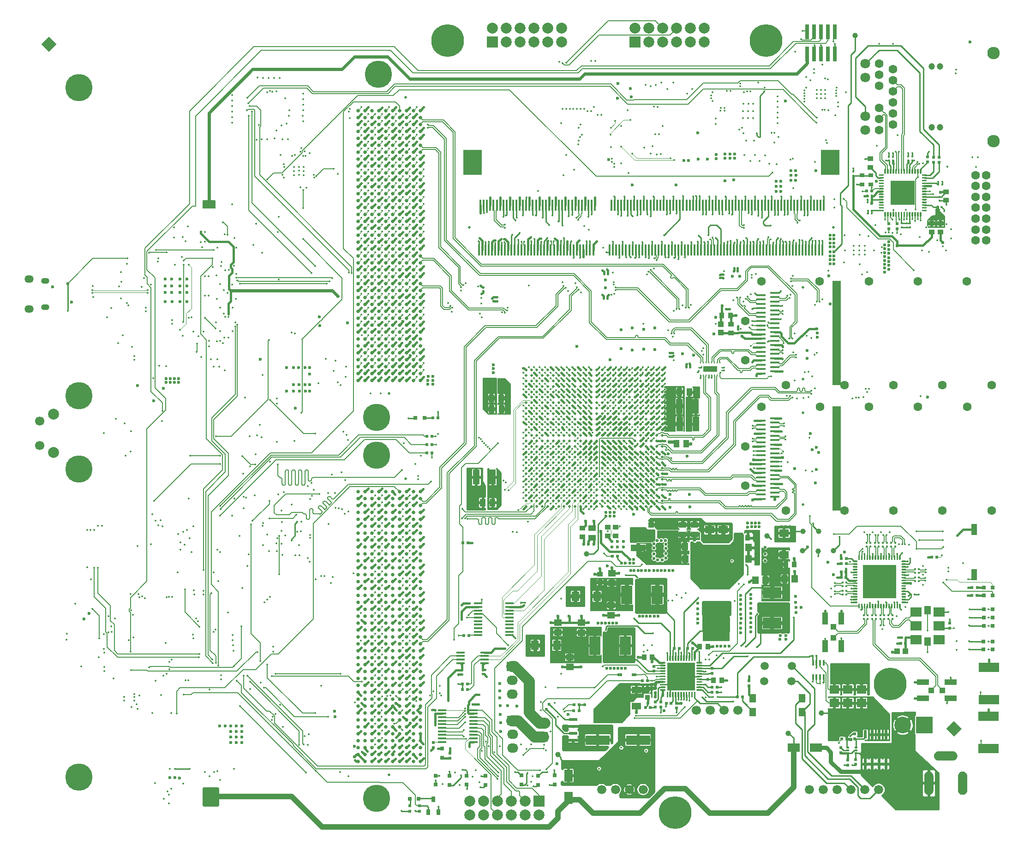
<source format=gtl>
G04 #@! TF.GenerationSoftware,KiCad,Pcbnew,(5.1.5)-3*
G04 #@! TF.CreationDate,2020-08-03T13:17:42+02:00*
G04 #@! TF.ProjectId,AMC_FMC_Carrier-PcbDoc,414d435f-464d-4435-9f43-617272696572,rev?*
G04 #@! TF.SameCoordinates,Original*
G04 #@! TF.FileFunction,Copper,L1,Top*
G04 #@! TF.FilePolarity,Positive*
%FSLAX46Y46*%
G04 Gerber Fmt 4.6, Leading zero omitted, Abs format (unit mm)*
G04 Created by KiCad (PCBNEW (5.1.5)-3) date 2020-08-03 13:17:42*
%MOMM*%
%LPD*%
G04 APERTURE LIST*
%ADD10R,1.800000X0.350000*%
%ADD11C,0.500000*%
%ADD12C,1.000000*%
%ADD13R,0.950000X0.950000*%
%ADD14R,0.800000X0.800000*%
%ADD15R,0.620000X0.620000*%
%ADD16R,3.700000X1.700000*%
%ADD17C,3.048000*%
%ADD18R,3.048000X3.048000*%
%ADD19R,0.350000X2.000000*%
%ADD20R,3.500000X4.600000*%
%ADD21R,0.740000X2.790000*%
%ADD22R,1.500000X0.450000*%
%ADD23R,0.580000X0.620000*%
%ADD24R,0.450000X1.100000*%
%ADD25R,1.800000X1.650000*%
%ADD26R,0.450000X0.400000*%
%ADD27O,2.030000X1.730000*%
%ADD28R,2.030000X1.730000*%
%ADD29C,6.000000*%
%ADD30C,1.600000*%
%ADD31R,1.500000X19.200000*%
%ADD32R,2.200000X1.050000*%
%ADD33R,1.050000X1.000000*%
%ADD34R,1.050000X2.200000*%
%ADD35R,1.000000X1.050000*%
%ADD36R,0.230000X0.230000*%
%ADD37R,2.650000X1.000000*%
%ADD38R,6.150000X6.150000*%
%ADD39C,0.100000*%
%ADD40R,1.000000X1.000000*%
%ADD41R,0.620000X0.580000*%
%ADD42R,0.400000X0.450000*%
%ADD43R,2.150000X1.700000*%
%ADD44R,1.300000X1.545000*%
%ADD45R,1.050000X0.950000*%
%ADD46R,0.950000X1.050000*%
%ADD47C,0.640000*%
%ADD48R,1.150000X2.700000*%
%ADD49R,1.000000X0.900000*%
%ADD50R,5.000000X4.500000*%
%ADD51R,1.800000X1.400000*%
%ADD52R,0.950000X1.000000*%
%ADD53C,1.700000*%
%ADD54R,4.370000X4.370000*%
%ADD55C,1.680000*%
%ADD56R,1.400000X1.800000*%
%ADD57R,4.400000X1.800000*%
%ADD58R,1.000000X0.950000*%
%ADD59R,2.700000X1.150000*%
%ADD60R,2.200000X1.550000*%
%ADD61R,1.550000X2.200000*%
%ADD62R,0.600000X1.550000*%
%ADD63R,1.550000X0.600000*%
%ADD64R,0.570000X0.300000*%
%ADD65R,0.650000X1.050000*%
%ADD66R,0.900000X0.500000*%
%ADD67R,1.450000X1.150000*%
%ADD68R,1.150000X1.450000*%
%ADD69R,1.800000X1.150000*%
%ADD70R,5.200000X5.200000*%
%ADD71R,1.050000X1.400000*%
%ADD72R,1.400000X1.050000*%
%ADD73R,2.000000X3.400000*%
%ADD74R,3.400000X2.000000*%
%ADD75C,2.000000*%
%ADD76C,1.200000*%
%ADD77C,2.300000*%
%ADD78C,1.800000*%
%ADD79O,1.700000X1.350000*%
%ADD80O,1.500000X1.100000*%
%ADD81R,1.100000X2.150000*%
%ADD82R,0.850000X0.650000*%
%ADD83C,5.000000*%
%ADD84R,2.000000X2.000000*%
%ADD85C,1.500000*%
%ADD86R,1.300000X1.500000*%
%ADD87C,0.350000*%
%ADD88C,0.600000*%
%ADD89C,0.400000*%
%ADD90C,0.381000*%
%ADD91C,0.254000*%
%ADD92C,0.500000*%
%ADD93C,0.127000*%
%ADD94C,1.000000*%
%ADD95C,0.600000*%
%ADD96C,0.450000*%
%ADD97C,0.178000*%
%ADD98C,0.200000*%
%ADD99C,0.800000*%
%ADD100C,0.102000*%
%ADD101C,0.130000*%
%ADD102C,0.112000*%
%ADD103C,0.110000*%
%ADD104C,2.000000*%
%ADD105C,0.150000*%
%ADD106C,0.135000*%
G04 APERTURE END LIST*
D10*
X261895000Y-130230000D03*
X261895000Y-129430000D03*
X261895000Y-128630000D03*
X261895000Y-127830000D03*
X261895000Y-127030000D03*
X261895000Y-126230000D03*
X261895000Y-125430000D03*
X261895000Y-124630000D03*
X261895000Y-123830000D03*
X261895000Y-123030000D03*
X261895000Y-122230000D03*
X261895000Y-121430000D03*
X261895000Y-120630000D03*
X261895000Y-119830000D03*
X261895000Y-119030000D03*
X261895000Y-118230000D03*
X261895000Y-117430000D03*
X261895000Y-116630000D03*
X261895000Y-115830000D03*
X259385000Y-130630000D03*
X259385000Y-129830000D03*
X259385000Y-129030000D03*
X259385000Y-128230000D03*
X259385000Y-127430000D03*
X259385000Y-126630000D03*
X259385000Y-125830000D03*
X259385000Y-125030000D03*
X259385000Y-124230000D03*
X259385000Y-123430000D03*
X259385000Y-122630000D03*
X259385000Y-121830000D03*
X259385000Y-121030000D03*
X259385000Y-120230000D03*
X259385000Y-119430000D03*
X259385000Y-118630000D03*
X259385000Y-117830000D03*
X259385000Y-117030000D03*
X259385000Y-116230000D03*
D11*
X267075000Y-131630000D03*
X267075000Y-114830000D03*
D12*
X267004800Y-163169600D03*
D13*
X238556800Y-190081600D03*
X238556800Y-188581600D03*
D14*
X221513400Y-206082400D03*
X221513400Y-204432400D03*
X218465400Y-206133200D03*
X218465400Y-204483200D03*
X215417400Y-206082400D03*
X215417400Y-204432400D03*
X208864200Y-206133200D03*
X208864200Y-204483200D03*
X205409800Y-206107800D03*
X205409800Y-204457800D03*
X202260200Y-206158600D03*
X202260200Y-204508600D03*
X199694800Y-206107800D03*
X199694800Y-204457800D03*
X196608200Y-208711800D03*
X194958200Y-208711800D03*
X196011800Y-138785600D03*
X197661800Y-138785600D03*
D12*
X269925800Y-163245800D03*
X272694400Y-163169600D03*
X267081000Y-159613600D03*
X276656800Y-68554600D03*
X270002000Y-159639000D03*
X227380800Y-163728400D03*
X260477000Y-160426400D03*
X222173800Y-200583800D03*
X270510000Y-192938400D03*
X264388600Y-196672200D03*
D15*
X275100200Y-197739000D03*
X274200200Y-197739000D03*
X276783800Y-201480000D03*
X276783800Y-202380000D03*
D14*
X301928800Y-173901100D03*
X300278800Y-173901100D03*
X301878500Y-181317900D03*
X300228500Y-181317900D03*
X301865800Y-179806600D03*
X300215800Y-179806600D03*
X301929300Y-176923700D03*
X300279300Y-176923700D03*
X301929300Y-175425100D03*
X300279300Y-175425100D03*
D16*
X301180500Y-190503600D03*
X301180500Y-184603600D03*
D17*
X285413700Y-195147500D03*
D18*
X289394900Y-195147500D03*
D14*
X301929300Y-169913300D03*
X300279300Y-169913300D03*
X301929300Y-171348400D03*
X300279300Y-171348400D03*
D11*
X205868000Y-103835200D03*
X272668000Y-103835200D03*
D19*
X270918000Y-99735200D03*
X270618000Y-107935200D03*
X270318000Y-99735200D03*
X270018000Y-107935200D03*
X269718000Y-99735200D03*
X269118000Y-99735200D03*
X268518000Y-99735200D03*
X267918000Y-99735200D03*
X267318000Y-99735200D03*
X266718000Y-99735200D03*
X266118000Y-99735200D03*
X265518000Y-99735200D03*
X264918000Y-99735200D03*
X264318000Y-99735200D03*
X263718000Y-99735200D03*
X263118000Y-99735200D03*
X262518000Y-99735200D03*
X261918000Y-99735200D03*
X261318000Y-99735200D03*
X260718000Y-99735200D03*
X260118000Y-99735200D03*
X259518000Y-99735200D03*
X258918000Y-99735200D03*
X258318000Y-99735200D03*
X257718000Y-99735200D03*
X257118000Y-99735200D03*
X256518000Y-99735200D03*
X255918000Y-99735200D03*
X255318000Y-99735200D03*
X254718000Y-99735200D03*
X254118000Y-99735200D03*
X253518000Y-99735200D03*
X252918000Y-99735200D03*
X252318000Y-99735200D03*
X251718000Y-99735200D03*
X251118000Y-99735200D03*
X250518000Y-99735200D03*
X249918000Y-99735200D03*
X249318000Y-99735200D03*
X248718000Y-99735200D03*
X248118000Y-99735200D03*
X247518000Y-99735200D03*
X246918000Y-99735200D03*
X246318000Y-99735200D03*
X245718000Y-99735200D03*
X245118000Y-99735200D03*
X244518000Y-99735200D03*
X243918000Y-99735200D03*
X243318000Y-99735200D03*
X242718000Y-99735200D03*
X242118000Y-99735200D03*
X241518000Y-99735200D03*
X240918000Y-99735200D03*
X240318000Y-99735200D03*
X239718000Y-99735200D03*
X239118000Y-99735200D03*
X238518000Y-99735200D03*
X237918000Y-99735200D03*
X237318000Y-99735200D03*
X236718000Y-99735200D03*
X236118000Y-99735200D03*
X235518000Y-99735200D03*
X234918000Y-99735200D03*
X234318000Y-99735200D03*
X233718000Y-99735200D03*
X233118000Y-99735200D03*
X232518000Y-99735200D03*
X231918000Y-99735200D03*
X228918000Y-99735200D03*
X228318000Y-99735200D03*
X227718000Y-99735200D03*
X227118000Y-99735200D03*
X226518000Y-99735200D03*
X225918000Y-99735200D03*
X225318000Y-99735200D03*
X224718000Y-99735200D03*
X224118000Y-99735200D03*
X223518000Y-99735200D03*
X222918000Y-99735200D03*
X222318000Y-99735200D03*
X221718000Y-99735200D03*
X221118000Y-99735200D03*
X220518000Y-99735200D03*
X219918000Y-99735200D03*
X219318000Y-99735200D03*
X218718000Y-99735200D03*
X218118000Y-99735200D03*
X217518000Y-99735200D03*
X216918000Y-99735200D03*
X216318000Y-99735200D03*
X215718000Y-99735200D03*
X215118000Y-99735200D03*
X214518000Y-99735200D03*
X213918000Y-99735200D03*
X213318000Y-99735200D03*
X212718000Y-99735200D03*
X212118000Y-99735200D03*
X211518000Y-99735200D03*
X210918000Y-99735200D03*
X210318000Y-99735200D03*
X209718000Y-99735200D03*
X209118000Y-99735200D03*
X208518000Y-99735200D03*
X207918000Y-99735200D03*
X269418000Y-107935200D03*
X268818000Y-107935200D03*
X268218000Y-107935200D03*
X267618000Y-107935200D03*
X267018000Y-107935200D03*
X266418000Y-107935200D03*
X265818000Y-107935200D03*
X265218000Y-107935200D03*
X264618000Y-107935200D03*
X264018000Y-107935200D03*
X263418000Y-107935200D03*
X262818000Y-107935200D03*
X262218000Y-107935200D03*
X261618000Y-107935200D03*
X261018000Y-107935200D03*
X260418000Y-107935200D03*
X259818000Y-107935200D03*
X259218000Y-107935200D03*
X258618000Y-107935200D03*
X258018000Y-107935200D03*
X257418000Y-107935200D03*
X256818000Y-107935200D03*
X256218000Y-107935200D03*
X255618000Y-107935200D03*
X255018000Y-107935200D03*
X254418000Y-107935200D03*
X253818000Y-107935200D03*
X253218000Y-107935200D03*
X252618000Y-107935200D03*
X252018000Y-107935200D03*
X251418000Y-107935200D03*
X250818000Y-107935200D03*
X250218000Y-107935200D03*
X249618000Y-107935200D03*
X249018000Y-107935200D03*
X248418000Y-107935200D03*
X247818000Y-107935200D03*
X247218000Y-107935200D03*
X246618000Y-107935200D03*
X246018000Y-107935200D03*
X245418000Y-107935200D03*
X244818000Y-107935200D03*
X244218000Y-107935200D03*
X243618000Y-107935200D03*
X243018000Y-107935200D03*
X242418000Y-107935200D03*
X241818000Y-107935200D03*
X241218000Y-107935200D03*
X240618000Y-107935200D03*
X240018000Y-107935200D03*
X239418000Y-107935200D03*
X238818000Y-107935200D03*
X238218000Y-107935200D03*
X237618000Y-107935200D03*
X237018000Y-107935200D03*
X236418000Y-107935200D03*
X235818000Y-107935200D03*
X235218000Y-107935200D03*
X234618000Y-107935200D03*
X234018000Y-107935200D03*
X233418000Y-107935200D03*
X232818000Y-107935200D03*
X232218000Y-107935200D03*
X231618000Y-107935200D03*
X228618000Y-107935200D03*
X228018000Y-107935200D03*
X227418000Y-107935200D03*
X226818000Y-107935200D03*
X226218000Y-107935200D03*
X225618000Y-107935200D03*
X225018000Y-107935200D03*
X224418000Y-107935200D03*
X223818000Y-107935200D03*
X223218000Y-107935200D03*
X222618000Y-107935200D03*
X222018000Y-107935200D03*
X221418000Y-107935200D03*
X220818000Y-107935200D03*
X220218000Y-107935200D03*
X219618000Y-107935200D03*
X219018000Y-107935200D03*
X218418000Y-107935200D03*
X217818000Y-107935200D03*
X217218000Y-107935200D03*
X216618000Y-107935200D03*
X216018000Y-107935200D03*
X215418000Y-107935200D03*
X214818000Y-107935200D03*
X214218000Y-107935200D03*
X213618000Y-107935200D03*
X213018000Y-107935200D03*
X212418000Y-107935200D03*
X211818000Y-107935200D03*
X211218000Y-107935200D03*
X210618000Y-107935200D03*
X210018000Y-107935200D03*
X209418000Y-107935200D03*
X208818000Y-107935200D03*
X208218000Y-107935200D03*
X207618000Y-107935200D03*
D20*
X272068000Y-91835200D03*
X206468000Y-91835200D03*
D21*
X267855700Y-71948500D03*
X267855700Y-67878500D03*
X269125700Y-71948500D03*
X269125700Y-67878500D03*
X270395700Y-71948500D03*
X270395700Y-67878500D03*
X271665700Y-71948500D03*
X271665700Y-67878500D03*
X272935700Y-71948500D03*
X272935700Y-67878500D03*
D22*
X200867100Y-192423500D03*
X200867100Y-193073500D03*
X200867100Y-193723500D03*
X200867100Y-194373500D03*
X200867100Y-195023500D03*
X200867100Y-195673500D03*
X200867100Y-196323500D03*
X200867100Y-196973500D03*
X200867100Y-197623500D03*
X200867100Y-198273500D03*
X206667100Y-198273500D03*
X206667100Y-197623500D03*
X206667100Y-196973500D03*
X206667100Y-196323500D03*
X206667100Y-195673500D03*
X206667100Y-195023500D03*
X206667100Y-194373500D03*
X206667100Y-193723500D03*
X206667100Y-193073500D03*
X206667100Y-192423500D03*
D23*
X299059700Y-169964100D03*
X298119700Y-169964100D03*
X299034200Y-171386500D03*
X298094200Y-171386500D03*
D24*
X270865240Y-186359320D03*
X270215240Y-186359320D03*
X269565240Y-186359320D03*
X268915240Y-186359320D03*
X268915240Y-183759320D03*
X269565240Y-183759320D03*
X270215240Y-183759320D03*
X270865240Y-183759320D03*
D25*
X275285200Y-191104840D03*
X275285200Y-188604840D03*
X277809960Y-191104840D03*
X277809960Y-188604840D03*
X272826480Y-191124840D03*
X272826480Y-188624840D03*
D26*
X268848840Y-182488840D03*
X269548840Y-182488840D03*
D27*
X213761320Y-189489080D03*
X213761320Y-186949080D03*
D28*
X213761320Y-184409080D03*
D27*
X213807040Y-199400160D03*
X213807040Y-196860160D03*
D28*
X213807040Y-194320160D03*
D29*
X243650020Y-211230080D03*
X201900040Y-69480040D03*
X283100030Y-187630170D03*
X260337300Y-69480040D03*
D30*
X301681000Y-132730640D03*
X292681000Y-132730640D03*
X283681000Y-132730640D03*
X274681000Y-132730640D03*
X263981000Y-132730640D03*
X297181000Y-113730640D03*
X288181000Y-113730640D03*
X279181000Y-113730640D03*
X270181000Y-113730640D03*
X259481000Y-113730640D03*
X256481000Y-128230640D03*
X256481000Y-121030640D03*
D31*
X273271000Y-123230640D03*
X273291320Y-146258280D03*
D30*
X256501320Y-144058280D03*
X256501320Y-151258280D03*
X259501320Y-136758280D03*
X270201320Y-136758280D03*
X279201320Y-136758280D03*
X288201320Y-136758280D03*
X297201320Y-136758280D03*
X264001320Y-155758280D03*
X274701320Y-155758280D03*
X283701320Y-155758280D03*
X292701320Y-155758280D03*
X301701320Y-155758280D03*
D32*
X294226000Y-187307960D03*
D33*
X292701000Y-188782960D03*
D32*
X294226000Y-190257960D03*
D34*
X274128760Y-180672760D03*
D35*
X272653760Y-179147760D03*
D34*
X271178760Y-180672760D03*
D32*
X289074840Y-190278280D03*
D33*
X290599840Y-188803280D03*
D32*
X289074840Y-187328280D03*
D34*
X271168600Y-175607960D03*
D35*
X272643600Y-177132960D03*
D34*
X274118600Y-175607960D03*
D22*
X207462800Y-172830300D03*
X207462800Y-173480300D03*
X207462800Y-174130300D03*
X207462800Y-174780300D03*
X207462800Y-175430300D03*
X207462800Y-176080300D03*
X207462800Y-176730300D03*
X207462800Y-177380300D03*
X207462800Y-178030300D03*
X207462800Y-178680300D03*
X213262800Y-178680300D03*
X213262800Y-178030300D03*
X213262800Y-177380300D03*
X213262800Y-176730300D03*
X213262800Y-176080300D03*
X213262800Y-175430300D03*
X213262800Y-174780300D03*
X213262800Y-174130300D03*
X213262800Y-173480300D03*
X213262800Y-172830300D03*
D36*
X247975700Y-129582100D03*
X248325700Y-128732100D03*
X248825700Y-128732100D03*
X249325700Y-128732100D03*
X249825700Y-128732100D03*
X250325700Y-128732100D03*
X247975700Y-130082100D03*
X248325700Y-130932100D03*
X248825700Y-130932100D03*
D37*
X250075700Y-129832100D03*
D36*
X251825700Y-130932100D03*
X251325700Y-130932100D03*
X250825700Y-130932100D03*
X250325700Y-130932100D03*
X249825700Y-130932100D03*
X249325700Y-130932100D03*
X250825700Y-128732100D03*
X252175700Y-130082100D03*
X252175700Y-129582100D03*
X251825700Y-128732100D03*
X251325700Y-128732100D03*
D38*
X281139900Y-168871900D03*
G04 #@! TA.AperFunction,SMDPad,CuDef*
D39*
G36*
X276979603Y-172472621D02*
G01*
X276994164Y-172474781D01*
X277008443Y-172478358D01*
X277022303Y-172483317D01*
X277035610Y-172489611D01*
X277048236Y-172497179D01*
X277060059Y-172505947D01*
X277070966Y-172515833D01*
X277080852Y-172526740D01*
X277089620Y-172538563D01*
X277097188Y-172551189D01*
X277103482Y-172564496D01*
X277108441Y-172578356D01*
X277112018Y-172592635D01*
X277114178Y-172607196D01*
X277114900Y-172621899D01*
X277114900Y-172621901D01*
X277114178Y-172636604D01*
X277112018Y-172651165D01*
X277108441Y-172665444D01*
X277103482Y-172679304D01*
X277097188Y-172692611D01*
X277089620Y-172705237D01*
X277080852Y-172717060D01*
X277070966Y-172727967D01*
X277060059Y-172737853D01*
X277048236Y-172746621D01*
X277035610Y-172754189D01*
X277022303Y-172760483D01*
X277008443Y-172765442D01*
X276994164Y-172769019D01*
X276979603Y-172771179D01*
X276964900Y-172771901D01*
X276414900Y-172771901D01*
X276400197Y-172771179D01*
X276385636Y-172769019D01*
X276371357Y-172765442D01*
X276357497Y-172760483D01*
X276344190Y-172754189D01*
X276331564Y-172746621D01*
X276319741Y-172737853D01*
X276308834Y-172727967D01*
X276298948Y-172717060D01*
X276290180Y-172705237D01*
X276282612Y-172692611D01*
X276276318Y-172679304D01*
X276271359Y-172665444D01*
X276267782Y-172651165D01*
X276265622Y-172636604D01*
X276264900Y-172621901D01*
X276264900Y-172621899D01*
X276265622Y-172607196D01*
X276267782Y-172592635D01*
X276271359Y-172578356D01*
X276276318Y-172564496D01*
X276282612Y-172551189D01*
X276290180Y-172538563D01*
X276298948Y-172526740D01*
X276308834Y-172515833D01*
X276319741Y-172505947D01*
X276331564Y-172497179D01*
X276344190Y-172489611D01*
X276357497Y-172483317D01*
X276371357Y-172478358D01*
X276385636Y-172474781D01*
X276400197Y-172472621D01*
X276414900Y-172471899D01*
X276964900Y-172471899D01*
X276979603Y-172472621D01*
G37*
G04 #@! TD.AperFunction*
G04 #@! TA.AperFunction,SMDPad,CuDef*
G36*
X276979603Y-171972621D02*
G01*
X276994164Y-171974781D01*
X277008443Y-171978358D01*
X277022303Y-171983317D01*
X277035610Y-171989611D01*
X277048236Y-171997179D01*
X277060059Y-172005947D01*
X277070966Y-172015833D01*
X277080852Y-172026740D01*
X277089620Y-172038563D01*
X277097188Y-172051189D01*
X277103482Y-172064496D01*
X277108441Y-172078356D01*
X277112018Y-172092635D01*
X277114178Y-172107196D01*
X277114900Y-172121899D01*
X277114900Y-172121901D01*
X277114178Y-172136604D01*
X277112018Y-172151165D01*
X277108441Y-172165444D01*
X277103482Y-172179304D01*
X277097188Y-172192611D01*
X277089620Y-172205237D01*
X277080852Y-172217060D01*
X277070966Y-172227967D01*
X277060059Y-172237853D01*
X277048236Y-172246621D01*
X277035610Y-172254189D01*
X277022303Y-172260483D01*
X277008443Y-172265442D01*
X276994164Y-172269019D01*
X276979603Y-172271179D01*
X276964900Y-172271901D01*
X276414900Y-172271901D01*
X276400197Y-172271179D01*
X276385636Y-172269019D01*
X276371357Y-172265442D01*
X276357497Y-172260483D01*
X276344190Y-172254189D01*
X276331564Y-172246621D01*
X276319741Y-172237853D01*
X276308834Y-172227967D01*
X276298948Y-172217060D01*
X276290180Y-172205237D01*
X276282612Y-172192611D01*
X276276318Y-172179304D01*
X276271359Y-172165444D01*
X276267782Y-172151165D01*
X276265622Y-172136604D01*
X276264900Y-172121901D01*
X276264900Y-172121899D01*
X276265622Y-172107196D01*
X276267782Y-172092635D01*
X276271359Y-172078356D01*
X276276318Y-172064496D01*
X276282612Y-172051189D01*
X276290180Y-172038563D01*
X276298948Y-172026740D01*
X276308834Y-172015833D01*
X276319741Y-172005947D01*
X276331564Y-171997179D01*
X276344190Y-171989611D01*
X276357497Y-171983317D01*
X276371357Y-171978358D01*
X276385636Y-171974781D01*
X276400197Y-171972621D01*
X276414900Y-171971899D01*
X276964900Y-171971899D01*
X276979603Y-171972621D01*
G37*
G04 #@! TD.AperFunction*
G04 #@! TA.AperFunction,SMDPad,CuDef*
G36*
X276979603Y-171472621D02*
G01*
X276994164Y-171474781D01*
X277008443Y-171478358D01*
X277022303Y-171483317D01*
X277035610Y-171489611D01*
X277048236Y-171497179D01*
X277060059Y-171505947D01*
X277070966Y-171515833D01*
X277080852Y-171526740D01*
X277089620Y-171538563D01*
X277097188Y-171551189D01*
X277103482Y-171564496D01*
X277108441Y-171578356D01*
X277112018Y-171592635D01*
X277114178Y-171607196D01*
X277114900Y-171621899D01*
X277114900Y-171621901D01*
X277114178Y-171636604D01*
X277112018Y-171651165D01*
X277108441Y-171665444D01*
X277103482Y-171679304D01*
X277097188Y-171692611D01*
X277089620Y-171705237D01*
X277080852Y-171717060D01*
X277070966Y-171727967D01*
X277060059Y-171737853D01*
X277048236Y-171746621D01*
X277035610Y-171754189D01*
X277022303Y-171760483D01*
X277008443Y-171765442D01*
X276994164Y-171769019D01*
X276979603Y-171771179D01*
X276964900Y-171771901D01*
X276414900Y-171771901D01*
X276400197Y-171771179D01*
X276385636Y-171769019D01*
X276371357Y-171765442D01*
X276357497Y-171760483D01*
X276344190Y-171754189D01*
X276331564Y-171746621D01*
X276319741Y-171737853D01*
X276308834Y-171727967D01*
X276298948Y-171717060D01*
X276290180Y-171705237D01*
X276282612Y-171692611D01*
X276276318Y-171679304D01*
X276271359Y-171665444D01*
X276267782Y-171651165D01*
X276265622Y-171636604D01*
X276264900Y-171621901D01*
X276264900Y-171621899D01*
X276265622Y-171607196D01*
X276267782Y-171592635D01*
X276271359Y-171578356D01*
X276276318Y-171564496D01*
X276282612Y-171551189D01*
X276290180Y-171538563D01*
X276298948Y-171526740D01*
X276308834Y-171515833D01*
X276319741Y-171505947D01*
X276331564Y-171497179D01*
X276344190Y-171489611D01*
X276357497Y-171483317D01*
X276371357Y-171478358D01*
X276385636Y-171474781D01*
X276400197Y-171472621D01*
X276414900Y-171471899D01*
X276964900Y-171471899D01*
X276979603Y-171472621D01*
G37*
G04 #@! TD.AperFunction*
G04 #@! TA.AperFunction,SMDPad,CuDef*
G36*
X276979603Y-170972621D02*
G01*
X276994164Y-170974781D01*
X277008443Y-170978358D01*
X277022303Y-170983317D01*
X277035610Y-170989611D01*
X277048236Y-170997179D01*
X277060059Y-171005947D01*
X277070966Y-171015833D01*
X277080852Y-171026740D01*
X277089620Y-171038563D01*
X277097188Y-171051189D01*
X277103482Y-171064496D01*
X277108441Y-171078356D01*
X277112018Y-171092635D01*
X277114178Y-171107196D01*
X277114900Y-171121899D01*
X277114900Y-171121901D01*
X277114178Y-171136604D01*
X277112018Y-171151165D01*
X277108441Y-171165444D01*
X277103482Y-171179304D01*
X277097188Y-171192611D01*
X277089620Y-171205237D01*
X277080852Y-171217060D01*
X277070966Y-171227967D01*
X277060059Y-171237853D01*
X277048236Y-171246621D01*
X277035610Y-171254189D01*
X277022303Y-171260483D01*
X277008443Y-171265442D01*
X276994164Y-171269019D01*
X276979603Y-171271179D01*
X276964900Y-171271901D01*
X276414900Y-171271901D01*
X276400197Y-171271179D01*
X276385636Y-171269019D01*
X276371357Y-171265442D01*
X276357497Y-171260483D01*
X276344190Y-171254189D01*
X276331564Y-171246621D01*
X276319741Y-171237853D01*
X276308834Y-171227967D01*
X276298948Y-171217060D01*
X276290180Y-171205237D01*
X276282612Y-171192611D01*
X276276318Y-171179304D01*
X276271359Y-171165444D01*
X276267782Y-171151165D01*
X276265622Y-171136604D01*
X276264900Y-171121901D01*
X276264900Y-171121899D01*
X276265622Y-171107196D01*
X276267782Y-171092635D01*
X276271359Y-171078356D01*
X276276318Y-171064496D01*
X276282612Y-171051189D01*
X276290180Y-171038563D01*
X276298948Y-171026740D01*
X276308834Y-171015833D01*
X276319741Y-171005947D01*
X276331564Y-170997179D01*
X276344190Y-170989611D01*
X276357497Y-170983317D01*
X276371357Y-170978358D01*
X276385636Y-170974781D01*
X276400197Y-170972621D01*
X276414900Y-170971899D01*
X276964900Y-170971899D01*
X276979603Y-170972621D01*
G37*
G04 #@! TD.AperFunction*
G04 #@! TA.AperFunction,SMDPad,CuDef*
G36*
X276979603Y-170472621D02*
G01*
X276994164Y-170474781D01*
X277008443Y-170478358D01*
X277022303Y-170483317D01*
X277035610Y-170489611D01*
X277048236Y-170497179D01*
X277060059Y-170505947D01*
X277070966Y-170515833D01*
X277080852Y-170526740D01*
X277089620Y-170538563D01*
X277097188Y-170551189D01*
X277103482Y-170564496D01*
X277108441Y-170578356D01*
X277112018Y-170592635D01*
X277114178Y-170607196D01*
X277114900Y-170621899D01*
X277114900Y-170621901D01*
X277114178Y-170636604D01*
X277112018Y-170651165D01*
X277108441Y-170665444D01*
X277103482Y-170679304D01*
X277097188Y-170692611D01*
X277089620Y-170705237D01*
X277080852Y-170717060D01*
X277070966Y-170727967D01*
X277060059Y-170737853D01*
X277048236Y-170746621D01*
X277035610Y-170754189D01*
X277022303Y-170760483D01*
X277008443Y-170765442D01*
X276994164Y-170769019D01*
X276979603Y-170771179D01*
X276964900Y-170771901D01*
X276414900Y-170771901D01*
X276400197Y-170771179D01*
X276385636Y-170769019D01*
X276371357Y-170765442D01*
X276357497Y-170760483D01*
X276344190Y-170754189D01*
X276331564Y-170746621D01*
X276319741Y-170737853D01*
X276308834Y-170727967D01*
X276298948Y-170717060D01*
X276290180Y-170705237D01*
X276282612Y-170692611D01*
X276276318Y-170679304D01*
X276271359Y-170665444D01*
X276267782Y-170651165D01*
X276265622Y-170636604D01*
X276264900Y-170621901D01*
X276264900Y-170621899D01*
X276265622Y-170607196D01*
X276267782Y-170592635D01*
X276271359Y-170578356D01*
X276276318Y-170564496D01*
X276282612Y-170551189D01*
X276290180Y-170538563D01*
X276298948Y-170526740D01*
X276308834Y-170515833D01*
X276319741Y-170505947D01*
X276331564Y-170497179D01*
X276344190Y-170489611D01*
X276357497Y-170483317D01*
X276371357Y-170478358D01*
X276385636Y-170474781D01*
X276400197Y-170472621D01*
X276414900Y-170471899D01*
X276964900Y-170471899D01*
X276979603Y-170472621D01*
G37*
G04 #@! TD.AperFunction*
G04 #@! TA.AperFunction,SMDPad,CuDef*
G36*
X276979603Y-169972621D02*
G01*
X276994164Y-169974781D01*
X277008443Y-169978358D01*
X277022303Y-169983317D01*
X277035610Y-169989611D01*
X277048236Y-169997179D01*
X277060059Y-170005947D01*
X277070966Y-170015833D01*
X277080852Y-170026740D01*
X277089620Y-170038563D01*
X277097188Y-170051189D01*
X277103482Y-170064496D01*
X277108441Y-170078356D01*
X277112018Y-170092635D01*
X277114178Y-170107196D01*
X277114900Y-170121899D01*
X277114900Y-170121901D01*
X277114178Y-170136604D01*
X277112018Y-170151165D01*
X277108441Y-170165444D01*
X277103482Y-170179304D01*
X277097188Y-170192611D01*
X277089620Y-170205237D01*
X277080852Y-170217060D01*
X277070966Y-170227967D01*
X277060059Y-170237853D01*
X277048236Y-170246621D01*
X277035610Y-170254189D01*
X277022303Y-170260483D01*
X277008443Y-170265442D01*
X276994164Y-170269019D01*
X276979603Y-170271179D01*
X276964900Y-170271901D01*
X276414900Y-170271901D01*
X276400197Y-170271179D01*
X276385636Y-170269019D01*
X276371357Y-170265442D01*
X276357497Y-170260483D01*
X276344190Y-170254189D01*
X276331564Y-170246621D01*
X276319741Y-170237853D01*
X276308834Y-170227967D01*
X276298948Y-170217060D01*
X276290180Y-170205237D01*
X276282612Y-170192611D01*
X276276318Y-170179304D01*
X276271359Y-170165444D01*
X276267782Y-170151165D01*
X276265622Y-170136604D01*
X276264900Y-170121901D01*
X276264900Y-170121899D01*
X276265622Y-170107196D01*
X276267782Y-170092635D01*
X276271359Y-170078356D01*
X276276318Y-170064496D01*
X276282612Y-170051189D01*
X276290180Y-170038563D01*
X276298948Y-170026740D01*
X276308834Y-170015833D01*
X276319741Y-170005947D01*
X276331564Y-169997179D01*
X276344190Y-169989611D01*
X276357497Y-169983317D01*
X276371357Y-169978358D01*
X276385636Y-169974781D01*
X276400197Y-169972621D01*
X276414900Y-169971899D01*
X276964900Y-169971899D01*
X276979603Y-169972621D01*
G37*
G04 #@! TD.AperFunction*
G04 #@! TA.AperFunction,SMDPad,CuDef*
G36*
X276979603Y-169472621D02*
G01*
X276994164Y-169474781D01*
X277008443Y-169478358D01*
X277022303Y-169483317D01*
X277035610Y-169489611D01*
X277048236Y-169497179D01*
X277060059Y-169505947D01*
X277070966Y-169515833D01*
X277080852Y-169526740D01*
X277089620Y-169538563D01*
X277097188Y-169551189D01*
X277103482Y-169564496D01*
X277108441Y-169578356D01*
X277112018Y-169592635D01*
X277114178Y-169607196D01*
X277114900Y-169621899D01*
X277114900Y-169621901D01*
X277114178Y-169636604D01*
X277112018Y-169651165D01*
X277108441Y-169665444D01*
X277103482Y-169679304D01*
X277097188Y-169692611D01*
X277089620Y-169705237D01*
X277080852Y-169717060D01*
X277070966Y-169727967D01*
X277060059Y-169737853D01*
X277048236Y-169746621D01*
X277035610Y-169754189D01*
X277022303Y-169760483D01*
X277008443Y-169765442D01*
X276994164Y-169769019D01*
X276979603Y-169771179D01*
X276964900Y-169771901D01*
X276414900Y-169771901D01*
X276400197Y-169771179D01*
X276385636Y-169769019D01*
X276371357Y-169765442D01*
X276357497Y-169760483D01*
X276344190Y-169754189D01*
X276331564Y-169746621D01*
X276319741Y-169737853D01*
X276308834Y-169727967D01*
X276298948Y-169717060D01*
X276290180Y-169705237D01*
X276282612Y-169692611D01*
X276276318Y-169679304D01*
X276271359Y-169665444D01*
X276267782Y-169651165D01*
X276265622Y-169636604D01*
X276264900Y-169621901D01*
X276264900Y-169621899D01*
X276265622Y-169607196D01*
X276267782Y-169592635D01*
X276271359Y-169578356D01*
X276276318Y-169564496D01*
X276282612Y-169551189D01*
X276290180Y-169538563D01*
X276298948Y-169526740D01*
X276308834Y-169515833D01*
X276319741Y-169505947D01*
X276331564Y-169497179D01*
X276344190Y-169489611D01*
X276357497Y-169483317D01*
X276371357Y-169478358D01*
X276385636Y-169474781D01*
X276400197Y-169472621D01*
X276414900Y-169471899D01*
X276964900Y-169471899D01*
X276979603Y-169472621D01*
G37*
G04 #@! TD.AperFunction*
G04 #@! TA.AperFunction,SMDPad,CuDef*
G36*
X276979603Y-168972621D02*
G01*
X276994164Y-168974781D01*
X277008443Y-168978358D01*
X277022303Y-168983317D01*
X277035610Y-168989611D01*
X277048236Y-168997179D01*
X277060059Y-169005947D01*
X277070966Y-169015833D01*
X277080852Y-169026740D01*
X277089620Y-169038563D01*
X277097188Y-169051189D01*
X277103482Y-169064496D01*
X277108441Y-169078356D01*
X277112018Y-169092635D01*
X277114178Y-169107196D01*
X277114900Y-169121899D01*
X277114900Y-169121901D01*
X277114178Y-169136604D01*
X277112018Y-169151165D01*
X277108441Y-169165444D01*
X277103482Y-169179304D01*
X277097188Y-169192611D01*
X277089620Y-169205237D01*
X277080852Y-169217060D01*
X277070966Y-169227967D01*
X277060059Y-169237853D01*
X277048236Y-169246621D01*
X277035610Y-169254189D01*
X277022303Y-169260483D01*
X277008443Y-169265442D01*
X276994164Y-169269019D01*
X276979603Y-169271179D01*
X276964900Y-169271901D01*
X276414900Y-169271901D01*
X276400197Y-169271179D01*
X276385636Y-169269019D01*
X276371357Y-169265442D01*
X276357497Y-169260483D01*
X276344190Y-169254189D01*
X276331564Y-169246621D01*
X276319741Y-169237853D01*
X276308834Y-169227967D01*
X276298948Y-169217060D01*
X276290180Y-169205237D01*
X276282612Y-169192611D01*
X276276318Y-169179304D01*
X276271359Y-169165444D01*
X276267782Y-169151165D01*
X276265622Y-169136604D01*
X276264900Y-169121901D01*
X276264900Y-169121899D01*
X276265622Y-169107196D01*
X276267782Y-169092635D01*
X276271359Y-169078356D01*
X276276318Y-169064496D01*
X276282612Y-169051189D01*
X276290180Y-169038563D01*
X276298948Y-169026740D01*
X276308834Y-169015833D01*
X276319741Y-169005947D01*
X276331564Y-168997179D01*
X276344190Y-168989611D01*
X276357497Y-168983317D01*
X276371357Y-168978358D01*
X276385636Y-168974781D01*
X276400197Y-168972621D01*
X276414900Y-168971899D01*
X276964900Y-168971899D01*
X276979603Y-168972621D01*
G37*
G04 #@! TD.AperFunction*
G04 #@! TA.AperFunction,SMDPad,CuDef*
G36*
X276979603Y-168472621D02*
G01*
X276994164Y-168474781D01*
X277008443Y-168478358D01*
X277022303Y-168483317D01*
X277035610Y-168489611D01*
X277048236Y-168497179D01*
X277060059Y-168505947D01*
X277070966Y-168515833D01*
X277080852Y-168526740D01*
X277089620Y-168538563D01*
X277097188Y-168551189D01*
X277103482Y-168564496D01*
X277108441Y-168578356D01*
X277112018Y-168592635D01*
X277114178Y-168607196D01*
X277114900Y-168621899D01*
X277114900Y-168621901D01*
X277114178Y-168636604D01*
X277112018Y-168651165D01*
X277108441Y-168665444D01*
X277103482Y-168679304D01*
X277097188Y-168692611D01*
X277089620Y-168705237D01*
X277080852Y-168717060D01*
X277070966Y-168727967D01*
X277060059Y-168737853D01*
X277048236Y-168746621D01*
X277035610Y-168754189D01*
X277022303Y-168760483D01*
X277008443Y-168765442D01*
X276994164Y-168769019D01*
X276979603Y-168771179D01*
X276964900Y-168771901D01*
X276414900Y-168771901D01*
X276400197Y-168771179D01*
X276385636Y-168769019D01*
X276371357Y-168765442D01*
X276357497Y-168760483D01*
X276344190Y-168754189D01*
X276331564Y-168746621D01*
X276319741Y-168737853D01*
X276308834Y-168727967D01*
X276298948Y-168717060D01*
X276290180Y-168705237D01*
X276282612Y-168692611D01*
X276276318Y-168679304D01*
X276271359Y-168665444D01*
X276267782Y-168651165D01*
X276265622Y-168636604D01*
X276264900Y-168621901D01*
X276264900Y-168621899D01*
X276265622Y-168607196D01*
X276267782Y-168592635D01*
X276271359Y-168578356D01*
X276276318Y-168564496D01*
X276282612Y-168551189D01*
X276290180Y-168538563D01*
X276298948Y-168526740D01*
X276308834Y-168515833D01*
X276319741Y-168505947D01*
X276331564Y-168497179D01*
X276344190Y-168489611D01*
X276357497Y-168483317D01*
X276371357Y-168478358D01*
X276385636Y-168474781D01*
X276400197Y-168472621D01*
X276414900Y-168471899D01*
X276964900Y-168471899D01*
X276979603Y-168472621D01*
G37*
G04 #@! TD.AperFunction*
G04 #@! TA.AperFunction,SMDPad,CuDef*
G36*
X276979603Y-167972621D02*
G01*
X276994164Y-167974781D01*
X277008443Y-167978358D01*
X277022303Y-167983317D01*
X277035610Y-167989611D01*
X277048236Y-167997179D01*
X277060059Y-168005947D01*
X277070966Y-168015833D01*
X277080852Y-168026740D01*
X277089620Y-168038563D01*
X277097188Y-168051189D01*
X277103482Y-168064496D01*
X277108441Y-168078356D01*
X277112018Y-168092635D01*
X277114178Y-168107196D01*
X277114900Y-168121899D01*
X277114900Y-168121901D01*
X277114178Y-168136604D01*
X277112018Y-168151165D01*
X277108441Y-168165444D01*
X277103482Y-168179304D01*
X277097188Y-168192611D01*
X277089620Y-168205237D01*
X277080852Y-168217060D01*
X277070966Y-168227967D01*
X277060059Y-168237853D01*
X277048236Y-168246621D01*
X277035610Y-168254189D01*
X277022303Y-168260483D01*
X277008443Y-168265442D01*
X276994164Y-168269019D01*
X276979603Y-168271179D01*
X276964900Y-168271901D01*
X276414900Y-168271901D01*
X276400197Y-168271179D01*
X276385636Y-168269019D01*
X276371357Y-168265442D01*
X276357497Y-168260483D01*
X276344190Y-168254189D01*
X276331564Y-168246621D01*
X276319741Y-168237853D01*
X276308834Y-168227967D01*
X276298948Y-168217060D01*
X276290180Y-168205237D01*
X276282612Y-168192611D01*
X276276318Y-168179304D01*
X276271359Y-168165444D01*
X276267782Y-168151165D01*
X276265622Y-168136604D01*
X276264900Y-168121901D01*
X276264900Y-168121899D01*
X276265622Y-168107196D01*
X276267782Y-168092635D01*
X276271359Y-168078356D01*
X276276318Y-168064496D01*
X276282612Y-168051189D01*
X276290180Y-168038563D01*
X276298948Y-168026740D01*
X276308834Y-168015833D01*
X276319741Y-168005947D01*
X276331564Y-167997179D01*
X276344190Y-167989611D01*
X276357497Y-167983317D01*
X276371357Y-167978358D01*
X276385636Y-167974781D01*
X276400197Y-167972621D01*
X276414900Y-167971899D01*
X276964900Y-167971899D01*
X276979603Y-167972621D01*
G37*
G04 #@! TD.AperFunction*
G04 #@! TA.AperFunction,SMDPad,CuDef*
G36*
X276979603Y-167472621D02*
G01*
X276994164Y-167474781D01*
X277008443Y-167478358D01*
X277022303Y-167483317D01*
X277035610Y-167489611D01*
X277048236Y-167497179D01*
X277060059Y-167505947D01*
X277070966Y-167515833D01*
X277080852Y-167526740D01*
X277089620Y-167538563D01*
X277097188Y-167551189D01*
X277103482Y-167564496D01*
X277108441Y-167578356D01*
X277112018Y-167592635D01*
X277114178Y-167607196D01*
X277114900Y-167621899D01*
X277114900Y-167621901D01*
X277114178Y-167636604D01*
X277112018Y-167651165D01*
X277108441Y-167665444D01*
X277103482Y-167679304D01*
X277097188Y-167692611D01*
X277089620Y-167705237D01*
X277080852Y-167717060D01*
X277070966Y-167727967D01*
X277060059Y-167737853D01*
X277048236Y-167746621D01*
X277035610Y-167754189D01*
X277022303Y-167760483D01*
X277008443Y-167765442D01*
X276994164Y-167769019D01*
X276979603Y-167771179D01*
X276964900Y-167771901D01*
X276414900Y-167771901D01*
X276400197Y-167771179D01*
X276385636Y-167769019D01*
X276371357Y-167765442D01*
X276357497Y-167760483D01*
X276344190Y-167754189D01*
X276331564Y-167746621D01*
X276319741Y-167737853D01*
X276308834Y-167727967D01*
X276298948Y-167717060D01*
X276290180Y-167705237D01*
X276282612Y-167692611D01*
X276276318Y-167679304D01*
X276271359Y-167665444D01*
X276267782Y-167651165D01*
X276265622Y-167636604D01*
X276264900Y-167621901D01*
X276264900Y-167621899D01*
X276265622Y-167607196D01*
X276267782Y-167592635D01*
X276271359Y-167578356D01*
X276276318Y-167564496D01*
X276282612Y-167551189D01*
X276290180Y-167538563D01*
X276298948Y-167526740D01*
X276308834Y-167515833D01*
X276319741Y-167505947D01*
X276331564Y-167497179D01*
X276344190Y-167489611D01*
X276357497Y-167483317D01*
X276371357Y-167478358D01*
X276385636Y-167474781D01*
X276400197Y-167472621D01*
X276414900Y-167471899D01*
X276964900Y-167471899D01*
X276979603Y-167472621D01*
G37*
G04 #@! TD.AperFunction*
G04 #@! TA.AperFunction,SMDPad,CuDef*
G36*
X276979603Y-166972621D02*
G01*
X276994164Y-166974781D01*
X277008443Y-166978358D01*
X277022303Y-166983317D01*
X277035610Y-166989611D01*
X277048236Y-166997179D01*
X277060059Y-167005947D01*
X277070966Y-167015833D01*
X277080852Y-167026740D01*
X277089620Y-167038563D01*
X277097188Y-167051189D01*
X277103482Y-167064496D01*
X277108441Y-167078356D01*
X277112018Y-167092635D01*
X277114178Y-167107196D01*
X277114900Y-167121899D01*
X277114900Y-167121901D01*
X277114178Y-167136604D01*
X277112018Y-167151165D01*
X277108441Y-167165444D01*
X277103482Y-167179304D01*
X277097188Y-167192611D01*
X277089620Y-167205237D01*
X277080852Y-167217060D01*
X277070966Y-167227967D01*
X277060059Y-167237853D01*
X277048236Y-167246621D01*
X277035610Y-167254189D01*
X277022303Y-167260483D01*
X277008443Y-167265442D01*
X276994164Y-167269019D01*
X276979603Y-167271179D01*
X276964900Y-167271901D01*
X276414900Y-167271901D01*
X276400197Y-167271179D01*
X276385636Y-167269019D01*
X276371357Y-167265442D01*
X276357497Y-167260483D01*
X276344190Y-167254189D01*
X276331564Y-167246621D01*
X276319741Y-167237853D01*
X276308834Y-167227967D01*
X276298948Y-167217060D01*
X276290180Y-167205237D01*
X276282612Y-167192611D01*
X276276318Y-167179304D01*
X276271359Y-167165444D01*
X276267782Y-167151165D01*
X276265622Y-167136604D01*
X276264900Y-167121901D01*
X276264900Y-167121899D01*
X276265622Y-167107196D01*
X276267782Y-167092635D01*
X276271359Y-167078356D01*
X276276318Y-167064496D01*
X276282612Y-167051189D01*
X276290180Y-167038563D01*
X276298948Y-167026740D01*
X276308834Y-167015833D01*
X276319741Y-167005947D01*
X276331564Y-166997179D01*
X276344190Y-166989611D01*
X276357497Y-166983317D01*
X276371357Y-166978358D01*
X276385636Y-166974781D01*
X276400197Y-166972621D01*
X276414900Y-166971899D01*
X276964900Y-166971899D01*
X276979603Y-166972621D01*
G37*
G04 #@! TD.AperFunction*
G04 #@! TA.AperFunction,SMDPad,CuDef*
G36*
X276979603Y-166472621D02*
G01*
X276994164Y-166474781D01*
X277008443Y-166478358D01*
X277022303Y-166483317D01*
X277035610Y-166489611D01*
X277048236Y-166497179D01*
X277060059Y-166505947D01*
X277070966Y-166515833D01*
X277080852Y-166526740D01*
X277089620Y-166538563D01*
X277097188Y-166551189D01*
X277103482Y-166564496D01*
X277108441Y-166578356D01*
X277112018Y-166592635D01*
X277114178Y-166607196D01*
X277114900Y-166621899D01*
X277114900Y-166621901D01*
X277114178Y-166636604D01*
X277112018Y-166651165D01*
X277108441Y-166665444D01*
X277103482Y-166679304D01*
X277097188Y-166692611D01*
X277089620Y-166705237D01*
X277080852Y-166717060D01*
X277070966Y-166727967D01*
X277060059Y-166737853D01*
X277048236Y-166746621D01*
X277035610Y-166754189D01*
X277022303Y-166760483D01*
X277008443Y-166765442D01*
X276994164Y-166769019D01*
X276979603Y-166771179D01*
X276964900Y-166771901D01*
X276414900Y-166771901D01*
X276400197Y-166771179D01*
X276385636Y-166769019D01*
X276371357Y-166765442D01*
X276357497Y-166760483D01*
X276344190Y-166754189D01*
X276331564Y-166746621D01*
X276319741Y-166737853D01*
X276308834Y-166727967D01*
X276298948Y-166717060D01*
X276290180Y-166705237D01*
X276282612Y-166692611D01*
X276276318Y-166679304D01*
X276271359Y-166665444D01*
X276267782Y-166651165D01*
X276265622Y-166636604D01*
X276264900Y-166621901D01*
X276264900Y-166621899D01*
X276265622Y-166607196D01*
X276267782Y-166592635D01*
X276271359Y-166578356D01*
X276276318Y-166564496D01*
X276282612Y-166551189D01*
X276290180Y-166538563D01*
X276298948Y-166526740D01*
X276308834Y-166515833D01*
X276319741Y-166505947D01*
X276331564Y-166497179D01*
X276344190Y-166489611D01*
X276357497Y-166483317D01*
X276371357Y-166478358D01*
X276385636Y-166474781D01*
X276400197Y-166472621D01*
X276414900Y-166471899D01*
X276964900Y-166471899D01*
X276979603Y-166472621D01*
G37*
G04 #@! TD.AperFunction*
G04 #@! TA.AperFunction,SMDPad,CuDef*
G36*
X276979603Y-165972621D02*
G01*
X276994164Y-165974781D01*
X277008443Y-165978358D01*
X277022303Y-165983317D01*
X277035610Y-165989611D01*
X277048236Y-165997179D01*
X277060059Y-166005947D01*
X277070966Y-166015833D01*
X277080852Y-166026740D01*
X277089620Y-166038563D01*
X277097188Y-166051189D01*
X277103482Y-166064496D01*
X277108441Y-166078356D01*
X277112018Y-166092635D01*
X277114178Y-166107196D01*
X277114900Y-166121899D01*
X277114900Y-166121901D01*
X277114178Y-166136604D01*
X277112018Y-166151165D01*
X277108441Y-166165444D01*
X277103482Y-166179304D01*
X277097188Y-166192611D01*
X277089620Y-166205237D01*
X277080852Y-166217060D01*
X277070966Y-166227967D01*
X277060059Y-166237853D01*
X277048236Y-166246621D01*
X277035610Y-166254189D01*
X277022303Y-166260483D01*
X277008443Y-166265442D01*
X276994164Y-166269019D01*
X276979603Y-166271179D01*
X276964900Y-166271901D01*
X276414900Y-166271901D01*
X276400197Y-166271179D01*
X276385636Y-166269019D01*
X276371357Y-166265442D01*
X276357497Y-166260483D01*
X276344190Y-166254189D01*
X276331564Y-166246621D01*
X276319741Y-166237853D01*
X276308834Y-166227967D01*
X276298948Y-166217060D01*
X276290180Y-166205237D01*
X276282612Y-166192611D01*
X276276318Y-166179304D01*
X276271359Y-166165444D01*
X276267782Y-166151165D01*
X276265622Y-166136604D01*
X276264900Y-166121901D01*
X276264900Y-166121899D01*
X276265622Y-166107196D01*
X276267782Y-166092635D01*
X276271359Y-166078356D01*
X276276318Y-166064496D01*
X276282612Y-166051189D01*
X276290180Y-166038563D01*
X276298948Y-166026740D01*
X276308834Y-166015833D01*
X276319741Y-166005947D01*
X276331564Y-165997179D01*
X276344190Y-165989611D01*
X276357497Y-165983317D01*
X276371357Y-165978358D01*
X276385636Y-165974781D01*
X276400197Y-165972621D01*
X276414900Y-165971899D01*
X276964900Y-165971899D01*
X276979603Y-165972621D01*
G37*
G04 #@! TD.AperFunction*
G04 #@! TA.AperFunction,SMDPad,CuDef*
G36*
X276979603Y-165472621D02*
G01*
X276994164Y-165474781D01*
X277008443Y-165478358D01*
X277022303Y-165483317D01*
X277035610Y-165489611D01*
X277048236Y-165497179D01*
X277060059Y-165505947D01*
X277070966Y-165515833D01*
X277080852Y-165526740D01*
X277089620Y-165538563D01*
X277097188Y-165551189D01*
X277103482Y-165564496D01*
X277108441Y-165578356D01*
X277112018Y-165592635D01*
X277114178Y-165607196D01*
X277114900Y-165621899D01*
X277114900Y-165621901D01*
X277114178Y-165636604D01*
X277112018Y-165651165D01*
X277108441Y-165665444D01*
X277103482Y-165679304D01*
X277097188Y-165692611D01*
X277089620Y-165705237D01*
X277080852Y-165717060D01*
X277070966Y-165727967D01*
X277060059Y-165737853D01*
X277048236Y-165746621D01*
X277035610Y-165754189D01*
X277022303Y-165760483D01*
X277008443Y-165765442D01*
X276994164Y-165769019D01*
X276979603Y-165771179D01*
X276964900Y-165771901D01*
X276414900Y-165771901D01*
X276400197Y-165771179D01*
X276385636Y-165769019D01*
X276371357Y-165765442D01*
X276357497Y-165760483D01*
X276344190Y-165754189D01*
X276331564Y-165746621D01*
X276319741Y-165737853D01*
X276308834Y-165727967D01*
X276298948Y-165717060D01*
X276290180Y-165705237D01*
X276282612Y-165692611D01*
X276276318Y-165679304D01*
X276271359Y-165665444D01*
X276267782Y-165651165D01*
X276265622Y-165636604D01*
X276264900Y-165621901D01*
X276264900Y-165621899D01*
X276265622Y-165607196D01*
X276267782Y-165592635D01*
X276271359Y-165578356D01*
X276276318Y-165564496D01*
X276282612Y-165551189D01*
X276290180Y-165538563D01*
X276298948Y-165526740D01*
X276308834Y-165515833D01*
X276319741Y-165505947D01*
X276331564Y-165497179D01*
X276344190Y-165489611D01*
X276357497Y-165483317D01*
X276371357Y-165478358D01*
X276385636Y-165474781D01*
X276400197Y-165472621D01*
X276414900Y-165471899D01*
X276964900Y-165471899D01*
X276979603Y-165472621D01*
G37*
G04 #@! TD.AperFunction*
G04 #@! TA.AperFunction,SMDPad,CuDef*
G36*
X276979603Y-164972621D02*
G01*
X276994164Y-164974781D01*
X277008443Y-164978358D01*
X277022303Y-164983317D01*
X277035610Y-164989611D01*
X277048236Y-164997179D01*
X277060059Y-165005947D01*
X277070966Y-165015833D01*
X277080852Y-165026740D01*
X277089620Y-165038563D01*
X277097188Y-165051189D01*
X277103482Y-165064496D01*
X277108441Y-165078356D01*
X277112018Y-165092635D01*
X277114178Y-165107196D01*
X277114900Y-165121899D01*
X277114900Y-165121901D01*
X277114178Y-165136604D01*
X277112018Y-165151165D01*
X277108441Y-165165444D01*
X277103482Y-165179304D01*
X277097188Y-165192611D01*
X277089620Y-165205237D01*
X277080852Y-165217060D01*
X277070966Y-165227967D01*
X277060059Y-165237853D01*
X277048236Y-165246621D01*
X277035610Y-165254189D01*
X277022303Y-165260483D01*
X277008443Y-165265442D01*
X276994164Y-165269019D01*
X276979603Y-165271179D01*
X276964900Y-165271901D01*
X276414900Y-165271901D01*
X276400197Y-165271179D01*
X276385636Y-165269019D01*
X276371357Y-165265442D01*
X276357497Y-165260483D01*
X276344190Y-165254189D01*
X276331564Y-165246621D01*
X276319741Y-165237853D01*
X276308834Y-165227967D01*
X276298948Y-165217060D01*
X276290180Y-165205237D01*
X276282612Y-165192611D01*
X276276318Y-165179304D01*
X276271359Y-165165444D01*
X276267782Y-165151165D01*
X276265622Y-165136604D01*
X276264900Y-165121901D01*
X276264900Y-165121899D01*
X276265622Y-165107196D01*
X276267782Y-165092635D01*
X276271359Y-165078356D01*
X276276318Y-165064496D01*
X276282612Y-165051189D01*
X276290180Y-165038563D01*
X276298948Y-165026740D01*
X276308834Y-165015833D01*
X276319741Y-165005947D01*
X276331564Y-164997179D01*
X276344190Y-164989611D01*
X276357497Y-164983317D01*
X276371357Y-164978358D01*
X276385636Y-164974781D01*
X276400197Y-164972621D01*
X276414900Y-164971899D01*
X276964900Y-164971899D01*
X276979603Y-164972621D01*
G37*
G04 #@! TD.AperFunction*
G04 #@! TA.AperFunction,SMDPad,CuDef*
G36*
X277404604Y-163997622D02*
G01*
X277419165Y-163999782D01*
X277433444Y-164003359D01*
X277447304Y-164008318D01*
X277460611Y-164014612D01*
X277473237Y-164022180D01*
X277485060Y-164030948D01*
X277495967Y-164040834D01*
X277505853Y-164051741D01*
X277514621Y-164063564D01*
X277522189Y-164076190D01*
X277528483Y-164089497D01*
X277533442Y-164103357D01*
X277537019Y-164117636D01*
X277539179Y-164132197D01*
X277539901Y-164146900D01*
X277539901Y-164696900D01*
X277539179Y-164711603D01*
X277537019Y-164726164D01*
X277533442Y-164740443D01*
X277528483Y-164754303D01*
X277522189Y-164767610D01*
X277514621Y-164780236D01*
X277505853Y-164792059D01*
X277495967Y-164802966D01*
X277485060Y-164812852D01*
X277473237Y-164821620D01*
X277460611Y-164829188D01*
X277447304Y-164835482D01*
X277433444Y-164840441D01*
X277419165Y-164844018D01*
X277404604Y-164846178D01*
X277389901Y-164846900D01*
X277389899Y-164846900D01*
X277375196Y-164846178D01*
X277360635Y-164844018D01*
X277346356Y-164840441D01*
X277332496Y-164835482D01*
X277319189Y-164829188D01*
X277306563Y-164821620D01*
X277294740Y-164812852D01*
X277283833Y-164802966D01*
X277273947Y-164792059D01*
X277265179Y-164780236D01*
X277257611Y-164767610D01*
X277251317Y-164754303D01*
X277246358Y-164740443D01*
X277242781Y-164726164D01*
X277240621Y-164711603D01*
X277239899Y-164696900D01*
X277239899Y-164146900D01*
X277240621Y-164132197D01*
X277242781Y-164117636D01*
X277246358Y-164103357D01*
X277251317Y-164089497D01*
X277257611Y-164076190D01*
X277265179Y-164063564D01*
X277273947Y-164051741D01*
X277283833Y-164040834D01*
X277294740Y-164030948D01*
X277306563Y-164022180D01*
X277319189Y-164014612D01*
X277332496Y-164008318D01*
X277346356Y-164003359D01*
X277360635Y-163999782D01*
X277375196Y-163997622D01*
X277389899Y-163996900D01*
X277389901Y-163996900D01*
X277404604Y-163997622D01*
G37*
G04 #@! TD.AperFunction*
G04 #@! TA.AperFunction,SMDPad,CuDef*
G36*
X277904604Y-163997622D02*
G01*
X277919165Y-163999782D01*
X277933444Y-164003359D01*
X277947304Y-164008318D01*
X277960611Y-164014612D01*
X277973237Y-164022180D01*
X277985060Y-164030948D01*
X277995967Y-164040834D01*
X278005853Y-164051741D01*
X278014621Y-164063564D01*
X278022189Y-164076190D01*
X278028483Y-164089497D01*
X278033442Y-164103357D01*
X278037019Y-164117636D01*
X278039179Y-164132197D01*
X278039901Y-164146900D01*
X278039901Y-164696900D01*
X278039179Y-164711603D01*
X278037019Y-164726164D01*
X278033442Y-164740443D01*
X278028483Y-164754303D01*
X278022189Y-164767610D01*
X278014621Y-164780236D01*
X278005853Y-164792059D01*
X277995967Y-164802966D01*
X277985060Y-164812852D01*
X277973237Y-164821620D01*
X277960611Y-164829188D01*
X277947304Y-164835482D01*
X277933444Y-164840441D01*
X277919165Y-164844018D01*
X277904604Y-164846178D01*
X277889901Y-164846900D01*
X277889899Y-164846900D01*
X277875196Y-164846178D01*
X277860635Y-164844018D01*
X277846356Y-164840441D01*
X277832496Y-164835482D01*
X277819189Y-164829188D01*
X277806563Y-164821620D01*
X277794740Y-164812852D01*
X277783833Y-164802966D01*
X277773947Y-164792059D01*
X277765179Y-164780236D01*
X277757611Y-164767610D01*
X277751317Y-164754303D01*
X277746358Y-164740443D01*
X277742781Y-164726164D01*
X277740621Y-164711603D01*
X277739899Y-164696900D01*
X277739899Y-164146900D01*
X277740621Y-164132197D01*
X277742781Y-164117636D01*
X277746358Y-164103357D01*
X277751317Y-164089497D01*
X277757611Y-164076190D01*
X277765179Y-164063564D01*
X277773947Y-164051741D01*
X277783833Y-164040834D01*
X277794740Y-164030948D01*
X277806563Y-164022180D01*
X277819189Y-164014612D01*
X277832496Y-164008318D01*
X277846356Y-164003359D01*
X277860635Y-163999782D01*
X277875196Y-163997622D01*
X277889899Y-163996900D01*
X277889901Y-163996900D01*
X277904604Y-163997622D01*
G37*
G04 #@! TD.AperFunction*
G04 #@! TA.AperFunction,SMDPad,CuDef*
G36*
X278404604Y-163997622D02*
G01*
X278419165Y-163999782D01*
X278433444Y-164003359D01*
X278447304Y-164008318D01*
X278460611Y-164014612D01*
X278473237Y-164022180D01*
X278485060Y-164030948D01*
X278495967Y-164040834D01*
X278505853Y-164051741D01*
X278514621Y-164063564D01*
X278522189Y-164076190D01*
X278528483Y-164089497D01*
X278533442Y-164103357D01*
X278537019Y-164117636D01*
X278539179Y-164132197D01*
X278539901Y-164146900D01*
X278539901Y-164696900D01*
X278539179Y-164711603D01*
X278537019Y-164726164D01*
X278533442Y-164740443D01*
X278528483Y-164754303D01*
X278522189Y-164767610D01*
X278514621Y-164780236D01*
X278505853Y-164792059D01*
X278495967Y-164802966D01*
X278485060Y-164812852D01*
X278473237Y-164821620D01*
X278460611Y-164829188D01*
X278447304Y-164835482D01*
X278433444Y-164840441D01*
X278419165Y-164844018D01*
X278404604Y-164846178D01*
X278389901Y-164846900D01*
X278389899Y-164846900D01*
X278375196Y-164846178D01*
X278360635Y-164844018D01*
X278346356Y-164840441D01*
X278332496Y-164835482D01*
X278319189Y-164829188D01*
X278306563Y-164821620D01*
X278294740Y-164812852D01*
X278283833Y-164802966D01*
X278273947Y-164792059D01*
X278265179Y-164780236D01*
X278257611Y-164767610D01*
X278251317Y-164754303D01*
X278246358Y-164740443D01*
X278242781Y-164726164D01*
X278240621Y-164711603D01*
X278239899Y-164696900D01*
X278239899Y-164146900D01*
X278240621Y-164132197D01*
X278242781Y-164117636D01*
X278246358Y-164103357D01*
X278251317Y-164089497D01*
X278257611Y-164076190D01*
X278265179Y-164063564D01*
X278273947Y-164051741D01*
X278283833Y-164040834D01*
X278294740Y-164030948D01*
X278306563Y-164022180D01*
X278319189Y-164014612D01*
X278332496Y-164008318D01*
X278346356Y-164003359D01*
X278360635Y-163999782D01*
X278375196Y-163997622D01*
X278389899Y-163996900D01*
X278389901Y-163996900D01*
X278404604Y-163997622D01*
G37*
G04 #@! TD.AperFunction*
G04 #@! TA.AperFunction,SMDPad,CuDef*
G36*
X278904604Y-163997622D02*
G01*
X278919165Y-163999782D01*
X278933444Y-164003359D01*
X278947304Y-164008318D01*
X278960611Y-164014612D01*
X278973237Y-164022180D01*
X278985060Y-164030948D01*
X278995967Y-164040834D01*
X279005853Y-164051741D01*
X279014621Y-164063564D01*
X279022189Y-164076190D01*
X279028483Y-164089497D01*
X279033442Y-164103357D01*
X279037019Y-164117636D01*
X279039179Y-164132197D01*
X279039901Y-164146900D01*
X279039901Y-164696900D01*
X279039179Y-164711603D01*
X279037019Y-164726164D01*
X279033442Y-164740443D01*
X279028483Y-164754303D01*
X279022189Y-164767610D01*
X279014621Y-164780236D01*
X279005853Y-164792059D01*
X278995967Y-164802966D01*
X278985060Y-164812852D01*
X278973237Y-164821620D01*
X278960611Y-164829188D01*
X278947304Y-164835482D01*
X278933444Y-164840441D01*
X278919165Y-164844018D01*
X278904604Y-164846178D01*
X278889901Y-164846900D01*
X278889899Y-164846900D01*
X278875196Y-164846178D01*
X278860635Y-164844018D01*
X278846356Y-164840441D01*
X278832496Y-164835482D01*
X278819189Y-164829188D01*
X278806563Y-164821620D01*
X278794740Y-164812852D01*
X278783833Y-164802966D01*
X278773947Y-164792059D01*
X278765179Y-164780236D01*
X278757611Y-164767610D01*
X278751317Y-164754303D01*
X278746358Y-164740443D01*
X278742781Y-164726164D01*
X278740621Y-164711603D01*
X278739899Y-164696900D01*
X278739899Y-164146900D01*
X278740621Y-164132197D01*
X278742781Y-164117636D01*
X278746358Y-164103357D01*
X278751317Y-164089497D01*
X278757611Y-164076190D01*
X278765179Y-164063564D01*
X278773947Y-164051741D01*
X278783833Y-164040834D01*
X278794740Y-164030948D01*
X278806563Y-164022180D01*
X278819189Y-164014612D01*
X278832496Y-164008318D01*
X278846356Y-164003359D01*
X278860635Y-163999782D01*
X278875196Y-163997622D01*
X278889899Y-163996900D01*
X278889901Y-163996900D01*
X278904604Y-163997622D01*
G37*
G04 #@! TD.AperFunction*
G04 #@! TA.AperFunction,SMDPad,CuDef*
G36*
X279404604Y-163997622D02*
G01*
X279419165Y-163999782D01*
X279433444Y-164003359D01*
X279447304Y-164008318D01*
X279460611Y-164014612D01*
X279473237Y-164022180D01*
X279485060Y-164030948D01*
X279495967Y-164040834D01*
X279505853Y-164051741D01*
X279514621Y-164063564D01*
X279522189Y-164076190D01*
X279528483Y-164089497D01*
X279533442Y-164103357D01*
X279537019Y-164117636D01*
X279539179Y-164132197D01*
X279539901Y-164146900D01*
X279539901Y-164696900D01*
X279539179Y-164711603D01*
X279537019Y-164726164D01*
X279533442Y-164740443D01*
X279528483Y-164754303D01*
X279522189Y-164767610D01*
X279514621Y-164780236D01*
X279505853Y-164792059D01*
X279495967Y-164802966D01*
X279485060Y-164812852D01*
X279473237Y-164821620D01*
X279460611Y-164829188D01*
X279447304Y-164835482D01*
X279433444Y-164840441D01*
X279419165Y-164844018D01*
X279404604Y-164846178D01*
X279389901Y-164846900D01*
X279389899Y-164846900D01*
X279375196Y-164846178D01*
X279360635Y-164844018D01*
X279346356Y-164840441D01*
X279332496Y-164835482D01*
X279319189Y-164829188D01*
X279306563Y-164821620D01*
X279294740Y-164812852D01*
X279283833Y-164802966D01*
X279273947Y-164792059D01*
X279265179Y-164780236D01*
X279257611Y-164767610D01*
X279251317Y-164754303D01*
X279246358Y-164740443D01*
X279242781Y-164726164D01*
X279240621Y-164711603D01*
X279239899Y-164696900D01*
X279239899Y-164146900D01*
X279240621Y-164132197D01*
X279242781Y-164117636D01*
X279246358Y-164103357D01*
X279251317Y-164089497D01*
X279257611Y-164076190D01*
X279265179Y-164063564D01*
X279273947Y-164051741D01*
X279283833Y-164040834D01*
X279294740Y-164030948D01*
X279306563Y-164022180D01*
X279319189Y-164014612D01*
X279332496Y-164008318D01*
X279346356Y-164003359D01*
X279360635Y-163999782D01*
X279375196Y-163997622D01*
X279389899Y-163996900D01*
X279389901Y-163996900D01*
X279404604Y-163997622D01*
G37*
G04 #@! TD.AperFunction*
G04 #@! TA.AperFunction,SMDPad,CuDef*
G36*
X279904604Y-163997622D02*
G01*
X279919165Y-163999782D01*
X279933444Y-164003359D01*
X279947304Y-164008318D01*
X279960611Y-164014612D01*
X279973237Y-164022180D01*
X279985060Y-164030948D01*
X279995967Y-164040834D01*
X280005853Y-164051741D01*
X280014621Y-164063564D01*
X280022189Y-164076190D01*
X280028483Y-164089497D01*
X280033442Y-164103357D01*
X280037019Y-164117636D01*
X280039179Y-164132197D01*
X280039901Y-164146900D01*
X280039901Y-164696900D01*
X280039179Y-164711603D01*
X280037019Y-164726164D01*
X280033442Y-164740443D01*
X280028483Y-164754303D01*
X280022189Y-164767610D01*
X280014621Y-164780236D01*
X280005853Y-164792059D01*
X279995967Y-164802966D01*
X279985060Y-164812852D01*
X279973237Y-164821620D01*
X279960611Y-164829188D01*
X279947304Y-164835482D01*
X279933444Y-164840441D01*
X279919165Y-164844018D01*
X279904604Y-164846178D01*
X279889901Y-164846900D01*
X279889899Y-164846900D01*
X279875196Y-164846178D01*
X279860635Y-164844018D01*
X279846356Y-164840441D01*
X279832496Y-164835482D01*
X279819189Y-164829188D01*
X279806563Y-164821620D01*
X279794740Y-164812852D01*
X279783833Y-164802966D01*
X279773947Y-164792059D01*
X279765179Y-164780236D01*
X279757611Y-164767610D01*
X279751317Y-164754303D01*
X279746358Y-164740443D01*
X279742781Y-164726164D01*
X279740621Y-164711603D01*
X279739899Y-164696900D01*
X279739899Y-164146900D01*
X279740621Y-164132197D01*
X279742781Y-164117636D01*
X279746358Y-164103357D01*
X279751317Y-164089497D01*
X279757611Y-164076190D01*
X279765179Y-164063564D01*
X279773947Y-164051741D01*
X279783833Y-164040834D01*
X279794740Y-164030948D01*
X279806563Y-164022180D01*
X279819189Y-164014612D01*
X279832496Y-164008318D01*
X279846356Y-164003359D01*
X279860635Y-163999782D01*
X279875196Y-163997622D01*
X279889899Y-163996900D01*
X279889901Y-163996900D01*
X279904604Y-163997622D01*
G37*
G04 #@! TD.AperFunction*
G04 #@! TA.AperFunction,SMDPad,CuDef*
G36*
X280404604Y-163997622D02*
G01*
X280419165Y-163999782D01*
X280433444Y-164003359D01*
X280447304Y-164008318D01*
X280460611Y-164014612D01*
X280473237Y-164022180D01*
X280485060Y-164030948D01*
X280495967Y-164040834D01*
X280505853Y-164051741D01*
X280514621Y-164063564D01*
X280522189Y-164076190D01*
X280528483Y-164089497D01*
X280533442Y-164103357D01*
X280537019Y-164117636D01*
X280539179Y-164132197D01*
X280539901Y-164146900D01*
X280539901Y-164696900D01*
X280539179Y-164711603D01*
X280537019Y-164726164D01*
X280533442Y-164740443D01*
X280528483Y-164754303D01*
X280522189Y-164767610D01*
X280514621Y-164780236D01*
X280505853Y-164792059D01*
X280495967Y-164802966D01*
X280485060Y-164812852D01*
X280473237Y-164821620D01*
X280460611Y-164829188D01*
X280447304Y-164835482D01*
X280433444Y-164840441D01*
X280419165Y-164844018D01*
X280404604Y-164846178D01*
X280389901Y-164846900D01*
X280389899Y-164846900D01*
X280375196Y-164846178D01*
X280360635Y-164844018D01*
X280346356Y-164840441D01*
X280332496Y-164835482D01*
X280319189Y-164829188D01*
X280306563Y-164821620D01*
X280294740Y-164812852D01*
X280283833Y-164802966D01*
X280273947Y-164792059D01*
X280265179Y-164780236D01*
X280257611Y-164767610D01*
X280251317Y-164754303D01*
X280246358Y-164740443D01*
X280242781Y-164726164D01*
X280240621Y-164711603D01*
X280239899Y-164696900D01*
X280239899Y-164146900D01*
X280240621Y-164132197D01*
X280242781Y-164117636D01*
X280246358Y-164103357D01*
X280251317Y-164089497D01*
X280257611Y-164076190D01*
X280265179Y-164063564D01*
X280273947Y-164051741D01*
X280283833Y-164040834D01*
X280294740Y-164030948D01*
X280306563Y-164022180D01*
X280319189Y-164014612D01*
X280332496Y-164008318D01*
X280346356Y-164003359D01*
X280360635Y-163999782D01*
X280375196Y-163997622D01*
X280389899Y-163996900D01*
X280389901Y-163996900D01*
X280404604Y-163997622D01*
G37*
G04 #@! TD.AperFunction*
G04 #@! TA.AperFunction,SMDPad,CuDef*
G36*
X280904604Y-163997622D02*
G01*
X280919165Y-163999782D01*
X280933444Y-164003359D01*
X280947304Y-164008318D01*
X280960611Y-164014612D01*
X280973237Y-164022180D01*
X280985060Y-164030948D01*
X280995967Y-164040834D01*
X281005853Y-164051741D01*
X281014621Y-164063564D01*
X281022189Y-164076190D01*
X281028483Y-164089497D01*
X281033442Y-164103357D01*
X281037019Y-164117636D01*
X281039179Y-164132197D01*
X281039901Y-164146900D01*
X281039901Y-164696900D01*
X281039179Y-164711603D01*
X281037019Y-164726164D01*
X281033442Y-164740443D01*
X281028483Y-164754303D01*
X281022189Y-164767610D01*
X281014621Y-164780236D01*
X281005853Y-164792059D01*
X280995967Y-164802966D01*
X280985060Y-164812852D01*
X280973237Y-164821620D01*
X280960611Y-164829188D01*
X280947304Y-164835482D01*
X280933444Y-164840441D01*
X280919165Y-164844018D01*
X280904604Y-164846178D01*
X280889901Y-164846900D01*
X280889899Y-164846900D01*
X280875196Y-164846178D01*
X280860635Y-164844018D01*
X280846356Y-164840441D01*
X280832496Y-164835482D01*
X280819189Y-164829188D01*
X280806563Y-164821620D01*
X280794740Y-164812852D01*
X280783833Y-164802966D01*
X280773947Y-164792059D01*
X280765179Y-164780236D01*
X280757611Y-164767610D01*
X280751317Y-164754303D01*
X280746358Y-164740443D01*
X280742781Y-164726164D01*
X280740621Y-164711603D01*
X280739899Y-164696900D01*
X280739899Y-164146900D01*
X280740621Y-164132197D01*
X280742781Y-164117636D01*
X280746358Y-164103357D01*
X280751317Y-164089497D01*
X280757611Y-164076190D01*
X280765179Y-164063564D01*
X280773947Y-164051741D01*
X280783833Y-164040834D01*
X280794740Y-164030948D01*
X280806563Y-164022180D01*
X280819189Y-164014612D01*
X280832496Y-164008318D01*
X280846356Y-164003359D01*
X280860635Y-163999782D01*
X280875196Y-163997622D01*
X280889899Y-163996900D01*
X280889901Y-163996900D01*
X280904604Y-163997622D01*
G37*
G04 #@! TD.AperFunction*
G04 #@! TA.AperFunction,SMDPad,CuDef*
G36*
X281404604Y-163997622D02*
G01*
X281419165Y-163999782D01*
X281433444Y-164003359D01*
X281447304Y-164008318D01*
X281460611Y-164014612D01*
X281473237Y-164022180D01*
X281485060Y-164030948D01*
X281495967Y-164040834D01*
X281505853Y-164051741D01*
X281514621Y-164063564D01*
X281522189Y-164076190D01*
X281528483Y-164089497D01*
X281533442Y-164103357D01*
X281537019Y-164117636D01*
X281539179Y-164132197D01*
X281539901Y-164146900D01*
X281539901Y-164696900D01*
X281539179Y-164711603D01*
X281537019Y-164726164D01*
X281533442Y-164740443D01*
X281528483Y-164754303D01*
X281522189Y-164767610D01*
X281514621Y-164780236D01*
X281505853Y-164792059D01*
X281495967Y-164802966D01*
X281485060Y-164812852D01*
X281473237Y-164821620D01*
X281460611Y-164829188D01*
X281447304Y-164835482D01*
X281433444Y-164840441D01*
X281419165Y-164844018D01*
X281404604Y-164846178D01*
X281389901Y-164846900D01*
X281389899Y-164846900D01*
X281375196Y-164846178D01*
X281360635Y-164844018D01*
X281346356Y-164840441D01*
X281332496Y-164835482D01*
X281319189Y-164829188D01*
X281306563Y-164821620D01*
X281294740Y-164812852D01*
X281283833Y-164802966D01*
X281273947Y-164792059D01*
X281265179Y-164780236D01*
X281257611Y-164767610D01*
X281251317Y-164754303D01*
X281246358Y-164740443D01*
X281242781Y-164726164D01*
X281240621Y-164711603D01*
X281239899Y-164696900D01*
X281239899Y-164146900D01*
X281240621Y-164132197D01*
X281242781Y-164117636D01*
X281246358Y-164103357D01*
X281251317Y-164089497D01*
X281257611Y-164076190D01*
X281265179Y-164063564D01*
X281273947Y-164051741D01*
X281283833Y-164040834D01*
X281294740Y-164030948D01*
X281306563Y-164022180D01*
X281319189Y-164014612D01*
X281332496Y-164008318D01*
X281346356Y-164003359D01*
X281360635Y-163999782D01*
X281375196Y-163997622D01*
X281389899Y-163996900D01*
X281389901Y-163996900D01*
X281404604Y-163997622D01*
G37*
G04 #@! TD.AperFunction*
G04 #@! TA.AperFunction,SMDPad,CuDef*
G36*
X281904604Y-163997622D02*
G01*
X281919165Y-163999782D01*
X281933444Y-164003359D01*
X281947304Y-164008318D01*
X281960611Y-164014612D01*
X281973237Y-164022180D01*
X281985060Y-164030948D01*
X281995967Y-164040834D01*
X282005853Y-164051741D01*
X282014621Y-164063564D01*
X282022189Y-164076190D01*
X282028483Y-164089497D01*
X282033442Y-164103357D01*
X282037019Y-164117636D01*
X282039179Y-164132197D01*
X282039901Y-164146900D01*
X282039901Y-164696900D01*
X282039179Y-164711603D01*
X282037019Y-164726164D01*
X282033442Y-164740443D01*
X282028483Y-164754303D01*
X282022189Y-164767610D01*
X282014621Y-164780236D01*
X282005853Y-164792059D01*
X281995967Y-164802966D01*
X281985060Y-164812852D01*
X281973237Y-164821620D01*
X281960611Y-164829188D01*
X281947304Y-164835482D01*
X281933444Y-164840441D01*
X281919165Y-164844018D01*
X281904604Y-164846178D01*
X281889901Y-164846900D01*
X281889899Y-164846900D01*
X281875196Y-164846178D01*
X281860635Y-164844018D01*
X281846356Y-164840441D01*
X281832496Y-164835482D01*
X281819189Y-164829188D01*
X281806563Y-164821620D01*
X281794740Y-164812852D01*
X281783833Y-164802966D01*
X281773947Y-164792059D01*
X281765179Y-164780236D01*
X281757611Y-164767610D01*
X281751317Y-164754303D01*
X281746358Y-164740443D01*
X281742781Y-164726164D01*
X281740621Y-164711603D01*
X281739899Y-164696900D01*
X281739899Y-164146900D01*
X281740621Y-164132197D01*
X281742781Y-164117636D01*
X281746358Y-164103357D01*
X281751317Y-164089497D01*
X281757611Y-164076190D01*
X281765179Y-164063564D01*
X281773947Y-164051741D01*
X281783833Y-164040834D01*
X281794740Y-164030948D01*
X281806563Y-164022180D01*
X281819189Y-164014612D01*
X281832496Y-164008318D01*
X281846356Y-164003359D01*
X281860635Y-163999782D01*
X281875196Y-163997622D01*
X281889899Y-163996900D01*
X281889901Y-163996900D01*
X281904604Y-163997622D01*
G37*
G04 #@! TD.AperFunction*
G04 #@! TA.AperFunction,SMDPad,CuDef*
G36*
X282404604Y-163997622D02*
G01*
X282419165Y-163999782D01*
X282433444Y-164003359D01*
X282447304Y-164008318D01*
X282460611Y-164014612D01*
X282473237Y-164022180D01*
X282485060Y-164030948D01*
X282495967Y-164040834D01*
X282505853Y-164051741D01*
X282514621Y-164063564D01*
X282522189Y-164076190D01*
X282528483Y-164089497D01*
X282533442Y-164103357D01*
X282537019Y-164117636D01*
X282539179Y-164132197D01*
X282539901Y-164146900D01*
X282539901Y-164696900D01*
X282539179Y-164711603D01*
X282537019Y-164726164D01*
X282533442Y-164740443D01*
X282528483Y-164754303D01*
X282522189Y-164767610D01*
X282514621Y-164780236D01*
X282505853Y-164792059D01*
X282495967Y-164802966D01*
X282485060Y-164812852D01*
X282473237Y-164821620D01*
X282460611Y-164829188D01*
X282447304Y-164835482D01*
X282433444Y-164840441D01*
X282419165Y-164844018D01*
X282404604Y-164846178D01*
X282389901Y-164846900D01*
X282389899Y-164846900D01*
X282375196Y-164846178D01*
X282360635Y-164844018D01*
X282346356Y-164840441D01*
X282332496Y-164835482D01*
X282319189Y-164829188D01*
X282306563Y-164821620D01*
X282294740Y-164812852D01*
X282283833Y-164802966D01*
X282273947Y-164792059D01*
X282265179Y-164780236D01*
X282257611Y-164767610D01*
X282251317Y-164754303D01*
X282246358Y-164740443D01*
X282242781Y-164726164D01*
X282240621Y-164711603D01*
X282239899Y-164696900D01*
X282239899Y-164146900D01*
X282240621Y-164132197D01*
X282242781Y-164117636D01*
X282246358Y-164103357D01*
X282251317Y-164089497D01*
X282257611Y-164076190D01*
X282265179Y-164063564D01*
X282273947Y-164051741D01*
X282283833Y-164040834D01*
X282294740Y-164030948D01*
X282306563Y-164022180D01*
X282319189Y-164014612D01*
X282332496Y-164008318D01*
X282346356Y-164003359D01*
X282360635Y-163999782D01*
X282375196Y-163997622D01*
X282389899Y-163996900D01*
X282389901Y-163996900D01*
X282404604Y-163997622D01*
G37*
G04 #@! TD.AperFunction*
G04 #@! TA.AperFunction,SMDPad,CuDef*
G36*
X282904604Y-163997622D02*
G01*
X282919165Y-163999782D01*
X282933444Y-164003359D01*
X282947304Y-164008318D01*
X282960611Y-164014612D01*
X282973237Y-164022180D01*
X282985060Y-164030948D01*
X282995967Y-164040834D01*
X283005853Y-164051741D01*
X283014621Y-164063564D01*
X283022189Y-164076190D01*
X283028483Y-164089497D01*
X283033442Y-164103357D01*
X283037019Y-164117636D01*
X283039179Y-164132197D01*
X283039901Y-164146900D01*
X283039901Y-164696900D01*
X283039179Y-164711603D01*
X283037019Y-164726164D01*
X283033442Y-164740443D01*
X283028483Y-164754303D01*
X283022189Y-164767610D01*
X283014621Y-164780236D01*
X283005853Y-164792059D01*
X282995967Y-164802966D01*
X282985060Y-164812852D01*
X282973237Y-164821620D01*
X282960611Y-164829188D01*
X282947304Y-164835482D01*
X282933444Y-164840441D01*
X282919165Y-164844018D01*
X282904604Y-164846178D01*
X282889901Y-164846900D01*
X282889899Y-164846900D01*
X282875196Y-164846178D01*
X282860635Y-164844018D01*
X282846356Y-164840441D01*
X282832496Y-164835482D01*
X282819189Y-164829188D01*
X282806563Y-164821620D01*
X282794740Y-164812852D01*
X282783833Y-164802966D01*
X282773947Y-164792059D01*
X282765179Y-164780236D01*
X282757611Y-164767610D01*
X282751317Y-164754303D01*
X282746358Y-164740443D01*
X282742781Y-164726164D01*
X282740621Y-164711603D01*
X282739899Y-164696900D01*
X282739899Y-164146900D01*
X282740621Y-164132197D01*
X282742781Y-164117636D01*
X282746358Y-164103357D01*
X282751317Y-164089497D01*
X282757611Y-164076190D01*
X282765179Y-164063564D01*
X282773947Y-164051741D01*
X282783833Y-164040834D01*
X282794740Y-164030948D01*
X282806563Y-164022180D01*
X282819189Y-164014612D01*
X282832496Y-164008318D01*
X282846356Y-164003359D01*
X282860635Y-163999782D01*
X282875196Y-163997622D01*
X282889899Y-163996900D01*
X282889901Y-163996900D01*
X282904604Y-163997622D01*
G37*
G04 #@! TD.AperFunction*
G04 #@! TA.AperFunction,SMDPad,CuDef*
G36*
X283404604Y-163997622D02*
G01*
X283419165Y-163999782D01*
X283433444Y-164003359D01*
X283447304Y-164008318D01*
X283460611Y-164014612D01*
X283473237Y-164022180D01*
X283485060Y-164030948D01*
X283495967Y-164040834D01*
X283505853Y-164051741D01*
X283514621Y-164063564D01*
X283522189Y-164076190D01*
X283528483Y-164089497D01*
X283533442Y-164103357D01*
X283537019Y-164117636D01*
X283539179Y-164132197D01*
X283539901Y-164146900D01*
X283539901Y-164696900D01*
X283539179Y-164711603D01*
X283537019Y-164726164D01*
X283533442Y-164740443D01*
X283528483Y-164754303D01*
X283522189Y-164767610D01*
X283514621Y-164780236D01*
X283505853Y-164792059D01*
X283495967Y-164802966D01*
X283485060Y-164812852D01*
X283473237Y-164821620D01*
X283460611Y-164829188D01*
X283447304Y-164835482D01*
X283433444Y-164840441D01*
X283419165Y-164844018D01*
X283404604Y-164846178D01*
X283389901Y-164846900D01*
X283389899Y-164846900D01*
X283375196Y-164846178D01*
X283360635Y-164844018D01*
X283346356Y-164840441D01*
X283332496Y-164835482D01*
X283319189Y-164829188D01*
X283306563Y-164821620D01*
X283294740Y-164812852D01*
X283283833Y-164802966D01*
X283273947Y-164792059D01*
X283265179Y-164780236D01*
X283257611Y-164767610D01*
X283251317Y-164754303D01*
X283246358Y-164740443D01*
X283242781Y-164726164D01*
X283240621Y-164711603D01*
X283239899Y-164696900D01*
X283239899Y-164146900D01*
X283240621Y-164132197D01*
X283242781Y-164117636D01*
X283246358Y-164103357D01*
X283251317Y-164089497D01*
X283257611Y-164076190D01*
X283265179Y-164063564D01*
X283273947Y-164051741D01*
X283283833Y-164040834D01*
X283294740Y-164030948D01*
X283306563Y-164022180D01*
X283319189Y-164014612D01*
X283332496Y-164008318D01*
X283346356Y-164003359D01*
X283360635Y-163999782D01*
X283375196Y-163997622D01*
X283389899Y-163996900D01*
X283389901Y-163996900D01*
X283404604Y-163997622D01*
G37*
G04 #@! TD.AperFunction*
G04 #@! TA.AperFunction,SMDPad,CuDef*
G36*
X283904604Y-163997622D02*
G01*
X283919165Y-163999782D01*
X283933444Y-164003359D01*
X283947304Y-164008318D01*
X283960611Y-164014612D01*
X283973237Y-164022180D01*
X283985060Y-164030948D01*
X283995967Y-164040834D01*
X284005853Y-164051741D01*
X284014621Y-164063564D01*
X284022189Y-164076190D01*
X284028483Y-164089497D01*
X284033442Y-164103357D01*
X284037019Y-164117636D01*
X284039179Y-164132197D01*
X284039901Y-164146900D01*
X284039901Y-164696900D01*
X284039179Y-164711603D01*
X284037019Y-164726164D01*
X284033442Y-164740443D01*
X284028483Y-164754303D01*
X284022189Y-164767610D01*
X284014621Y-164780236D01*
X284005853Y-164792059D01*
X283995967Y-164802966D01*
X283985060Y-164812852D01*
X283973237Y-164821620D01*
X283960611Y-164829188D01*
X283947304Y-164835482D01*
X283933444Y-164840441D01*
X283919165Y-164844018D01*
X283904604Y-164846178D01*
X283889901Y-164846900D01*
X283889899Y-164846900D01*
X283875196Y-164846178D01*
X283860635Y-164844018D01*
X283846356Y-164840441D01*
X283832496Y-164835482D01*
X283819189Y-164829188D01*
X283806563Y-164821620D01*
X283794740Y-164812852D01*
X283783833Y-164802966D01*
X283773947Y-164792059D01*
X283765179Y-164780236D01*
X283757611Y-164767610D01*
X283751317Y-164754303D01*
X283746358Y-164740443D01*
X283742781Y-164726164D01*
X283740621Y-164711603D01*
X283739899Y-164696900D01*
X283739899Y-164146900D01*
X283740621Y-164132197D01*
X283742781Y-164117636D01*
X283746358Y-164103357D01*
X283751317Y-164089497D01*
X283757611Y-164076190D01*
X283765179Y-164063564D01*
X283773947Y-164051741D01*
X283783833Y-164040834D01*
X283794740Y-164030948D01*
X283806563Y-164022180D01*
X283819189Y-164014612D01*
X283832496Y-164008318D01*
X283846356Y-164003359D01*
X283860635Y-163999782D01*
X283875196Y-163997622D01*
X283889899Y-163996900D01*
X283889901Y-163996900D01*
X283904604Y-163997622D01*
G37*
G04 #@! TD.AperFunction*
G04 #@! TA.AperFunction,SMDPad,CuDef*
G36*
X284404604Y-163997622D02*
G01*
X284419165Y-163999782D01*
X284433444Y-164003359D01*
X284447304Y-164008318D01*
X284460611Y-164014612D01*
X284473237Y-164022180D01*
X284485060Y-164030948D01*
X284495967Y-164040834D01*
X284505853Y-164051741D01*
X284514621Y-164063564D01*
X284522189Y-164076190D01*
X284528483Y-164089497D01*
X284533442Y-164103357D01*
X284537019Y-164117636D01*
X284539179Y-164132197D01*
X284539901Y-164146900D01*
X284539901Y-164696900D01*
X284539179Y-164711603D01*
X284537019Y-164726164D01*
X284533442Y-164740443D01*
X284528483Y-164754303D01*
X284522189Y-164767610D01*
X284514621Y-164780236D01*
X284505853Y-164792059D01*
X284495967Y-164802966D01*
X284485060Y-164812852D01*
X284473237Y-164821620D01*
X284460611Y-164829188D01*
X284447304Y-164835482D01*
X284433444Y-164840441D01*
X284419165Y-164844018D01*
X284404604Y-164846178D01*
X284389901Y-164846900D01*
X284389899Y-164846900D01*
X284375196Y-164846178D01*
X284360635Y-164844018D01*
X284346356Y-164840441D01*
X284332496Y-164835482D01*
X284319189Y-164829188D01*
X284306563Y-164821620D01*
X284294740Y-164812852D01*
X284283833Y-164802966D01*
X284273947Y-164792059D01*
X284265179Y-164780236D01*
X284257611Y-164767610D01*
X284251317Y-164754303D01*
X284246358Y-164740443D01*
X284242781Y-164726164D01*
X284240621Y-164711603D01*
X284239899Y-164696900D01*
X284239899Y-164146900D01*
X284240621Y-164132197D01*
X284242781Y-164117636D01*
X284246358Y-164103357D01*
X284251317Y-164089497D01*
X284257611Y-164076190D01*
X284265179Y-164063564D01*
X284273947Y-164051741D01*
X284283833Y-164040834D01*
X284294740Y-164030948D01*
X284306563Y-164022180D01*
X284319189Y-164014612D01*
X284332496Y-164008318D01*
X284346356Y-164003359D01*
X284360635Y-163999782D01*
X284375196Y-163997622D01*
X284389899Y-163996900D01*
X284389901Y-163996900D01*
X284404604Y-163997622D01*
G37*
G04 #@! TD.AperFunction*
G04 #@! TA.AperFunction,SMDPad,CuDef*
G36*
X284904604Y-163997622D02*
G01*
X284919165Y-163999782D01*
X284933444Y-164003359D01*
X284947304Y-164008318D01*
X284960611Y-164014612D01*
X284973237Y-164022180D01*
X284985060Y-164030948D01*
X284995967Y-164040834D01*
X285005853Y-164051741D01*
X285014621Y-164063564D01*
X285022189Y-164076190D01*
X285028483Y-164089497D01*
X285033442Y-164103357D01*
X285037019Y-164117636D01*
X285039179Y-164132197D01*
X285039901Y-164146900D01*
X285039901Y-164696900D01*
X285039179Y-164711603D01*
X285037019Y-164726164D01*
X285033442Y-164740443D01*
X285028483Y-164754303D01*
X285022189Y-164767610D01*
X285014621Y-164780236D01*
X285005853Y-164792059D01*
X284995967Y-164802966D01*
X284985060Y-164812852D01*
X284973237Y-164821620D01*
X284960611Y-164829188D01*
X284947304Y-164835482D01*
X284933444Y-164840441D01*
X284919165Y-164844018D01*
X284904604Y-164846178D01*
X284889901Y-164846900D01*
X284889899Y-164846900D01*
X284875196Y-164846178D01*
X284860635Y-164844018D01*
X284846356Y-164840441D01*
X284832496Y-164835482D01*
X284819189Y-164829188D01*
X284806563Y-164821620D01*
X284794740Y-164812852D01*
X284783833Y-164802966D01*
X284773947Y-164792059D01*
X284765179Y-164780236D01*
X284757611Y-164767610D01*
X284751317Y-164754303D01*
X284746358Y-164740443D01*
X284742781Y-164726164D01*
X284740621Y-164711603D01*
X284739899Y-164696900D01*
X284739899Y-164146900D01*
X284740621Y-164132197D01*
X284742781Y-164117636D01*
X284746358Y-164103357D01*
X284751317Y-164089497D01*
X284757611Y-164076190D01*
X284765179Y-164063564D01*
X284773947Y-164051741D01*
X284783833Y-164040834D01*
X284794740Y-164030948D01*
X284806563Y-164022180D01*
X284819189Y-164014612D01*
X284832496Y-164008318D01*
X284846356Y-164003359D01*
X284860635Y-163999782D01*
X284875196Y-163997622D01*
X284889899Y-163996900D01*
X284889901Y-163996900D01*
X284904604Y-163997622D01*
G37*
G04 #@! TD.AperFunction*
G04 #@! TA.AperFunction,SMDPad,CuDef*
G36*
X285879603Y-164972621D02*
G01*
X285894164Y-164974781D01*
X285908443Y-164978358D01*
X285922303Y-164983317D01*
X285935610Y-164989611D01*
X285948236Y-164997179D01*
X285960059Y-165005947D01*
X285970966Y-165015833D01*
X285980852Y-165026740D01*
X285989620Y-165038563D01*
X285997188Y-165051189D01*
X286003482Y-165064496D01*
X286008441Y-165078356D01*
X286012018Y-165092635D01*
X286014178Y-165107196D01*
X286014900Y-165121899D01*
X286014900Y-165121901D01*
X286014178Y-165136604D01*
X286012018Y-165151165D01*
X286008441Y-165165444D01*
X286003482Y-165179304D01*
X285997188Y-165192611D01*
X285989620Y-165205237D01*
X285980852Y-165217060D01*
X285970966Y-165227967D01*
X285960059Y-165237853D01*
X285948236Y-165246621D01*
X285935610Y-165254189D01*
X285922303Y-165260483D01*
X285908443Y-165265442D01*
X285894164Y-165269019D01*
X285879603Y-165271179D01*
X285864900Y-165271901D01*
X285314900Y-165271901D01*
X285300197Y-165271179D01*
X285285636Y-165269019D01*
X285271357Y-165265442D01*
X285257497Y-165260483D01*
X285244190Y-165254189D01*
X285231564Y-165246621D01*
X285219741Y-165237853D01*
X285208834Y-165227967D01*
X285198948Y-165217060D01*
X285190180Y-165205237D01*
X285182612Y-165192611D01*
X285176318Y-165179304D01*
X285171359Y-165165444D01*
X285167782Y-165151165D01*
X285165622Y-165136604D01*
X285164900Y-165121901D01*
X285164900Y-165121899D01*
X285165622Y-165107196D01*
X285167782Y-165092635D01*
X285171359Y-165078356D01*
X285176318Y-165064496D01*
X285182612Y-165051189D01*
X285190180Y-165038563D01*
X285198948Y-165026740D01*
X285208834Y-165015833D01*
X285219741Y-165005947D01*
X285231564Y-164997179D01*
X285244190Y-164989611D01*
X285257497Y-164983317D01*
X285271357Y-164978358D01*
X285285636Y-164974781D01*
X285300197Y-164972621D01*
X285314900Y-164971899D01*
X285864900Y-164971899D01*
X285879603Y-164972621D01*
G37*
G04 #@! TD.AperFunction*
G04 #@! TA.AperFunction,SMDPad,CuDef*
G36*
X285879603Y-165472621D02*
G01*
X285894164Y-165474781D01*
X285908443Y-165478358D01*
X285922303Y-165483317D01*
X285935610Y-165489611D01*
X285948236Y-165497179D01*
X285960059Y-165505947D01*
X285970966Y-165515833D01*
X285980852Y-165526740D01*
X285989620Y-165538563D01*
X285997188Y-165551189D01*
X286003482Y-165564496D01*
X286008441Y-165578356D01*
X286012018Y-165592635D01*
X286014178Y-165607196D01*
X286014900Y-165621899D01*
X286014900Y-165621901D01*
X286014178Y-165636604D01*
X286012018Y-165651165D01*
X286008441Y-165665444D01*
X286003482Y-165679304D01*
X285997188Y-165692611D01*
X285989620Y-165705237D01*
X285980852Y-165717060D01*
X285970966Y-165727967D01*
X285960059Y-165737853D01*
X285948236Y-165746621D01*
X285935610Y-165754189D01*
X285922303Y-165760483D01*
X285908443Y-165765442D01*
X285894164Y-165769019D01*
X285879603Y-165771179D01*
X285864900Y-165771901D01*
X285314900Y-165771901D01*
X285300197Y-165771179D01*
X285285636Y-165769019D01*
X285271357Y-165765442D01*
X285257497Y-165760483D01*
X285244190Y-165754189D01*
X285231564Y-165746621D01*
X285219741Y-165737853D01*
X285208834Y-165727967D01*
X285198948Y-165717060D01*
X285190180Y-165705237D01*
X285182612Y-165692611D01*
X285176318Y-165679304D01*
X285171359Y-165665444D01*
X285167782Y-165651165D01*
X285165622Y-165636604D01*
X285164900Y-165621901D01*
X285164900Y-165621899D01*
X285165622Y-165607196D01*
X285167782Y-165592635D01*
X285171359Y-165578356D01*
X285176318Y-165564496D01*
X285182612Y-165551189D01*
X285190180Y-165538563D01*
X285198948Y-165526740D01*
X285208834Y-165515833D01*
X285219741Y-165505947D01*
X285231564Y-165497179D01*
X285244190Y-165489611D01*
X285257497Y-165483317D01*
X285271357Y-165478358D01*
X285285636Y-165474781D01*
X285300197Y-165472621D01*
X285314900Y-165471899D01*
X285864900Y-165471899D01*
X285879603Y-165472621D01*
G37*
G04 #@! TD.AperFunction*
G04 #@! TA.AperFunction,SMDPad,CuDef*
G36*
X285879603Y-165972621D02*
G01*
X285894164Y-165974781D01*
X285908443Y-165978358D01*
X285922303Y-165983317D01*
X285935610Y-165989611D01*
X285948236Y-165997179D01*
X285960059Y-166005947D01*
X285970966Y-166015833D01*
X285980852Y-166026740D01*
X285989620Y-166038563D01*
X285997188Y-166051189D01*
X286003482Y-166064496D01*
X286008441Y-166078356D01*
X286012018Y-166092635D01*
X286014178Y-166107196D01*
X286014900Y-166121899D01*
X286014900Y-166121901D01*
X286014178Y-166136604D01*
X286012018Y-166151165D01*
X286008441Y-166165444D01*
X286003482Y-166179304D01*
X285997188Y-166192611D01*
X285989620Y-166205237D01*
X285980852Y-166217060D01*
X285970966Y-166227967D01*
X285960059Y-166237853D01*
X285948236Y-166246621D01*
X285935610Y-166254189D01*
X285922303Y-166260483D01*
X285908443Y-166265442D01*
X285894164Y-166269019D01*
X285879603Y-166271179D01*
X285864900Y-166271901D01*
X285314900Y-166271901D01*
X285300197Y-166271179D01*
X285285636Y-166269019D01*
X285271357Y-166265442D01*
X285257497Y-166260483D01*
X285244190Y-166254189D01*
X285231564Y-166246621D01*
X285219741Y-166237853D01*
X285208834Y-166227967D01*
X285198948Y-166217060D01*
X285190180Y-166205237D01*
X285182612Y-166192611D01*
X285176318Y-166179304D01*
X285171359Y-166165444D01*
X285167782Y-166151165D01*
X285165622Y-166136604D01*
X285164900Y-166121901D01*
X285164900Y-166121899D01*
X285165622Y-166107196D01*
X285167782Y-166092635D01*
X285171359Y-166078356D01*
X285176318Y-166064496D01*
X285182612Y-166051189D01*
X285190180Y-166038563D01*
X285198948Y-166026740D01*
X285208834Y-166015833D01*
X285219741Y-166005947D01*
X285231564Y-165997179D01*
X285244190Y-165989611D01*
X285257497Y-165983317D01*
X285271357Y-165978358D01*
X285285636Y-165974781D01*
X285300197Y-165972621D01*
X285314900Y-165971899D01*
X285864900Y-165971899D01*
X285879603Y-165972621D01*
G37*
G04 #@! TD.AperFunction*
G04 #@! TA.AperFunction,SMDPad,CuDef*
G36*
X285879603Y-166472621D02*
G01*
X285894164Y-166474781D01*
X285908443Y-166478358D01*
X285922303Y-166483317D01*
X285935610Y-166489611D01*
X285948236Y-166497179D01*
X285960059Y-166505947D01*
X285970966Y-166515833D01*
X285980852Y-166526740D01*
X285989620Y-166538563D01*
X285997188Y-166551189D01*
X286003482Y-166564496D01*
X286008441Y-166578356D01*
X286012018Y-166592635D01*
X286014178Y-166607196D01*
X286014900Y-166621899D01*
X286014900Y-166621901D01*
X286014178Y-166636604D01*
X286012018Y-166651165D01*
X286008441Y-166665444D01*
X286003482Y-166679304D01*
X285997188Y-166692611D01*
X285989620Y-166705237D01*
X285980852Y-166717060D01*
X285970966Y-166727967D01*
X285960059Y-166737853D01*
X285948236Y-166746621D01*
X285935610Y-166754189D01*
X285922303Y-166760483D01*
X285908443Y-166765442D01*
X285894164Y-166769019D01*
X285879603Y-166771179D01*
X285864900Y-166771901D01*
X285314900Y-166771901D01*
X285300197Y-166771179D01*
X285285636Y-166769019D01*
X285271357Y-166765442D01*
X285257497Y-166760483D01*
X285244190Y-166754189D01*
X285231564Y-166746621D01*
X285219741Y-166737853D01*
X285208834Y-166727967D01*
X285198948Y-166717060D01*
X285190180Y-166705237D01*
X285182612Y-166692611D01*
X285176318Y-166679304D01*
X285171359Y-166665444D01*
X285167782Y-166651165D01*
X285165622Y-166636604D01*
X285164900Y-166621901D01*
X285164900Y-166621899D01*
X285165622Y-166607196D01*
X285167782Y-166592635D01*
X285171359Y-166578356D01*
X285176318Y-166564496D01*
X285182612Y-166551189D01*
X285190180Y-166538563D01*
X285198948Y-166526740D01*
X285208834Y-166515833D01*
X285219741Y-166505947D01*
X285231564Y-166497179D01*
X285244190Y-166489611D01*
X285257497Y-166483317D01*
X285271357Y-166478358D01*
X285285636Y-166474781D01*
X285300197Y-166472621D01*
X285314900Y-166471899D01*
X285864900Y-166471899D01*
X285879603Y-166472621D01*
G37*
G04 #@! TD.AperFunction*
G04 #@! TA.AperFunction,SMDPad,CuDef*
G36*
X285879603Y-166972621D02*
G01*
X285894164Y-166974781D01*
X285908443Y-166978358D01*
X285922303Y-166983317D01*
X285935610Y-166989611D01*
X285948236Y-166997179D01*
X285960059Y-167005947D01*
X285970966Y-167015833D01*
X285980852Y-167026740D01*
X285989620Y-167038563D01*
X285997188Y-167051189D01*
X286003482Y-167064496D01*
X286008441Y-167078356D01*
X286012018Y-167092635D01*
X286014178Y-167107196D01*
X286014900Y-167121899D01*
X286014900Y-167121901D01*
X286014178Y-167136604D01*
X286012018Y-167151165D01*
X286008441Y-167165444D01*
X286003482Y-167179304D01*
X285997188Y-167192611D01*
X285989620Y-167205237D01*
X285980852Y-167217060D01*
X285970966Y-167227967D01*
X285960059Y-167237853D01*
X285948236Y-167246621D01*
X285935610Y-167254189D01*
X285922303Y-167260483D01*
X285908443Y-167265442D01*
X285894164Y-167269019D01*
X285879603Y-167271179D01*
X285864900Y-167271901D01*
X285314900Y-167271901D01*
X285300197Y-167271179D01*
X285285636Y-167269019D01*
X285271357Y-167265442D01*
X285257497Y-167260483D01*
X285244190Y-167254189D01*
X285231564Y-167246621D01*
X285219741Y-167237853D01*
X285208834Y-167227967D01*
X285198948Y-167217060D01*
X285190180Y-167205237D01*
X285182612Y-167192611D01*
X285176318Y-167179304D01*
X285171359Y-167165444D01*
X285167782Y-167151165D01*
X285165622Y-167136604D01*
X285164900Y-167121901D01*
X285164900Y-167121899D01*
X285165622Y-167107196D01*
X285167782Y-167092635D01*
X285171359Y-167078356D01*
X285176318Y-167064496D01*
X285182612Y-167051189D01*
X285190180Y-167038563D01*
X285198948Y-167026740D01*
X285208834Y-167015833D01*
X285219741Y-167005947D01*
X285231564Y-166997179D01*
X285244190Y-166989611D01*
X285257497Y-166983317D01*
X285271357Y-166978358D01*
X285285636Y-166974781D01*
X285300197Y-166972621D01*
X285314900Y-166971899D01*
X285864900Y-166971899D01*
X285879603Y-166972621D01*
G37*
G04 #@! TD.AperFunction*
G04 #@! TA.AperFunction,SMDPad,CuDef*
G36*
X285879603Y-167472621D02*
G01*
X285894164Y-167474781D01*
X285908443Y-167478358D01*
X285922303Y-167483317D01*
X285935610Y-167489611D01*
X285948236Y-167497179D01*
X285960059Y-167505947D01*
X285970966Y-167515833D01*
X285980852Y-167526740D01*
X285989620Y-167538563D01*
X285997188Y-167551189D01*
X286003482Y-167564496D01*
X286008441Y-167578356D01*
X286012018Y-167592635D01*
X286014178Y-167607196D01*
X286014900Y-167621899D01*
X286014900Y-167621901D01*
X286014178Y-167636604D01*
X286012018Y-167651165D01*
X286008441Y-167665444D01*
X286003482Y-167679304D01*
X285997188Y-167692611D01*
X285989620Y-167705237D01*
X285980852Y-167717060D01*
X285970966Y-167727967D01*
X285960059Y-167737853D01*
X285948236Y-167746621D01*
X285935610Y-167754189D01*
X285922303Y-167760483D01*
X285908443Y-167765442D01*
X285894164Y-167769019D01*
X285879603Y-167771179D01*
X285864900Y-167771901D01*
X285314900Y-167771901D01*
X285300197Y-167771179D01*
X285285636Y-167769019D01*
X285271357Y-167765442D01*
X285257497Y-167760483D01*
X285244190Y-167754189D01*
X285231564Y-167746621D01*
X285219741Y-167737853D01*
X285208834Y-167727967D01*
X285198948Y-167717060D01*
X285190180Y-167705237D01*
X285182612Y-167692611D01*
X285176318Y-167679304D01*
X285171359Y-167665444D01*
X285167782Y-167651165D01*
X285165622Y-167636604D01*
X285164900Y-167621901D01*
X285164900Y-167621899D01*
X285165622Y-167607196D01*
X285167782Y-167592635D01*
X285171359Y-167578356D01*
X285176318Y-167564496D01*
X285182612Y-167551189D01*
X285190180Y-167538563D01*
X285198948Y-167526740D01*
X285208834Y-167515833D01*
X285219741Y-167505947D01*
X285231564Y-167497179D01*
X285244190Y-167489611D01*
X285257497Y-167483317D01*
X285271357Y-167478358D01*
X285285636Y-167474781D01*
X285300197Y-167472621D01*
X285314900Y-167471899D01*
X285864900Y-167471899D01*
X285879603Y-167472621D01*
G37*
G04 #@! TD.AperFunction*
G04 #@! TA.AperFunction,SMDPad,CuDef*
G36*
X285879603Y-167972621D02*
G01*
X285894164Y-167974781D01*
X285908443Y-167978358D01*
X285922303Y-167983317D01*
X285935610Y-167989611D01*
X285948236Y-167997179D01*
X285960059Y-168005947D01*
X285970966Y-168015833D01*
X285980852Y-168026740D01*
X285989620Y-168038563D01*
X285997188Y-168051189D01*
X286003482Y-168064496D01*
X286008441Y-168078356D01*
X286012018Y-168092635D01*
X286014178Y-168107196D01*
X286014900Y-168121899D01*
X286014900Y-168121901D01*
X286014178Y-168136604D01*
X286012018Y-168151165D01*
X286008441Y-168165444D01*
X286003482Y-168179304D01*
X285997188Y-168192611D01*
X285989620Y-168205237D01*
X285980852Y-168217060D01*
X285970966Y-168227967D01*
X285960059Y-168237853D01*
X285948236Y-168246621D01*
X285935610Y-168254189D01*
X285922303Y-168260483D01*
X285908443Y-168265442D01*
X285894164Y-168269019D01*
X285879603Y-168271179D01*
X285864900Y-168271901D01*
X285314900Y-168271901D01*
X285300197Y-168271179D01*
X285285636Y-168269019D01*
X285271357Y-168265442D01*
X285257497Y-168260483D01*
X285244190Y-168254189D01*
X285231564Y-168246621D01*
X285219741Y-168237853D01*
X285208834Y-168227967D01*
X285198948Y-168217060D01*
X285190180Y-168205237D01*
X285182612Y-168192611D01*
X285176318Y-168179304D01*
X285171359Y-168165444D01*
X285167782Y-168151165D01*
X285165622Y-168136604D01*
X285164900Y-168121901D01*
X285164900Y-168121899D01*
X285165622Y-168107196D01*
X285167782Y-168092635D01*
X285171359Y-168078356D01*
X285176318Y-168064496D01*
X285182612Y-168051189D01*
X285190180Y-168038563D01*
X285198948Y-168026740D01*
X285208834Y-168015833D01*
X285219741Y-168005947D01*
X285231564Y-167997179D01*
X285244190Y-167989611D01*
X285257497Y-167983317D01*
X285271357Y-167978358D01*
X285285636Y-167974781D01*
X285300197Y-167972621D01*
X285314900Y-167971899D01*
X285864900Y-167971899D01*
X285879603Y-167972621D01*
G37*
G04 #@! TD.AperFunction*
G04 #@! TA.AperFunction,SMDPad,CuDef*
G36*
X285879603Y-168472621D02*
G01*
X285894164Y-168474781D01*
X285908443Y-168478358D01*
X285922303Y-168483317D01*
X285935610Y-168489611D01*
X285948236Y-168497179D01*
X285960059Y-168505947D01*
X285970966Y-168515833D01*
X285980852Y-168526740D01*
X285989620Y-168538563D01*
X285997188Y-168551189D01*
X286003482Y-168564496D01*
X286008441Y-168578356D01*
X286012018Y-168592635D01*
X286014178Y-168607196D01*
X286014900Y-168621899D01*
X286014900Y-168621901D01*
X286014178Y-168636604D01*
X286012018Y-168651165D01*
X286008441Y-168665444D01*
X286003482Y-168679304D01*
X285997188Y-168692611D01*
X285989620Y-168705237D01*
X285980852Y-168717060D01*
X285970966Y-168727967D01*
X285960059Y-168737853D01*
X285948236Y-168746621D01*
X285935610Y-168754189D01*
X285922303Y-168760483D01*
X285908443Y-168765442D01*
X285894164Y-168769019D01*
X285879603Y-168771179D01*
X285864900Y-168771901D01*
X285314900Y-168771901D01*
X285300197Y-168771179D01*
X285285636Y-168769019D01*
X285271357Y-168765442D01*
X285257497Y-168760483D01*
X285244190Y-168754189D01*
X285231564Y-168746621D01*
X285219741Y-168737853D01*
X285208834Y-168727967D01*
X285198948Y-168717060D01*
X285190180Y-168705237D01*
X285182612Y-168692611D01*
X285176318Y-168679304D01*
X285171359Y-168665444D01*
X285167782Y-168651165D01*
X285165622Y-168636604D01*
X285164900Y-168621901D01*
X285164900Y-168621899D01*
X285165622Y-168607196D01*
X285167782Y-168592635D01*
X285171359Y-168578356D01*
X285176318Y-168564496D01*
X285182612Y-168551189D01*
X285190180Y-168538563D01*
X285198948Y-168526740D01*
X285208834Y-168515833D01*
X285219741Y-168505947D01*
X285231564Y-168497179D01*
X285244190Y-168489611D01*
X285257497Y-168483317D01*
X285271357Y-168478358D01*
X285285636Y-168474781D01*
X285300197Y-168472621D01*
X285314900Y-168471899D01*
X285864900Y-168471899D01*
X285879603Y-168472621D01*
G37*
G04 #@! TD.AperFunction*
G04 #@! TA.AperFunction,SMDPad,CuDef*
G36*
X285879603Y-168972621D02*
G01*
X285894164Y-168974781D01*
X285908443Y-168978358D01*
X285922303Y-168983317D01*
X285935610Y-168989611D01*
X285948236Y-168997179D01*
X285960059Y-169005947D01*
X285970966Y-169015833D01*
X285980852Y-169026740D01*
X285989620Y-169038563D01*
X285997188Y-169051189D01*
X286003482Y-169064496D01*
X286008441Y-169078356D01*
X286012018Y-169092635D01*
X286014178Y-169107196D01*
X286014900Y-169121899D01*
X286014900Y-169121901D01*
X286014178Y-169136604D01*
X286012018Y-169151165D01*
X286008441Y-169165444D01*
X286003482Y-169179304D01*
X285997188Y-169192611D01*
X285989620Y-169205237D01*
X285980852Y-169217060D01*
X285970966Y-169227967D01*
X285960059Y-169237853D01*
X285948236Y-169246621D01*
X285935610Y-169254189D01*
X285922303Y-169260483D01*
X285908443Y-169265442D01*
X285894164Y-169269019D01*
X285879603Y-169271179D01*
X285864900Y-169271901D01*
X285314900Y-169271901D01*
X285300197Y-169271179D01*
X285285636Y-169269019D01*
X285271357Y-169265442D01*
X285257497Y-169260483D01*
X285244190Y-169254189D01*
X285231564Y-169246621D01*
X285219741Y-169237853D01*
X285208834Y-169227967D01*
X285198948Y-169217060D01*
X285190180Y-169205237D01*
X285182612Y-169192611D01*
X285176318Y-169179304D01*
X285171359Y-169165444D01*
X285167782Y-169151165D01*
X285165622Y-169136604D01*
X285164900Y-169121901D01*
X285164900Y-169121899D01*
X285165622Y-169107196D01*
X285167782Y-169092635D01*
X285171359Y-169078356D01*
X285176318Y-169064496D01*
X285182612Y-169051189D01*
X285190180Y-169038563D01*
X285198948Y-169026740D01*
X285208834Y-169015833D01*
X285219741Y-169005947D01*
X285231564Y-168997179D01*
X285244190Y-168989611D01*
X285257497Y-168983317D01*
X285271357Y-168978358D01*
X285285636Y-168974781D01*
X285300197Y-168972621D01*
X285314900Y-168971899D01*
X285864900Y-168971899D01*
X285879603Y-168972621D01*
G37*
G04 #@! TD.AperFunction*
G04 #@! TA.AperFunction,SMDPad,CuDef*
G36*
X285879603Y-169472621D02*
G01*
X285894164Y-169474781D01*
X285908443Y-169478358D01*
X285922303Y-169483317D01*
X285935610Y-169489611D01*
X285948236Y-169497179D01*
X285960059Y-169505947D01*
X285970966Y-169515833D01*
X285980852Y-169526740D01*
X285989620Y-169538563D01*
X285997188Y-169551189D01*
X286003482Y-169564496D01*
X286008441Y-169578356D01*
X286012018Y-169592635D01*
X286014178Y-169607196D01*
X286014900Y-169621899D01*
X286014900Y-169621901D01*
X286014178Y-169636604D01*
X286012018Y-169651165D01*
X286008441Y-169665444D01*
X286003482Y-169679304D01*
X285997188Y-169692611D01*
X285989620Y-169705237D01*
X285980852Y-169717060D01*
X285970966Y-169727967D01*
X285960059Y-169737853D01*
X285948236Y-169746621D01*
X285935610Y-169754189D01*
X285922303Y-169760483D01*
X285908443Y-169765442D01*
X285894164Y-169769019D01*
X285879603Y-169771179D01*
X285864900Y-169771901D01*
X285314900Y-169771901D01*
X285300197Y-169771179D01*
X285285636Y-169769019D01*
X285271357Y-169765442D01*
X285257497Y-169760483D01*
X285244190Y-169754189D01*
X285231564Y-169746621D01*
X285219741Y-169737853D01*
X285208834Y-169727967D01*
X285198948Y-169717060D01*
X285190180Y-169705237D01*
X285182612Y-169692611D01*
X285176318Y-169679304D01*
X285171359Y-169665444D01*
X285167782Y-169651165D01*
X285165622Y-169636604D01*
X285164900Y-169621901D01*
X285164900Y-169621899D01*
X285165622Y-169607196D01*
X285167782Y-169592635D01*
X285171359Y-169578356D01*
X285176318Y-169564496D01*
X285182612Y-169551189D01*
X285190180Y-169538563D01*
X285198948Y-169526740D01*
X285208834Y-169515833D01*
X285219741Y-169505947D01*
X285231564Y-169497179D01*
X285244190Y-169489611D01*
X285257497Y-169483317D01*
X285271357Y-169478358D01*
X285285636Y-169474781D01*
X285300197Y-169472621D01*
X285314900Y-169471899D01*
X285864900Y-169471899D01*
X285879603Y-169472621D01*
G37*
G04 #@! TD.AperFunction*
G04 #@! TA.AperFunction,SMDPad,CuDef*
G36*
X285879603Y-169972621D02*
G01*
X285894164Y-169974781D01*
X285908443Y-169978358D01*
X285922303Y-169983317D01*
X285935610Y-169989611D01*
X285948236Y-169997179D01*
X285960059Y-170005947D01*
X285970966Y-170015833D01*
X285980852Y-170026740D01*
X285989620Y-170038563D01*
X285997188Y-170051189D01*
X286003482Y-170064496D01*
X286008441Y-170078356D01*
X286012018Y-170092635D01*
X286014178Y-170107196D01*
X286014900Y-170121899D01*
X286014900Y-170121901D01*
X286014178Y-170136604D01*
X286012018Y-170151165D01*
X286008441Y-170165444D01*
X286003482Y-170179304D01*
X285997188Y-170192611D01*
X285989620Y-170205237D01*
X285980852Y-170217060D01*
X285970966Y-170227967D01*
X285960059Y-170237853D01*
X285948236Y-170246621D01*
X285935610Y-170254189D01*
X285922303Y-170260483D01*
X285908443Y-170265442D01*
X285894164Y-170269019D01*
X285879603Y-170271179D01*
X285864900Y-170271901D01*
X285314900Y-170271901D01*
X285300197Y-170271179D01*
X285285636Y-170269019D01*
X285271357Y-170265442D01*
X285257497Y-170260483D01*
X285244190Y-170254189D01*
X285231564Y-170246621D01*
X285219741Y-170237853D01*
X285208834Y-170227967D01*
X285198948Y-170217060D01*
X285190180Y-170205237D01*
X285182612Y-170192611D01*
X285176318Y-170179304D01*
X285171359Y-170165444D01*
X285167782Y-170151165D01*
X285165622Y-170136604D01*
X285164900Y-170121901D01*
X285164900Y-170121899D01*
X285165622Y-170107196D01*
X285167782Y-170092635D01*
X285171359Y-170078356D01*
X285176318Y-170064496D01*
X285182612Y-170051189D01*
X285190180Y-170038563D01*
X285198948Y-170026740D01*
X285208834Y-170015833D01*
X285219741Y-170005947D01*
X285231564Y-169997179D01*
X285244190Y-169989611D01*
X285257497Y-169983317D01*
X285271357Y-169978358D01*
X285285636Y-169974781D01*
X285300197Y-169972621D01*
X285314900Y-169971899D01*
X285864900Y-169971899D01*
X285879603Y-169972621D01*
G37*
G04 #@! TD.AperFunction*
G04 #@! TA.AperFunction,SMDPad,CuDef*
G36*
X285879603Y-170472621D02*
G01*
X285894164Y-170474781D01*
X285908443Y-170478358D01*
X285922303Y-170483317D01*
X285935610Y-170489611D01*
X285948236Y-170497179D01*
X285960059Y-170505947D01*
X285970966Y-170515833D01*
X285980852Y-170526740D01*
X285989620Y-170538563D01*
X285997188Y-170551189D01*
X286003482Y-170564496D01*
X286008441Y-170578356D01*
X286012018Y-170592635D01*
X286014178Y-170607196D01*
X286014900Y-170621899D01*
X286014900Y-170621901D01*
X286014178Y-170636604D01*
X286012018Y-170651165D01*
X286008441Y-170665444D01*
X286003482Y-170679304D01*
X285997188Y-170692611D01*
X285989620Y-170705237D01*
X285980852Y-170717060D01*
X285970966Y-170727967D01*
X285960059Y-170737853D01*
X285948236Y-170746621D01*
X285935610Y-170754189D01*
X285922303Y-170760483D01*
X285908443Y-170765442D01*
X285894164Y-170769019D01*
X285879603Y-170771179D01*
X285864900Y-170771901D01*
X285314900Y-170771901D01*
X285300197Y-170771179D01*
X285285636Y-170769019D01*
X285271357Y-170765442D01*
X285257497Y-170760483D01*
X285244190Y-170754189D01*
X285231564Y-170746621D01*
X285219741Y-170737853D01*
X285208834Y-170727967D01*
X285198948Y-170717060D01*
X285190180Y-170705237D01*
X285182612Y-170692611D01*
X285176318Y-170679304D01*
X285171359Y-170665444D01*
X285167782Y-170651165D01*
X285165622Y-170636604D01*
X285164900Y-170621901D01*
X285164900Y-170621899D01*
X285165622Y-170607196D01*
X285167782Y-170592635D01*
X285171359Y-170578356D01*
X285176318Y-170564496D01*
X285182612Y-170551189D01*
X285190180Y-170538563D01*
X285198948Y-170526740D01*
X285208834Y-170515833D01*
X285219741Y-170505947D01*
X285231564Y-170497179D01*
X285244190Y-170489611D01*
X285257497Y-170483317D01*
X285271357Y-170478358D01*
X285285636Y-170474781D01*
X285300197Y-170472621D01*
X285314900Y-170471899D01*
X285864900Y-170471899D01*
X285879603Y-170472621D01*
G37*
G04 #@! TD.AperFunction*
G04 #@! TA.AperFunction,SMDPad,CuDef*
G36*
X285879603Y-170972621D02*
G01*
X285894164Y-170974781D01*
X285908443Y-170978358D01*
X285922303Y-170983317D01*
X285935610Y-170989611D01*
X285948236Y-170997179D01*
X285960059Y-171005947D01*
X285970966Y-171015833D01*
X285980852Y-171026740D01*
X285989620Y-171038563D01*
X285997188Y-171051189D01*
X286003482Y-171064496D01*
X286008441Y-171078356D01*
X286012018Y-171092635D01*
X286014178Y-171107196D01*
X286014900Y-171121899D01*
X286014900Y-171121901D01*
X286014178Y-171136604D01*
X286012018Y-171151165D01*
X286008441Y-171165444D01*
X286003482Y-171179304D01*
X285997188Y-171192611D01*
X285989620Y-171205237D01*
X285980852Y-171217060D01*
X285970966Y-171227967D01*
X285960059Y-171237853D01*
X285948236Y-171246621D01*
X285935610Y-171254189D01*
X285922303Y-171260483D01*
X285908443Y-171265442D01*
X285894164Y-171269019D01*
X285879603Y-171271179D01*
X285864900Y-171271901D01*
X285314900Y-171271901D01*
X285300197Y-171271179D01*
X285285636Y-171269019D01*
X285271357Y-171265442D01*
X285257497Y-171260483D01*
X285244190Y-171254189D01*
X285231564Y-171246621D01*
X285219741Y-171237853D01*
X285208834Y-171227967D01*
X285198948Y-171217060D01*
X285190180Y-171205237D01*
X285182612Y-171192611D01*
X285176318Y-171179304D01*
X285171359Y-171165444D01*
X285167782Y-171151165D01*
X285165622Y-171136604D01*
X285164900Y-171121901D01*
X285164900Y-171121899D01*
X285165622Y-171107196D01*
X285167782Y-171092635D01*
X285171359Y-171078356D01*
X285176318Y-171064496D01*
X285182612Y-171051189D01*
X285190180Y-171038563D01*
X285198948Y-171026740D01*
X285208834Y-171015833D01*
X285219741Y-171005947D01*
X285231564Y-170997179D01*
X285244190Y-170989611D01*
X285257497Y-170983317D01*
X285271357Y-170978358D01*
X285285636Y-170974781D01*
X285300197Y-170972621D01*
X285314900Y-170971899D01*
X285864900Y-170971899D01*
X285879603Y-170972621D01*
G37*
G04 #@! TD.AperFunction*
G04 #@! TA.AperFunction,SMDPad,CuDef*
G36*
X285879603Y-171472621D02*
G01*
X285894164Y-171474781D01*
X285908443Y-171478358D01*
X285922303Y-171483317D01*
X285935610Y-171489611D01*
X285948236Y-171497179D01*
X285960059Y-171505947D01*
X285970966Y-171515833D01*
X285980852Y-171526740D01*
X285989620Y-171538563D01*
X285997188Y-171551189D01*
X286003482Y-171564496D01*
X286008441Y-171578356D01*
X286012018Y-171592635D01*
X286014178Y-171607196D01*
X286014900Y-171621899D01*
X286014900Y-171621901D01*
X286014178Y-171636604D01*
X286012018Y-171651165D01*
X286008441Y-171665444D01*
X286003482Y-171679304D01*
X285997188Y-171692611D01*
X285989620Y-171705237D01*
X285980852Y-171717060D01*
X285970966Y-171727967D01*
X285960059Y-171737853D01*
X285948236Y-171746621D01*
X285935610Y-171754189D01*
X285922303Y-171760483D01*
X285908443Y-171765442D01*
X285894164Y-171769019D01*
X285879603Y-171771179D01*
X285864900Y-171771901D01*
X285314900Y-171771901D01*
X285300197Y-171771179D01*
X285285636Y-171769019D01*
X285271357Y-171765442D01*
X285257497Y-171760483D01*
X285244190Y-171754189D01*
X285231564Y-171746621D01*
X285219741Y-171737853D01*
X285208834Y-171727967D01*
X285198948Y-171717060D01*
X285190180Y-171705237D01*
X285182612Y-171692611D01*
X285176318Y-171679304D01*
X285171359Y-171665444D01*
X285167782Y-171651165D01*
X285165622Y-171636604D01*
X285164900Y-171621901D01*
X285164900Y-171621899D01*
X285165622Y-171607196D01*
X285167782Y-171592635D01*
X285171359Y-171578356D01*
X285176318Y-171564496D01*
X285182612Y-171551189D01*
X285190180Y-171538563D01*
X285198948Y-171526740D01*
X285208834Y-171515833D01*
X285219741Y-171505947D01*
X285231564Y-171497179D01*
X285244190Y-171489611D01*
X285257497Y-171483317D01*
X285271357Y-171478358D01*
X285285636Y-171474781D01*
X285300197Y-171472621D01*
X285314900Y-171471899D01*
X285864900Y-171471899D01*
X285879603Y-171472621D01*
G37*
G04 #@! TD.AperFunction*
G04 #@! TA.AperFunction,SMDPad,CuDef*
G36*
X285879603Y-171972621D02*
G01*
X285894164Y-171974781D01*
X285908443Y-171978358D01*
X285922303Y-171983317D01*
X285935610Y-171989611D01*
X285948236Y-171997179D01*
X285960059Y-172005947D01*
X285970966Y-172015833D01*
X285980852Y-172026740D01*
X285989620Y-172038563D01*
X285997188Y-172051189D01*
X286003482Y-172064496D01*
X286008441Y-172078356D01*
X286012018Y-172092635D01*
X286014178Y-172107196D01*
X286014900Y-172121899D01*
X286014900Y-172121901D01*
X286014178Y-172136604D01*
X286012018Y-172151165D01*
X286008441Y-172165444D01*
X286003482Y-172179304D01*
X285997188Y-172192611D01*
X285989620Y-172205237D01*
X285980852Y-172217060D01*
X285970966Y-172227967D01*
X285960059Y-172237853D01*
X285948236Y-172246621D01*
X285935610Y-172254189D01*
X285922303Y-172260483D01*
X285908443Y-172265442D01*
X285894164Y-172269019D01*
X285879603Y-172271179D01*
X285864900Y-172271901D01*
X285314900Y-172271901D01*
X285300197Y-172271179D01*
X285285636Y-172269019D01*
X285271357Y-172265442D01*
X285257497Y-172260483D01*
X285244190Y-172254189D01*
X285231564Y-172246621D01*
X285219741Y-172237853D01*
X285208834Y-172227967D01*
X285198948Y-172217060D01*
X285190180Y-172205237D01*
X285182612Y-172192611D01*
X285176318Y-172179304D01*
X285171359Y-172165444D01*
X285167782Y-172151165D01*
X285165622Y-172136604D01*
X285164900Y-172121901D01*
X285164900Y-172121899D01*
X285165622Y-172107196D01*
X285167782Y-172092635D01*
X285171359Y-172078356D01*
X285176318Y-172064496D01*
X285182612Y-172051189D01*
X285190180Y-172038563D01*
X285198948Y-172026740D01*
X285208834Y-172015833D01*
X285219741Y-172005947D01*
X285231564Y-171997179D01*
X285244190Y-171989611D01*
X285257497Y-171983317D01*
X285271357Y-171978358D01*
X285285636Y-171974781D01*
X285300197Y-171972621D01*
X285314900Y-171971899D01*
X285864900Y-171971899D01*
X285879603Y-171972621D01*
G37*
G04 #@! TD.AperFunction*
G04 #@! TA.AperFunction,SMDPad,CuDef*
G36*
X285879603Y-172472621D02*
G01*
X285894164Y-172474781D01*
X285908443Y-172478358D01*
X285922303Y-172483317D01*
X285935610Y-172489611D01*
X285948236Y-172497179D01*
X285960059Y-172505947D01*
X285970966Y-172515833D01*
X285980852Y-172526740D01*
X285989620Y-172538563D01*
X285997188Y-172551189D01*
X286003482Y-172564496D01*
X286008441Y-172578356D01*
X286012018Y-172592635D01*
X286014178Y-172607196D01*
X286014900Y-172621899D01*
X286014900Y-172621901D01*
X286014178Y-172636604D01*
X286012018Y-172651165D01*
X286008441Y-172665444D01*
X286003482Y-172679304D01*
X285997188Y-172692611D01*
X285989620Y-172705237D01*
X285980852Y-172717060D01*
X285970966Y-172727967D01*
X285960059Y-172737853D01*
X285948236Y-172746621D01*
X285935610Y-172754189D01*
X285922303Y-172760483D01*
X285908443Y-172765442D01*
X285894164Y-172769019D01*
X285879603Y-172771179D01*
X285864900Y-172771901D01*
X285314900Y-172771901D01*
X285300197Y-172771179D01*
X285285636Y-172769019D01*
X285271357Y-172765442D01*
X285257497Y-172760483D01*
X285244190Y-172754189D01*
X285231564Y-172746621D01*
X285219741Y-172737853D01*
X285208834Y-172727967D01*
X285198948Y-172717060D01*
X285190180Y-172705237D01*
X285182612Y-172692611D01*
X285176318Y-172679304D01*
X285171359Y-172665444D01*
X285167782Y-172651165D01*
X285165622Y-172636604D01*
X285164900Y-172621901D01*
X285164900Y-172621899D01*
X285165622Y-172607196D01*
X285167782Y-172592635D01*
X285171359Y-172578356D01*
X285176318Y-172564496D01*
X285182612Y-172551189D01*
X285190180Y-172538563D01*
X285198948Y-172526740D01*
X285208834Y-172515833D01*
X285219741Y-172505947D01*
X285231564Y-172497179D01*
X285244190Y-172489611D01*
X285257497Y-172483317D01*
X285271357Y-172478358D01*
X285285636Y-172474781D01*
X285300197Y-172472621D01*
X285314900Y-172471899D01*
X285864900Y-172471899D01*
X285879603Y-172472621D01*
G37*
G04 #@! TD.AperFunction*
G04 #@! TA.AperFunction,SMDPad,CuDef*
G36*
X284904604Y-172897622D02*
G01*
X284919165Y-172899782D01*
X284933444Y-172903359D01*
X284947304Y-172908318D01*
X284960611Y-172914612D01*
X284973237Y-172922180D01*
X284985060Y-172930948D01*
X284995967Y-172940834D01*
X285005853Y-172951741D01*
X285014621Y-172963564D01*
X285022189Y-172976190D01*
X285028483Y-172989497D01*
X285033442Y-173003357D01*
X285037019Y-173017636D01*
X285039179Y-173032197D01*
X285039901Y-173046900D01*
X285039901Y-173596900D01*
X285039179Y-173611603D01*
X285037019Y-173626164D01*
X285033442Y-173640443D01*
X285028483Y-173654303D01*
X285022189Y-173667610D01*
X285014621Y-173680236D01*
X285005853Y-173692059D01*
X284995967Y-173702966D01*
X284985060Y-173712852D01*
X284973237Y-173721620D01*
X284960611Y-173729188D01*
X284947304Y-173735482D01*
X284933444Y-173740441D01*
X284919165Y-173744018D01*
X284904604Y-173746178D01*
X284889901Y-173746900D01*
X284889899Y-173746900D01*
X284875196Y-173746178D01*
X284860635Y-173744018D01*
X284846356Y-173740441D01*
X284832496Y-173735482D01*
X284819189Y-173729188D01*
X284806563Y-173721620D01*
X284794740Y-173712852D01*
X284783833Y-173702966D01*
X284773947Y-173692059D01*
X284765179Y-173680236D01*
X284757611Y-173667610D01*
X284751317Y-173654303D01*
X284746358Y-173640443D01*
X284742781Y-173626164D01*
X284740621Y-173611603D01*
X284739899Y-173596900D01*
X284739899Y-173046900D01*
X284740621Y-173032197D01*
X284742781Y-173017636D01*
X284746358Y-173003357D01*
X284751317Y-172989497D01*
X284757611Y-172976190D01*
X284765179Y-172963564D01*
X284773947Y-172951741D01*
X284783833Y-172940834D01*
X284794740Y-172930948D01*
X284806563Y-172922180D01*
X284819189Y-172914612D01*
X284832496Y-172908318D01*
X284846356Y-172903359D01*
X284860635Y-172899782D01*
X284875196Y-172897622D01*
X284889899Y-172896900D01*
X284889901Y-172896900D01*
X284904604Y-172897622D01*
G37*
G04 #@! TD.AperFunction*
G04 #@! TA.AperFunction,SMDPad,CuDef*
G36*
X284404604Y-172897622D02*
G01*
X284419165Y-172899782D01*
X284433444Y-172903359D01*
X284447304Y-172908318D01*
X284460611Y-172914612D01*
X284473237Y-172922180D01*
X284485060Y-172930948D01*
X284495967Y-172940834D01*
X284505853Y-172951741D01*
X284514621Y-172963564D01*
X284522189Y-172976190D01*
X284528483Y-172989497D01*
X284533442Y-173003357D01*
X284537019Y-173017636D01*
X284539179Y-173032197D01*
X284539901Y-173046900D01*
X284539901Y-173596900D01*
X284539179Y-173611603D01*
X284537019Y-173626164D01*
X284533442Y-173640443D01*
X284528483Y-173654303D01*
X284522189Y-173667610D01*
X284514621Y-173680236D01*
X284505853Y-173692059D01*
X284495967Y-173702966D01*
X284485060Y-173712852D01*
X284473237Y-173721620D01*
X284460611Y-173729188D01*
X284447304Y-173735482D01*
X284433444Y-173740441D01*
X284419165Y-173744018D01*
X284404604Y-173746178D01*
X284389901Y-173746900D01*
X284389899Y-173746900D01*
X284375196Y-173746178D01*
X284360635Y-173744018D01*
X284346356Y-173740441D01*
X284332496Y-173735482D01*
X284319189Y-173729188D01*
X284306563Y-173721620D01*
X284294740Y-173712852D01*
X284283833Y-173702966D01*
X284273947Y-173692059D01*
X284265179Y-173680236D01*
X284257611Y-173667610D01*
X284251317Y-173654303D01*
X284246358Y-173640443D01*
X284242781Y-173626164D01*
X284240621Y-173611603D01*
X284239899Y-173596900D01*
X284239899Y-173046900D01*
X284240621Y-173032197D01*
X284242781Y-173017636D01*
X284246358Y-173003357D01*
X284251317Y-172989497D01*
X284257611Y-172976190D01*
X284265179Y-172963564D01*
X284273947Y-172951741D01*
X284283833Y-172940834D01*
X284294740Y-172930948D01*
X284306563Y-172922180D01*
X284319189Y-172914612D01*
X284332496Y-172908318D01*
X284346356Y-172903359D01*
X284360635Y-172899782D01*
X284375196Y-172897622D01*
X284389899Y-172896900D01*
X284389901Y-172896900D01*
X284404604Y-172897622D01*
G37*
G04 #@! TD.AperFunction*
G04 #@! TA.AperFunction,SMDPad,CuDef*
G36*
X283904604Y-172897622D02*
G01*
X283919165Y-172899782D01*
X283933444Y-172903359D01*
X283947304Y-172908318D01*
X283960611Y-172914612D01*
X283973237Y-172922180D01*
X283985060Y-172930948D01*
X283995967Y-172940834D01*
X284005853Y-172951741D01*
X284014621Y-172963564D01*
X284022189Y-172976190D01*
X284028483Y-172989497D01*
X284033442Y-173003357D01*
X284037019Y-173017636D01*
X284039179Y-173032197D01*
X284039901Y-173046900D01*
X284039901Y-173596900D01*
X284039179Y-173611603D01*
X284037019Y-173626164D01*
X284033442Y-173640443D01*
X284028483Y-173654303D01*
X284022189Y-173667610D01*
X284014621Y-173680236D01*
X284005853Y-173692059D01*
X283995967Y-173702966D01*
X283985060Y-173712852D01*
X283973237Y-173721620D01*
X283960611Y-173729188D01*
X283947304Y-173735482D01*
X283933444Y-173740441D01*
X283919165Y-173744018D01*
X283904604Y-173746178D01*
X283889901Y-173746900D01*
X283889899Y-173746900D01*
X283875196Y-173746178D01*
X283860635Y-173744018D01*
X283846356Y-173740441D01*
X283832496Y-173735482D01*
X283819189Y-173729188D01*
X283806563Y-173721620D01*
X283794740Y-173712852D01*
X283783833Y-173702966D01*
X283773947Y-173692059D01*
X283765179Y-173680236D01*
X283757611Y-173667610D01*
X283751317Y-173654303D01*
X283746358Y-173640443D01*
X283742781Y-173626164D01*
X283740621Y-173611603D01*
X283739899Y-173596900D01*
X283739899Y-173046900D01*
X283740621Y-173032197D01*
X283742781Y-173017636D01*
X283746358Y-173003357D01*
X283751317Y-172989497D01*
X283757611Y-172976190D01*
X283765179Y-172963564D01*
X283773947Y-172951741D01*
X283783833Y-172940834D01*
X283794740Y-172930948D01*
X283806563Y-172922180D01*
X283819189Y-172914612D01*
X283832496Y-172908318D01*
X283846356Y-172903359D01*
X283860635Y-172899782D01*
X283875196Y-172897622D01*
X283889899Y-172896900D01*
X283889901Y-172896900D01*
X283904604Y-172897622D01*
G37*
G04 #@! TD.AperFunction*
G04 #@! TA.AperFunction,SMDPad,CuDef*
G36*
X283404604Y-172897622D02*
G01*
X283419165Y-172899782D01*
X283433444Y-172903359D01*
X283447304Y-172908318D01*
X283460611Y-172914612D01*
X283473237Y-172922180D01*
X283485060Y-172930948D01*
X283495967Y-172940834D01*
X283505853Y-172951741D01*
X283514621Y-172963564D01*
X283522189Y-172976190D01*
X283528483Y-172989497D01*
X283533442Y-173003357D01*
X283537019Y-173017636D01*
X283539179Y-173032197D01*
X283539901Y-173046900D01*
X283539901Y-173596900D01*
X283539179Y-173611603D01*
X283537019Y-173626164D01*
X283533442Y-173640443D01*
X283528483Y-173654303D01*
X283522189Y-173667610D01*
X283514621Y-173680236D01*
X283505853Y-173692059D01*
X283495967Y-173702966D01*
X283485060Y-173712852D01*
X283473237Y-173721620D01*
X283460611Y-173729188D01*
X283447304Y-173735482D01*
X283433444Y-173740441D01*
X283419165Y-173744018D01*
X283404604Y-173746178D01*
X283389901Y-173746900D01*
X283389899Y-173746900D01*
X283375196Y-173746178D01*
X283360635Y-173744018D01*
X283346356Y-173740441D01*
X283332496Y-173735482D01*
X283319189Y-173729188D01*
X283306563Y-173721620D01*
X283294740Y-173712852D01*
X283283833Y-173702966D01*
X283273947Y-173692059D01*
X283265179Y-173680236D01*
X283257611Y-173667610D01*
X283251317Y-173654303D01*
X283246358Y-173640443D01*
X283242781Y-173626164D01*
X283240621Y-173611603D01*
X283239899Y-173596900D01*
X283239899Y-173046900D01*
X283240621Y-173032197D01*
X283242781Y-173017636D01*
X283246358Y-173003357D01*
X283251317Y-172989497D01*
X283257611Y-172976190D01*
X283265179Y-172963564D01*
X283273947Y-172951741D01*
X283283833Y-172940834D01*
X283294740Y-172930948D01*
X283306563Y-172922180D01*
X283319189Y-172914612D01*
X283332496Y-172908318D01*
X283346356Y-172903359D01*
X283360635Y-172899782D01*
X283375196Y-172897622D01*
X283389899Y-172896900D01*
X283389901Y-172896900D01*
X283404604Y-172897622D01*
G37*
G04 #@! TD.AperFunction*
G04 #@! TA.AperFunction,SMDPad,CuDef*
G36*
X282904604Y-172897622D02*
G01*
X282919165Y-172899782D01*
X282933444Y-172903359D01*
X282947304Y-172908318D01*
X282960611Y-172914612D01*
X282973237Y-172922180D01*
X282985060Y-172930948D01*
X282995967Y-172940834D01*
X283005853Y-172951741D01*
X283014621Y-172963564D01*
X283022189Y-172976190D01*
X283028483Y-172989497D01*
X283033442Y-173003357D01*
X283037019Y-173017636D01*
X283039179Y-173032197D01*
X283039901Y-173046900D01*
X283039901Y-173596900D01*
X283039179Y-173611603D01*
X283037019Y-173626164D01*
X283033442Y-173640443D01*
X283028483Y-173654303D01*
X283022189Y-173667610D01*
X283014621Y-173680236D01*
X283005853Y-173692059D01*
X282995967Y-173702966D01*
X282985060Y-173712852D01*
X282973237Y-173721620D01*
X282960611Y-173729188D01*
X282947304Y-173735482D01*
X282933444Y-173740441D01*
X282919165Y-173744018D01*
X282904604Y-173746178D01*
X282889901Y-173746900D01*
X282889899Y-173746900D01*
X282875196Y-173746178D01*
X282860635Y-173744018D01*
X282846356Y-173740441D01*
X282832496Y-173735482D01*
X282819189Y-173729188D01*
X282806563Y-173721620D01*
X282794740Y-173712852D01*
X282783833Y-173702966D01*
X282773947Y-173692059D01*
X282765179Y-173680236D01*
X282757611Y-173667610D01*
X282751317Y-173654303D01*
X282746358Y-173640443D01*
X282742781Y-173626164D01*
X282740621Y-173611603D01*
X282739899Y-173596900D01*
X282739899Y-173046900D01*
X282740621Y-173032197D01*
X282742781Y-173017636D01*
X282746358Y-173003357D01*
X282751317Y-172989497D01*
X282757611Y-172976190D01*
X282765179Y-172963564D01*
X282773947Y-172951741D01*
X282783833Y-172940834D01*
X282794740Y-172930948D01*
X282806563Y-172922180D01*
X282819189Y-172914612D01*
X282832496Y-172908318D01*
X282846356Y-172903359D01*
X282860635Y-172899782D01*
X282875196Y-172897622D01*
X282889899Y-172896900D01*
X282889901Y-172896900D01*
X282904604Y-172897622D01*
G37*
G04 #@! TD.AperFunction*
G04 #@! TA.AperFunction,SMDPad,CuDef*
G36*
X282404604Y-172897622D02*
G01*
X282419165Y-172899782D01*
X282433444Y-172903359D01*
X282447304Y-172908318D01*
X282460611Y-172914612D01*
X282473237Y-172922180D01*
X282485060Y-172930948D01*
X282495967Y-172940834D01*
X282505853Y-172951741D01*
X282514621Y-172963564D01*
X282522189Y-172976190D01*
X282528483Y-172989497D01*
X282533442Y-173003357D01*
X282537019Y-173017636D01*
X282539179Y-173032197D01*
X282539901Y-173046900D01*
X282539901Y-173596900D01*
X282539179Y-173611603D01*
X282537019Y-173626164D01*
X282533442Y-173640443D01*
X282528483Y-173654303D01*
X282522189Y-173667610D01*
X282514621Y-173680236D01*
X282505853Y-173692059D01*
X282495967Y-173702966D01*
X282485060Y-173712852D01*
X282473237Y-173721620D01*
X282460611Y-173729188D01*
X282447304Y-173735482D01*
X282433444Y-173740441D01*
X282419165Y-173744018D01*
X282404604Y-173746178D01*
X282389901Y-173746900D01*
X282389899Y-173746900D01*
X282375196Y-173746178D01*
X282360635Y-173744018D01*
X282346356Y-173740441D01*
X282332496Y-173735482D01*
X282319189Y-173729188D01*
X282306563Y-173721620D01*
X282294740Y-173712852D01*
X282283833Y-173702966D01*
X282273947Y-173692059D01*
X282265179Y-173680236D01*
X282257611Y-173667610D01*
X282251317Y-173654303D01*
X282246358Y-173640443D01*
X282242781Y-173626164D01*
X282240621Y-173611603D01*
X282239899Y-173596900D01*
X282239899Y-173046900D01*
X282240621Y-173032197D01*
X282242781Y-173017636D01*
X282246358Y-173003357D01*
X282251317Y-172989497D01*
X282257611Y-172976190D01*
X282265179Y-172963564D01*
X282273947Y-172951741D01*
X282283833Y-172940834D01*
X282294740Y-172930948D01*
X282306563Y-172922180D01*
X282319189Y-172914612D01*
X282332496Y-172908318D01*
X282346356Y-172903359D01*
X282360635Y-172899782D01*
X282375196Y-172897622D01*
X282389899Y-172896900D01*
X282389901Y-172896900D01*
X282404604Y-172897622D01*
G37*
G04 #@! TD.AperFunction*
G04 #@! TA.AperFunction,SMDPad,CuDef*
G36*
X281904604Y-172897622D02*
G01*
X281919165Y-172899782D01*
X281933444Y-172903359D01*
X281947304Y-172908318D01*
X281960611Y-172914612D01*
X281973237Y-172922180D01*
X281985060Y-172930948D01*
X281995967Y-172940834D01*
X282005853Y-172951741D01*
X282014621Y-172963564D01*
X282022189Y-172976190D01*
X282028483Y-172989497D01*
X282033442Y-173003357D01*
X282037019Y-173017636D01*
X282039179Y-173032197D01*
X282039901Y-173046900D01*
X282039901Y-173596900D01*
X282039179Y-173611603D01*
X282037019Y-173626164D01*
X282033442Y-173640443D01*
X282028483Y-173654303D01*
X282022189Y-173667610D01*
X282014621Y-173680236D01*
X282005853Y-173692059D01*
X281995967Y-173702966D01*
X281985060Y-173712852D01*
X281973237Y-173721620D01*
X281960611Y-173729188D01*
X281947304Y-173735482D01*
X281933444Y-173740441D01*
X281919165Y-173744018D01*
X281904604Y-173746178D01*
X281889901Y-173746900D01*
X281889899Y-173746900D01*
X281875196Y-173746178D01*
X281860635Y-173744018D01*
X281846356Y-173740441D01*
X281832496Y-173735482D01*
X281819189Y-173729188D01*
X281806563Y-173721620D01*
X281794740Y-173712852D01*
X281783833Y-173702966D01*
X281773947Y-173692059D01*
X281765179Y-173680236D01*
X281757611Y-173667610D01*
X281751317Y-173654303D01*
X281746358Y-173640443D01*
X281742781Y-173626164D01*
X281740621Y-173611603D01*
X281739899Y-173596900D01*
X281739899Y-173046900D01*
X281740621Y-173032197D01*
X281742781Y-173017636D01*
X281746358Y-173003357D01*
X281751317Y-172989497D01*
X281757611Y-172976190D01*
X281765179Y-172963564D01*
X281773947Y-172951741D01*
X281783833Y-172940834D01*
X281794740Y-172930948D01*
X281806563Y-172922180D01*
X281819189Y-172914612D01*
X281832496Y-172908318D01*
X281846356Y-172903359D01*
X281860635Y-172899782D01*
X281875196Y-172897622D01*
X281889899Y-172896900D01*
X281889901Y-172896900D01*
X281904604Y-172897622D01*
G37*
G04 #@! TD.AperFunction*
G04 #@! TA.AperFunction,SMDPad,CuDef*
G36*
X281404604Y-172897622D02*
G01*
X281419165Y-172899782D01*
X281433444Y-172903359D01*
X281447304Y-172908318D01*
X281460611Y-172914612D01*
X281473237Y-172922180D01*
X281485060Y-172930948D01*
X281495967Y-172940834D01*
X281505853Y-172951741D01*
X281514621Y-172963564D01*
X281522189Y-172976190D01*
X281528483Y-172989497D01*
X281533442Y-173003357D01*
X281537019Y-173017636D01*
X281539179Y-173032197D01*
X281539901Y-173046900D01*
X281539901Y-173596900D01*
X281539179Y-173611603D01*
X281537019Y-173626164D01*
X281533442Y-173640443D01*
X281528483Y-173654303D01*
X281522189Y-173667610D01*
X281514621Y-173680236D01*
X281505853Y-173692059D01*
X281495967Y-173702966D01*
X281485060Y-173712852D01*
X281473237Y-173721620D01*
X281460611Y-173729188D01*
X281447304Y-173735482D01*
X281433444Y-173740441D01*
X281419165Y-173744018D01*
X281404604Y-173746178D01*
X281389901Y-173746900D01*
X281389899Y-173746900D01*
X281375196Y-173746178D01*
X281360635Y-173744018D01*
X281346356Y-173740441D01*
X281332496Y-173735482D01*
X281319189Y-173729188D01*
X281306563Y-173721620D01*
X281294740Y-173712852D01*
X281283833Y-173702966D01*
X281273947Y-173692059D01*
X281265179Y-173680236D01*
X281257611Y-173667610D01*
X281251317Y-173654303D01*
X281246358Y-173640443D01*
X281242781Y-173626164D01*
X281240621Y-173611603D01*
X281239899Y-173596900D01*
X281239899Y-173046900D01*
X281240621Y-173032197D01*
X281242781Y-173017636D01*
X281246358Y-173003357D01*
X281251317Y-172989497D01*
X281257611Y-172976190D01*
X281265179Y-172963564D01*
X281273947Y-172951741D01*
X281283833Y-172940834D01*
X281294740Y-172930948D01*
X281306563Y-172922180D01*
X281319189Y-172914612D01*
X281332496Y-172908318D01*
X281346356Y-172903359D01*
X281360635Y-172899782D01*
X281375196Y-172897622D01*
X281389899Y-172896900D01*
X281389901Y-172896900D01*
X281404604Y-172897622D01*
G37*
G04 #@! TD.AperFunction*
G04 #@! TA.AperFunction,SMDPad,CuDef*
G36*
X280904604Y-172897622D02*
G01*
X280919165Y-172899782D01*
X280933444Y-172903359D01*
X280947304Y-172908318D01*
X280960611Y-172914612D01*
X280973237Y-172922180D01*
X280985060Y-172930948D01*
X280995967Y-172940834D01*
X281005853Y-172951741D01*
X281014621Y-172963564D01*
X281022189Y-172976190D01*
X281028483Y-172989497D01*
X281033442Y-173003357D01*
X281037019Y-173017636D01*
X281039179Y-173032197D01*
X281039901Y-173046900D01*
X281039901Y-173596900D01*
X281039179Y-173611603D01*
X281037019Y-173626164D01*
X281033442Y-173640443D01*
X281028483Y-173654303D01*
X281022189Y-173667610D01*
X281014621Y-173680236D01*
X281005853Y-173692059D01*
X280995967Y-173702966D01*
X280985060Y-173712852D01*
X280973237Y-173721620D01*
X280960611Y-173729188D01*
X280947304Y-173735482D01*
X280933444Y-173740441D01*
X280919165Y-173744018D01*
X280904604Y-173746178D01*
X280889901Y-173746900D01*
X280889899Y-173746900D01*
X280875196Y-173746178D01*
X280860635Y-173744018D01*
X280846356Y-173740441D01*
X280832496Y-173735482D01*
X280819189Y-173729188D01*
X280806563Y-173721620D01*
X280794740Y-173712852D01*
X280783833Y-173702966D01*
X280773947Y-173692059D01*
X280765179Y-173680236D01*
X280757611Y-173667610D01*
X280751317Y-173654303D01*
X280746358Y-173640443D01*
X280742781Y-173626164D01*
X280740621Y-173611603D01*
X280739899Y-173596900D01*
X280739899Y-173046900D01*
X280740621Y-173032197D01*
X280742781Y-173017636D01*
X280746358Y-173003357D01*
X280751317Y-172989497D01*
X280757611Y-172976190D01*
X280765179Y-172963564D01*
X280773947Y-172951741D01*
X280783833Y-172940834D01*
X280794740Y-172930948D01*
X280806563Y-172922180D01*
X280819189Y-172914612D01*
X280832496Y-172908318D01*
X280846356Y-172903359D01*
X280860635Y-172899782D01*
X280875196Y-172897622D01*
X280889899Y-172896900D01*
X280889901Y-172896900D01*
X280904604Y-172897622D01*
G37*
G04 #@! TD.AperFunction*
G04 #@! TA.AperFunction,SMDPad,CuDef*
G36*
X280404604Y-172897622D02*
G01*
X280419165Y-172899782D01*
X280433444Y-172903359D01*
X280447304Y-172908318D01*
X280460611Y-172914612D01*
X280473237Y-172922180D01*
X280485060Y-172930948D01*
X280495967Y-172940834D01*
X280505853Y-172951741D01*
X280514621Y-172963564D01*
X280522189Y-172976190D01*
X280528483Y-172989497D01*
X280533442Y-173003357D01*
X280537019Y-173017636D01*
X280539179Y-173032197D01*
X280539901Y-173046900D01*
X280539901Y-173596900D01*
X280539179Y-173611603D01*
X280537019Y-173626164D01*
X280533442Y-173640443D01*
X280528483Y-173654303D01*
X280522189Y-173667610D01*
X280514621Y-173680236D01*
X280505853Y-173692059D01*
X280495967Y-173702966D01*
X280485060Y-173712852D01*
X280473237Y-173721620D01*
X280460611Y-173729188D01*
X280447304Y-173735482D01*
X280433444Y-173740441D01*
X280419165Y-173744018D01*
X280404604Y-173746178D01*
X280389901Y-173746900D01*
X280389899Y-173746900D01*
X280375196Y-173746178D01*
X280360635Y-173744018D01*
X280346356Y-173740441D01*
X280332496Y-173735482D01*
X280319189Y-173729188D01*
X280306563Y-173721620D01*
X280294740Y-173712852D01*
X280283833Y-173702966D01*
X280273947Y-173692059D01*
X280265179Y-173680236D01*
X280257611Y-173667610D01*
X280251317Y-173654303D01*
X280246358Y-173640443D01*
X280242781Y-173626164D01*
X280240621Y-173611603D01*
X280239899Y-173596900D01*
X280239899Y-173046900D01*
X280240621Y-173032197D01*
X280242781Y-173017636D01*
X280246358Y-173003357D01*
X280251317Y-172989497D01*
X280257611Y-172976190D01*
X280265179Y-172963564D01*
X280273947Y-172951741D01*
X280283833Y-172940834D01*
X280294740Y-172930948D01*
X280306563Y-172922180D01*
X280319189Y-172914612D01*
X280332496Y-172908318D01*
X280346356Y-172903359D01*
X280360635Y-172899782D01*
X280375196Y-172897622D01*
X280389899Y-172896900D01*
X280389901Y-172896900D01*
X280404604Y-172897622D01*
G37*
G04 #@! TD.AperFunction*
G04 #@! TA.AperFunction,SMDPad,CuDef*
G36*
X279904604Y-172897622D02*
G01*
X279919165Y-172899782D01*
X279933444Y-172903359D01*
X279947304Y-172908318D01*
X279960611Y-172914612D01*
X279973237Y-172922180D01*
X279985060Y-172930948D01*
X279995967Y-172940834D01*
X280005853Y-172951741D01*
X280014621Y-172963564D01*
X280022189Y-172976190D01*
X280028483Y-172989497D01*
X280033442Y-173003357D01*
X280037019Y-173017636D01*
X280039179Y-173032197D01*
X280039901Y-173046900D01*
X280039901Y-173596900D01*
X280039179Y-173611603D01*
X280037019Y-173626164D01*
X280033442Y-173640443D01*
X280028483Y-173654303D01*
X280022189Y-173667610D01*
X280014621Y-173680236D01*
X280005853Y-173692059D01*
X279995967Y-173702966D01*
X279985060Y-173712852D01*
X279973237Y-173721620D01*
X279960611Y-173729188D01*
X279947304Y-173735482D01*
X279933444Y-173740441D01*
X279919165Y-173744018D01*
X279904604Y-173746178D01*
X279889901Y-173746900D01*
X279889899Y-173746900D01*
X279875196Y-173746178D01*
X279860635Y-173744018D01*
X279846356Y-173740441D01*
X279832496Y-173735482D01*
X279819189Y-173729188D01*
X279806563Y-173721620D01*
X279794740Y-173712852D01*
X279783833Y-173702966D01*
X279773947Y-173692059D01*
X279765179Y-173680236D01*
X279757611Y-173667610D01*
X279751317Y-173654303D01*
X279746358Y-173640443D01*
X279742781Y-173626164D01*
X279740621Y-173611603D01*
X279739899Y-173596900D01*
X279739899Y-173046900D01*
X279740621Y-173032197D01*
X279742781Y-173017636D01*
X279746358Y-173003357D01*
X279751317Y-172989497D01*
X279757611Y-172976190D01*
X279765179Y-172963564D01*
X279773947Y-172951741D01*
X279783833Y-172940834D01*
X279794740Y-172930948D01*
X279806563Y-172922180D01*
X279819189Y-172914612D01*
X279832496Y-172908318D01*
X279846356Y-172903359D01*
X279860635Y-172899782D01*
X279875196Y-172897622D01*
X279889899Y-172896900D01*
X279889901Y-172896900D01*
X279904604Y-172897622D01*
G37*
G04 #@! TD.AperFunction*
G04 #@! TA.AperFunction,SMDPad,CuDef*
G36*
X279404604Y-172897622D02*
G01*
X279419165Y-172899782D01*
X279433444Y-172903359D01*
X279447304Y-172908318D01*
X279460611Y-172914612D01*
X279473237Y-172922180D01*
X279485060Y-172930948D01*
X279495967Y-172940834D01*
X279505853Y-172951741D01*
X279514621Y-172963564D01*
X279522189Y-172976190D01*
X279528483Y-172989497D01*
X279533442Y-173003357D01*
X279537019Y-173017636D01*
X279539179Y-173032197D01*
X279539901Y-173046900D01*
X279539901Y-173596900D01*
X279539179Y-173611603D01*
X279537019Y-173626164D01*
X279533442Y-173640443D01*
X279528483Y-173654303D01*
X279522189Y-173667610D01*
X279514621Y-173680236D01*
X279505853Y-173692059D01*
X279495967Y-173702966D01*
X279485060Y-173712852D01*
X279473237Y-173721620D01*
X279460611Y-173729188D01*
X279447304Y-173735482D01*
X279433444Y-173740441D01*
X279419165Y-173744018D01*
X279404604Y-173746178D01*
X279389901Y-173746900D01*
X279389899Y-173746900D01*
X279375196Y-173746178D01*
X279360635Y-173744018D01*
X279346356Y-173740441D01*
X279332496Y-173735482D01*
X279319189Y-173729188D01*
X279306563Y-173721620D01*
X279294740Y-173712852D01*
X279283833Y-173702966D01*
X279273947Y-173692059D01*
X279265179Y-173680236D01*
X279257611Y-173667610D01*
X279251317Y-173654303D01*
X279246358Y-173640443D01*
X279242781Y-173626164D01*
X279240621Y-173611603D01*
X279239899Y-173596900D01*
X279239899Y-173046900D01*
X279240621Y-173032197D01*
X279242781Y-173017636D01*
X279246358Y-173003357D01*
X279251317Y-172989497D01*
X279257611Y-172976190D01*
X279265179Y-172963564D01*
X279273947Y-172951741D01*
X279283833Y-172940834D01*
X279294740Y-172930948D01*
X279306563Y-172922180D01*
X279319189Y-172914612D01*
X279332496Y-172908318D01*
X279346356Y-172903359D01*
X279360635Y-172899782D01*
X279375196Y-172897622D01*
X279389899Y-172896900D01*
X279389901Y-172896900D01*
X279404604Y-172897622D01*
G37*
G04 #@! TD.AperFunction*
G04 #@! TA.AperFunction,SMDPad,CuDef*
G36*
X278904604Y-172897622D02*
G01*
X278919165Y-172899782D01*
X278933444Y-172903359D01*
X278947304Y-172908318D01*
X278960611Y-172914612D01*
X278973237Y-172922180D01*
X278985060Y-172930948D01*
X278995967Y-172940834D01*
X279005853Y-172951741D01*
X279014621Y-172963564D01*
X279022189Y-172976190D01*
X279028483Y-172989497D01*
X279033442Y-173003357D01*
X279037019Y-173017636D01*
X279039179Y-173032197D01*
X279039901Y-173046900D01*
X279039901Y-173596900D01*
X279039179Y-173611603D01*
X279037019Y-173626164D01*
X279033442Y-173640443D01*
X279028483Y-173654303D01*
X279022189Y-173667610D01*
X279014621Y-173680236D01*
X279005853Y-173692059D01*
X278995967Y-173702966D01*
X278985060Y-173712852D01*
X278973237Y-173721620D01*
X278960611Y-173729188D01*
X278947304Y-173735482D01*
X278933444Y-173740441D01*
X278919165Y-173744018D01*
X278904604Y-173746178D01*
X278889901Y-173746900D01*
X278889899Y-173746900D01*
X278875196Y-173746178D01*
X278860635Y-173744018D01*
X278846356Y-173740441D01*
X278832496Y-173735482D01*
X278819189Y-173729188D01*
X278806563Y-173721620D01*
X278794740Y-173712852D01*
X278783833Y-173702966D01*
X278773947Y-173692059D01*
X278765179Y-173680236D01*
X278757611Y-173667610D01*
X278751317Y-173654303D01*
X278746358Y-173640443D01*
X278742781Y-173626164D01*
X278740621Y-173611603D01*
X278739899Y-173596900D01*
X278739899Y-173046900D01*
X278740621Y-173032197D01*
X278742781Y-173017636D01*
X278746358Y-173003357D01*
X278751317Y-172989497D01*
X278757611Y-172976190D01*
X278765179Y-172963564D01*
X278773947Y-172951741D01*
X278783833Y-172940834D01*
X278794740Y-172930948D01*
X278806563Y-172922180D01*
X278819189Y-172914612D01*
X278832496Y-172908318D01*
X278846356Y-172903359D01*
X278860635Y-172899782D01*
X278875196Y-172897622D01*
X278889899Y-172896900D01*
X278889901Y-172896900D01*
X278904604Y-172897622D01*
G37*
G04 #@! TD.AperFunction*
G04 #@! TA.AperFunction,SMDPad,CuDef*
G36*
X278404604Y-172897622D02*
G01*
X278419165Y-172899782D01*
X278433444Y-172903359D01*
X278447304Y-172908318D01*
X278460611Y-172914612D01*
X278473237Y-172922180D01*
X278485060Y-172930948D01*
X278495967Y-172940834D01*
X278505853Y-172951741D01*
X278514621Y-172963564D01*
X278522189Y-172976190D01*
X278528483Y-172989497D01*
X278533442Y-173003357D01*
X278537019Y-173017636D01*
X278539179Y-173032197D01*
X278539901Y-173046900D01*
X278539901Y-173596900D01*
X278539179Y-173611603D01*
X278537019Y-173626164D01*
X278533442Y-173640443D01*
X278528483Y-173654303D01*
X278522189Y-173667610D01*
X278514621Y-173680236D01*
X278505853Y-173692059D01*
X278495967Y-173702966D01*
X278485060Y-173712852D01*
X278473237Y-173721620D01*
X278460611Y-173729188D01*
X278447304Y-173735482D01*
X278433444Y-173740441D01*
X278419165Y-173744018D01*
X278404604Y-173746178D01*
X278389901Y-173746900D01*
X278389899Y-173746900D01*
X278375196Y-173746178D01*
X278360635Y-173744018D01*
X278346356Y-173740441D01*
X278332496Y-173735482D01*
X278319189Y-173729188D01*
X278306563Y-173721620D01*
X278294740Y-173712852D01*
X278283833Y-173702966D01*
X278273947Y-173692059D01*
X278265179Y-173680236D01*
X278257611Y-173667610D01*
X278251317Y-173654303D01*
X278246358Y-173640443D01*
X278242781Y-173626164D01*
X278240621Y-173611603D01*
X278239899Y-173596900D01*
X278239899Y-173046900D01*
X278240621Y-173032197D01*
X278242781Y-173017636D01*
X278246358Y-173003357D01*
X278251317Y-172989497D01*
X278257611Y-172976190D01*
X278265179Y-172963564D01*
X278273947Y-172951741D01*
X278283833Y-172940834D01*
X278294740Y-172930948D01*
X278306563Y-172922180D01*
X278319189Y-172914612D01*
X278332496Y-172908318D01*
X278346356Y-172903359D01*
X278360635Y-172899782D01*
X278375196Y-172897622D01*
X278389899Y-172896900D01*
X278389901Y-172896900D01*
X278404604Y-172897622D01*
G37*
G04 #@! TD.AperFunction*
G04 #@! TA.AperFunction,SMDPad,CuDef*
G36*
X277904604Y-172897622D02*
G01*
X277919165Y-172899782D01*
X277933444Y-172903359D01*
X277947304Y-172908318D01*
X277960611Y-172914612D01*
X277973237Y-172922180D01*
X277985060Y-172930948D01*
X277995967Y-172940834D01*
X278005853Y-172951741D01*
X278014621Y-172963564D01*
X278022189Y-172976190D01*
X278028483Y-172989497D01*
X278033442Y-173003357D01*
X278037019Y-173017636D01*
X278039179Y-173032197D01*
X278039901Y-173046900D01*
X278039901Y-173596900D01*
X278039179Y-173611603D01*
X278037019Y-173626164D01*
X278033442Y-173640443D01*
X278028483Y-173654303D01*
X278022189Y-173667610D01*
X278014621Y-173680236D01*
X278005853Y-173692059D01*
X277995967Y-173702966D01*
X277985060Y-173712852D01*
X277973237Y-173721620D01*
X277960611Y-173729188D01*
X277947304Y-173735482D01*
X277933444Y-173740441D01*
X277919165Y-173744018D01*
X277904604Y-173746178D01*
X277889901Y-173746900D01*
X277889899Y-173746900D01*
X277875196Y-173746178D01*
X277860635Y-173744018D01*
X277846356Y-173740441D01*
X277832496Y-173735482D01*
X277819189Y-173729188D01*
X277806563Y-173721620D01*
X277794740Y-173712852D01*
X277783833Y-173702966D01*
X277773947Y-173692059D01*
X277765179Y-173680236D01*
X277757611Y-173667610D01*
X277751317Y-173654303D01*
X277746358Y-173640443D01*
X277742781Y-173626164D01*
X277740621Y-173611603D01*
X277739899Y-173596900D01*
X277739899Y-173046900D01*
X277740621Y-173032197D01*
X277742781Y-173017636D01*
X277746358Y-173003357D01*
X277751317Y-172989497D01*
X277757611Y-172976190D01*
X277765179Y-172963564D01*
X277773947Y-172951741D01*
X277783833Y-172940834D01*
X277794740Y-172930948D01*
X277806563Y-172922180D01*
X277819189Y-172914612D01*
X277832496Y-172908318D01*
X277846356Y-172903359D01*
X277860635Y-172899782D01*
X277875196Y-172897622D01*
X277889899Y-172896900D01*
X277889901Y-172896900D01*
X277904604Y-172897622D01*
G37*
G04 #@! TD.AperFunction*
G04 #@! TA.AperFunction,SMDPad,CuDef*
G36*
X277404604Y-172897622D02*
G01*
X277419165Y-172899782D01*
X277433444Y-172903359D01*
X277447304Y-172908318D01*
X277460611Y-172914612D01*
X277473237Y-172922180D01*
X277485060Y-172930948D01*
X277495967Y-172940834D01*
X277505853Y-172951741D01*
X277514621Y-172963564D01*
X277522189Y-172976190D01*
X277528483Y-172989497D01*
X277533442Y-173003357D01*
X277537019Y-173017636D01*
X277539179Y-173032197D01*
X277539901Y-173046900D01*
X277539901Y-173596900D01*
X277539179Y-173611603D01*
X277537019Y-173626164D01*
X277533442Y-173640443D01*
X277528483Y-173654303D01*
X277522189Y-173667610D01*
X277514621Y-173680236D01*
X277505853Y-173692059D01*
X277495967Y-173702966D01*
X277485060Y-173712852D01*
X277473237Y-173721620D01*
X277460611Y-173729188D01*
X277447304Y-173735482D01*
X277433444Y-173740441D01*
X277419165Y-173744018D01*
X277404604Y-173746178D01*
X277389901Y-173746900D01*
X277389899Y-173746900D01*
X277375196Y-173746178D01*
X277360635Y-173744018D01*
X277346356Y-173740441D01*
X277332496Y-173735482D01*
X277319189Y-173729188D01*
X277306563Y-173721620D01*
X277294740Y-173712852D01*
X277283833Y-173702966D01*
X277273947Y-173692059D01*
X277265179Y-173680236D01*
X277257611Y-173667610D01*
X277251317Y-173654303D01*
X277246358Y-173640443D01*
X277242781Y-173626164D01*
X277240621Y-173611603D01*
X277239899Y-173596900D01*
X277239899Y-173046900D01*
X277240621Y-173032197D01*
X277242781Y-173017636D01*
X277246358Y-173003357D01*
X277251317Y-172989497D01*
X277257611Y-172976190D01*
X277265179Y-172963564D01*
X277273947Y-172951741D01*
X277283833Y-172940834D01*
X277294740Y-172930948D01*
X277306563Y-172922180D01*
X277319189Y-172914612D01*
X277332496Y-172908318D01*
X277346356Y-172903359D01*
X277360635Y-172899782D01*
X277375196Y-172897622D01*
X277389899Y-172896900D01*
X277389901Y-172896900D01*
X277404604Y-172897622D01*
G37*
G04 #@! TD.AperFunction*
D23*
X226022000Y-191414400D03*
X225082000Y-191414400D03*
X225996600Y-192506600D03*
X225056600Y-192506600D03*
D40*
X285865000Y-181635400D03*
X284365000Y-181635400D03*
D15*
X274998600Y-167055800D03*
X274098600Y-167055800D03*
X274998800Y-168071800D03*
X274098800Y-168071800D03*
D23*
X204889000Y-178765200D03*
X205829000Y-178765200D03*
D41*
X199288400Y-199339300D03*
X199288400Y-198399300D03*
D26*
X286873200Y-171221400D03*
X287573200Y-171221400D03*
D42*
X215366600Y-173425600D03*
X215366600Y-172725600D03*
X205917800Y-173476400D03*
X205917800Y-172776400D03*
D26*
X205783700Y-191389000D03*
X206483700Y-191389000D03*
D42*
X199593200Y-193136000D03*
X199593200Y-192436000D03*
D11*
X241270000Y-155000000D03*
X240270000Y-155000000D03*
X239270000Y-155000000D03*
X238270000Y-155000000D03*
X237270000Y-155000000D03*
X236270000Y-155000000D03*
X235270000Y-155000000D03*
X234270000Y-155000000D03*
X233270000Y-155000000D03*
X232270000Y-155000000D03*
X231270000Y-155000000D03*
X230270000Y-155000000D03*
X229270000Y-155000000D03*
X228270000Y-155000000D03*
X227270000Y-155000000D03*
X226270000Y-155000000D03*
X225270000Y-155000000D03*
X224270000Y-155000000D03*
X223270000Y-155000000D03*
X222270000Y-155000000D03*
X221270000Y-155000000D03*
X220270000Y-155000000D03*
X219270000Y-155000000D03*
X218270000Y-155000000D03*
X217270000Y-155000000D03*
X216270000Y-155000000D03*
X241270000Y-154000000D03*
X240270000Y-154000000D03*
X239270000Y-154000000D03*
X238270000Y-154000000D03*
X237270000Y-154000000D03*
X236270000Y-154000000D03*
X235270000Y-154000000D03*
X234270000Y-154000000D03*
X233270000Y-154000000D03*
X232270000Y-154000000D03*
X231270000Y-154000000D03*
X230270000Y-154000000D03*
X229270000Y-154000000D03*
X228270000Y-154000000D03*
X227270000Y-154000000D03*
X226270000Y-154000000D03*
X225270000Y-154000000D03*
X224270000Y-154000000D03*
X223270000Y-154000000D03*
X222270000Y-154000000D03*
X221270000Y-154000000D03*
X220270000Y-154000000D03*
X219270000Y-154000000D03*
X218270000Y-154000000D03*
X217270000Y-154000000D03*
X216270000Y-154000000D03*
X241270000Y-153000000D03*
X240270000Y-153000000D03*
X239270000Y-153000000D03*
X238270000Y-153000000D03*
X237270000Y-153000000D03*
X236270000Y-153000000D03*
X235270000Y-153000000D03*
X234270000Y-153000000D03*
X233270000Y-153000000D03*
X232270000Y-153000000D03*
X231270000Y-153000000D03*
X230270000Y-153000000D03*
X229270000Y-153000000D03*
X228270000Y-153000000D03*
X227270000Y-153000000D03*
X226270000Y-153000000D03*
X225270000Y-153000000D03*
X224270000Y-153000000D03*
X223270000Y-153000000D03*
X222270000Y-153000000D03*
X221270000Y-153000000D03*
X220270000Y-153000000D03*
X219270000Y-153000000D03*
X218270000Y-153000000D03*
X217270000Y-153000000D03*
X216270000Y-153000000D03*
X241270000Y-152000000D03*
X240270000Y-152000000D03*
X239270000Y-152000000D03*
X238270000Y-152000000D03*
X237270000Y-152000000D03*
X236270000Y-152000000D03*
X235270000Y-152000000D03*
X234270000Y-152000000D03*
X233270000Y-152000000D03*
X232270000Y-152000000D03*
X231270000Y-152000000D03*
X230270000Y-152000000D03*
X229270000Y-152000000D03*
X228270000Y-152000000D03*
X227270000Y-152000000D03*
X226270000Y-152000000D03*
X225270000Y-152000000D03*
X224270000Y-152000000D03*
X223270000Y-152000000D03*
X222270000Y-152000000D03*
X221270000Y-152000000D03*
X220270000Y-152000000D03*
X219270000Y-152000000D03*
X218270000Y-152000000D03*
X217270000Y-152000000D03*
X216270000Y-152000000D03*
X241270000Y-151000000D03*
X240270000Y-151000000D03*
X239270000Y-151000000D03*
X238270000Y-151000000D03*
X237270000Y-151000000D03*
X236270000Y-151000000D03*
X235270000Y-151000000D03*
X234270000Y-151000000D03*
X233270000Y-151000000D03*
X232270000Y-151000000D03*
X231270000Y-151000000D03*
X230270000Y-151000000D03*
X229270000Y-151000000D03*
X228270000Y-151000000D03*
X227270000Y-151000000D03*
X226270000Y-151000000D03*
X225270000Y-151000000D03*
X224270000Y-151000000D03*
X223270000Y-151000000D03*
X222270000Y-151000000D03*
X221270000Y-151000000D03*
X220270000Y-151000000D03*
X219270000Y-151000000D03*
X218270000Y-151000000D03*
X217270000Y-151000000D03*
X216270000Y-151000000D03*
X241270000Y-150000000D03*
X240270000Y-150000000D03*
X239270000Y-150000000D03*
X238270000Y-150000000D03*
X237270000Y-150000000D03*
X236270000Y-150000000D03*
X235270000Y-150000000D03*
X234270000Y-150000000D03*
X233270000Y-150000000D03*
X232270000Y-150000000D03*
X231270000Y-150000000D03*
X230270000Y-150000000D03*
X229270000Y-150000000D03*
X228270000Y-150000000D03*
X227270000Y-150000000D03*
X226270000Y-150000000D03*
X225270000Y-150000000D03*
X224270000Y-150000000D03*
X223270000Y-150000000D03*
X222270000Y-150000000D03*
X221270000Y-150000000D03*
X220270000Y-150000000D03*
X219270000Y-150000000D03*
X218270000Y-150000000D03*
X217270000Y-150000000D03*
X216270000Y-150000000D03*
X241270000Y-149000000D03*
X240270000Y-149000000D03*
X239270000Y-149000000D03*
X238270000Y-149000000D03*
X237270000Y-149000000D03*
X236270000Y-149000000D03*
X235270000Y-149000000D03*
X234270000Y-149000000D03*
X233270000Y-149000000D03*
X232270000Y-149000000D03*
X231270000Y-149000000D03*
X230270000Y-149000000D03*
X229270000Y-149000000D03*
X228270000Y-149000000D03*
X227270000Y-149000000D03*
X226270000Y-149000000D03*
X225270000Y-149000000D03*
X224270000Y-149000000D03*
X223270000Y-149000000D03*
X222270000Y-149000000D03*
X221270000Y-149000000D03*
X220270000Y-149000000D03*
X219270000Y-149000000D03*
X218270000Y-149000000D03*
X217270000Y-149000000D03*
X216270000Y-149000000D03*
X241270000Y-148000000D03*
X240270000Y-148000000D03*
X239270000Y-148000000D03*
X238270000Y-148000000D03*
X237270000Y-148000000D03*
X236270000Y-148000000D03*
X235270000Y-148000000D03*
X234270000Y-148000000D03*
X233270000Y-148000000D03*
X232270000Y-148000000D03*
X231270000Y-148000000D03*
X230270000Y-148000000D03*
X229270000Y-148000000D03*
X228270000Y-148000000D03*
X227270000Y-148000000D03*
X226270000Y-148000000D03*
X225270000Y-148000000D03*
X224270000Y-148000000D03*
X223270000Y-148000000D03*
X222270000Y-148000000D03*
X221270000Y-148000000D03*
X220270000Y-148000000D03*
X219270000Y-148000000D03*
X218270000Y-148000000D03*
X217270000Y-148000000D03*
X216270000Y-148000000D03*
X241270000Y-147000000D03*
X240270000Y-147000000D03*
X239270000Y-147000000D03*
X238270000Y-147000000D03*
X237270000Y-147000000D03*
X236270000Y-147000000D03*
X235270000Y-147000000D03*
X234270000Y-147000000D03*
X233270000Y-147000000D03*
X232270000Y-147000000D03*
X231270000Y-147000000D03*
X230270000Y-147000000D03*
X229270000Y-147000000D03*
X228270000Y-147000000D03*
X227270000Y-147000000D03*
X226270000Y-147000000D03*
X225270000Y-147000000D03*
X224270000Y-147000000D03*
X223270000Y-147000000D03*
X222270000Y-147000000D03*
X221270000Y-147000000D03*
X220270000Y-147000000D03*
X219270000Y-147000000D03*
X218270000Y-147000000D03*
X217270000Y-147000000D03*
X216270000Y-147000000D03*
X241270000Y-146000000D03*
X240270000Y-146000000D03*
X239270000Y-146000000D03*
X238270000Y-146000000D03*
X237270000Y-146000000D03*
X236270000Y-146000000D03*
X235270000Y-146000000D03*
X234270000Y-146000000D03*
X233270000Y-146000000D03*
X232270000Y-146000000D03*
X231270000Y-146000000D03*
X230270000Y-146000000D03*
X229270000Y-146000000D03*
X228270000Y-146000000D03*
X227270000Y-146000000D03*
X226270000Y-146000000D03*
X225270000Y-146000000D03*
X224270000Y-146000000D03*
X223270000Y-146000000D03*
X222270000Y-146000000D03*
X221270000Y-146000000D03*
X220270000Y-146000000D03*
X219270000Y-146000000D03*
X218270000Y-146000000D03*
X217270000Y-146000000D03*
X216270000Y-146000000D03*
X241270000Y-145000000D03*
X240270000Y-145000000D03*
X239270000Y-145000000D03*
X238270000Y-145000000D03*
X237270000Y-145000000D03*
X236270000Y-145000000D03*
X235270000Y-145000000D03*
X234270000Y-145000000D03*
X233270000Y-145000000D03*
X232270000Y-145000000D03*
X231270000Y-145000000D03*
X230270000Y-145000000D03*
X229270000Y-145000000D03*
X228270000Y-145000000D03*
X227270000Y-145000000D03*
X226270000Y-145000000D03*
X225270000Y-145000000D03*
X224270000Y-145000000D03*
X223270000Y-145000000D03*
X222270000Y-145000000D03*
X221270000Y-145000000D03*
X220270000Y-145000000D03*
X219270000Y-145000000D03*
X218270000Y-145000000D03*
X217270000Y-145000000D03*
X216270000Y-145000000D03*
X241270000Y-144000000D03*
X240270000Y-144000000D03*
X239270000Y-144000000D03*
X238270000Y-144000000D03*
X237270000Y-144000000D03*
X236270000Y-144000000D03*
X235270000Y-144000000D03*
X234270000Y-144000000D03*
X233270000Y-144000000D03*
X232270000Y-144000000D03*
X231270000Y-144000000D03*
X230270000Y-144000000D03*
X229270000Y-144000000D03*
X228270000Y-144000000D03*
X227270000Y-144000000D03*
X226270000Y-144000000D03*
X225270000Y-144000000D03*
X224270000Y-144000000D03*
X223270000Y-144000000D03*
X222270000Y-144000000D03*
X221270000Y-144000000D03*
X220270000Y-144000000D03*
X219270000Y-144000000D03*
X218270000Y-144000000D03*
X217270000Y-144000000D03*
X216270000Y-144000000D03*
X241270000Y-143000000D03*
X240270000Y-143000000D03*
X239270000Y-143000000D03*
X238270000Y-143000000D03*
X237270000Y-143000000D03*
X236270000Y-143000000D03*
X235270000Y-143000000D03*
X234270000Y-143000000D03*
X233270000Y-143000000D03*
X232270000Y-143000000D03*
X231270000Y-143000000D03*
X230270000Y-143000000D03*
X229270000Y-143000000D03*
X228270000Y-143000000D03*
X227270000Y-143000000D03*
X226270000Y-143000000D03*
X225270000Y-143000000D03*
X224270000Y-143000000D03*
X223270000Y-143000000D03*
X222270000Y-143000000D03*
X221270000Y-143000000D03*
X220270000Y-143000000D03*
X219270000Y-143000000D03*
X218270000Y-143000000D03*
X217270000Y-143000000D03*
X216270000Y-143000000D03*
X241270000Y-142000000D03*
X240270000Y-142000000D03*
X239270000Y-142000000D03*
X238270000Y-142000000D03*
X237270000Y-142000000D03*
X236270000Y-142000000D03*
X235270000Y-142000000D03*
X234270000Y-142000000D03*
X233270000Y-142000000D03*
X232270000Y-142000000D03*
X231270000Y-142000000D03*
X230270000Y-142000000D03*
X229270000Y-142000000D03*
X228270000Y-142000000D03*
X227270000Y-142000000D03*
X226270000Y-142000000D03*
X225270000Y-142000000D03*
X224270000Y-142000000D03*
X223270000Y-142000000D03*
X222270000Y-142000000D03*
X221270000Y-142000000D03*
X220270000Y-142000000D03*
X219270000Y-142000000D03*
X218270000Y-142000000D03*
X217270000Y-142000000D03*
X216270000Y-142000000D03*
X241270000Y-141000000D03*
X240270000Y-141000000D03*
X239270000Y-141000000D03*
X238270000Y-141000000D03*
X237270000Y-141000000D03*
X236270000Y-141000000D03*
X235270000Y-141000000D03*
X234270000Y-141000000D03*
X233270000Y-141000000D03*
X232270000Y-141000000D03*
X231270000Y-141000000D03*
X230270000Y-141000000D03*
X229270000Y-141000000D03*
X228270000Y-141000000D03*
X227270000Y-141000000D03*
X226270000Y-141000000D03*
X225270000Y-141000000D03*
X224270000Y-141000000D03*
X223270000Y-141000000D03*
X222270000Y-141000000D03*
X221270000Y-141000000D03*
X220270000Y-141000000D03*
X219270000Y-141000000D03*
X218270000Y-141000000D03*
X217270000Y-141000000D03*
X216270000Y-141000000D03*
X241270000Y-140000000D03*
X240270000Y-140000000D03*
X239270000Y-140000000D03*
X238270000Y-140000000D03*
X237270000Y-140000000D03*
X236270000Y-140000000D03*
X235270000Y-140000000D03*
X234270000Y-140000000D03*
X233270000Y-140000000D03*
X232270000Y-140000000D03*
X231270000Y-140000000D03*
X230270000Y-140000000D03*
X229270000Y-140000000D03*
X228270000Y-140000000D03*
X227270000Y-140000000D03*
X226270000Y-140000000D03*
X225270000Y-140000000D03*
X224270000Y-140000000D03*
X223270000Y-140000000D03*
X222270000Y-140000000D03*
X221270000Y-140000000D03*
X220270000Y-140000000D03*
X219270000Y-140000000D03*
X218270000Y-140000000D03*
X217270000Y-140000000D03*
X216270000Y-140000000D03*
X241270000Y-139000000D03*
X240270000Y-139000000D03*
X239270000Y-139000000D03*
X238270000Y-139000000D03*
X237270000Y-139000000D03*
X236270000Y-139000000D03*
X235270000Y-139000000D03*
X234270000Y-139000000D03*
X233270000Y-139000000D03*
X232270000Y-139000000D03*
X231270000Y-139000000D03*
X230270000Y-139000000D03*
X229270000Y-139000000D03*
X228270000Y-139000000D03*
X227270000Y-139000000D03*
X226270000Y-139000000D03*
X225270000Y-139000000D03*
X224270000Y-139000000D03*
X223270000Y-139000000D03*
X222270000Y-139000000D03*
X221270000Y-139000000D03*
X220270000Y-139000000D03*
X219270000Y-139000000D03*
X218270000Y-139000000D03*
X217270000Y-139000000D03*
X216270000Y-139000000D03*
X241270000Y-138000000D03*
X240270000Y-138000000D03*
X239270000Y-138000000D03*
X238270000Y-138000000D03*
X237270000Y-138000000D03*
X236270000Y-138000000D03*
X235270000Y-138000000D03*
X234270000Y-138000000D03*
X233270000Y-138000000D03*
X232270000Y-138000000D03*
X231270000Y-138000000D03*
X230270000Y-138000000D03*
X229270000Y-138000000D03*
X228270000Y-138000000D03*
X227270000Y-138000000D03*
X226270000Y-138000000D03*
X225270000Y-138000000D03*
X224270000Y-138000000D03*
X223270000Y-138000000D03*
X222270000Y-138000000D03*
X221270000Y-138000000D03*
X220270000Y-138000000D03*
X219270000Y-138000000D03*
X218270000Y-138000000D03*
X217270000Y-138000000D03*
X216270000Y-138000000D03*
X241270000Y-137000000D03*
X240270000Y-137000000D03*
X239270000Y-137000000D03*
X238270000Y-137000000D03*
X237270000Y-137000000D03*
X236270000Y-137000000D03*
X235270000Y-137000000D03*
X234270000Y-137000000D03*
X233270000Y-137000000D03*
X232270000Y-137000000D03*
X231270000Y-137000000D03*
X230270000Y-137000000D03*
X229270000Y-137000000D03*
X228270000Y-137000000D03*
X227270000Y-137000000D03*
X226270000Y-137000000D03*
X225270000Y-137000000D03*
X224270000Y-137000000D03*
X223270000Y-137000000D03*
X222270000Y-137000000D03*
X221270000Y-137000000D03*
X220270000Y-137000000D03*
X219270000Y-137000000D03*
X218270000Y-137000000D03*
X217270000Y-137000000D03*
X216270000Y-137000000D03*
X241270000Y-136000000D03*
X240270000Y-136000000D03*
X239270000Y-136000000D03*
X238270000Y-136000000D03*
X237270000Y-136000000D03*
X236270000Y-136000000D03*
X235270000Y-136000000D03*
X234270000Y-136000000D03*
X233270000Y-136000000D03*
X232270000Y-136000000D03*
X231270000Y-136000000D03*
X230270000Y-136000000D03*
X229270000Y-136000000D03*
X228270000Y-136000000D03*
X227270000Y-136000000D03*
X226270000Y-136000000D03*
X225270000Y-136000000D03*
X224270000Y-136000000D03*
X223270000Y-136000000D03*
X222270000Y-136000000D03*
X221270000Y-136000000D03*
X220270000Y-136000000D03*
X219270000Y-136000000D03*
X218270000Y-136000000D03*
X217270000Y-136000000D03*
X216270000Y-136000000D03*
X241270000Y-135000000D03*
X240270000Y-135000000D03*
X239270000Y-135000000D03*
X238270000Y-135000000D03*
X237270000Y-135000000D03*
X236270000Y-135000000D03*
X235270000Y-135000000D03*
X234270000Y-135000000D03*
X233270000Y-135000000D03*
X232270000Y-135000000D03*
X231270000Y-135000000D03*
X230270000Y-135000000D03*
X229270000Y-135000000D03*
X228270000Y-135000000D03*
X227270000Y-135000000D03*
X226270000Y-135000000D03*
X225270000Y-135000000D03*
X224270000Y-135000000D03*
X223270000Y-135000000D03*
X222270000Y-135000000D03*
X221270000Y-135000000D03*
X220270000Y-135000000D03*
X219270000Y-135000000D03*
X218270000Y-135000000D03*
X217270000Y-135000000D03*
X216270000Y-135000000D03*
X241270000Y-134000000D03*
X240270000Y-134000000D03*
X239270000Y-134000000D03*
X238270000Y-134000000D03*
X237270000Y-134000000D03*
X236270000Y-134000000D03*
X235270000Y-134000000D03*
X234270000Y-134000000D03*
X233270000Y-134000000D03*
X232270000Y-134000000D03*
X231270000Y-134000000D03*
X230270000Y-134000000D03*
X229270000Y-134000000D03*
X228270000Y-134000000D03*
X227270000Y-134000000D03*
X226270000Y-134000000D03*
X225270000Y-134000000D03*
X224270000Y-134000000D03*
X223270000Y-134000000D03*
X222270000Y-134000000D03*
X221270000Y-134000000D03*
X220270000Y-134000000D03*
X219270000Y-134000000D03*
X218270000Y-134000000D03*
X217270000Y-134000000D03*
X216270000Y-134000000D03*
X241270000Y-133000000D03*
X240270000Y-133000000D03*
X239270000Y-133000000D03*
X238270000Y-133000000D03*
X237270000Y-133000000D03*
X236270000Y-133000000D03*
X235270000Y-133000000D03*
X234270000Y-133000000D03*
X233270000Y-133000000D03*
X232270000Y-133000000D03*
X231270000Y-133000000D03*
X230270000Y-133000000D03*
X229270000Y-133000000D03*
X228270000Y-133000000D03*
X227270000Y-133000000D03*
X226270000Y-133000000D03*
X225270000Y-133000000D03*
X224270000Y-133000000D03*
X223270000Y-133000000D03*
X222270000Y-133000000D03*
X221270000Y-133000000D03*
X220270000Y-133000000D03*
X219270000Y-133000000D03*
X218270000Y-133000000D03*
X217270000Y-133000000D03*
X216270000Y-133000000D03*
X241270000Y-132000000D03*
X240270000Y-132000000D03*
X239270000Y-132000000D03*
X238270000Y-132000000D03*
X237270000Y-132000000D03*
X236270000Y-132000000D03*
X235270000Y-132000000D03*
X234270000Y-132000000D03*
X233270000Y-132000000D03*
X232270000Y-132000000D03*
X231270000Y-132000000D03*
X230270000Y-132000000D03*
X229270000Y-132000000D03*
X228270000Y-132000000D03*
X227270000Y-132000000D03*
X226270000Y-132000000D03*
X225270000Y-132000000D03*
X224270000Y-132000000D03*
X223270000Y-132000000D03*
X222270000Y-132000000D03*
X221270000Y-132000000D03*
X220270000Y-132000000D03*
X219270000Y-132000000D03*
X218270000Y-132000000D03*
X217270000Y-132000000D03*
X216270000Y-132000000D03*
X241270000Y-131000000D03*
X240270000Y-131000000D03*
X239270000Y-131000000D03*
X238270000Y-131000000D03*
X237270000Y-131000000D03*
X236270000Y-131000000D03*
X235270000Y-131000000D03*
X234270000Y-131000000D03*
X233270000Y-131000000D03*
X232270000Y-131000000D03*
X231270000Y-131000000D03*
X230270000Y-131000000D03*
X229270000Y-131000000D03*
X228270000Y-131000000D03*
X227270000Y-131000000D03*
X226270000Y-131000000D03*
X225270000Y-131000000D03*
X224270000Y-131000000D03*
X223270000Y-131000000D03*
X222270000Y-131000000D03*
X221270000Y-131000000D03*
X220270000Y-131000000D03*
X219270000Y-131000000D03*
X218270000Y-131000000D03*
X217270000Y-131000000D03*
X216270000Y-131000000D03*
X241270000Y-130000000D03*
X240270000Y-130000000D03*
X239270000Y-130000000D03*
X238270000Y-130000000D03*
X237270000Y-130000000D03*
X236270000Y-130000000D03*
X235270000Y-130000000D03*
X234270000Y-130000000D03*
X233270000Y-130000000D03*
X232270000Y-130000000D03*
X231270000Y-130000000D03*
X230270000Y-130000000D03*
X229270000Y-130000000D03*
X228270000Y-130000000D03*
X227270000Y-130000000D03*
X226270000Y-130000000D03*
X225270000Y-130000000D03*
X224270000Y-130000000D03*
X223270000Y-130000000D03*
X222270000Y-130000000D03*
X221270000Y-130000000D03*
X220270000Y-130000000D03*
X219270000Y-130000000D03*
X218270000Y-130000000D03*
X217270000Y-130000000D03*
X216270000Y-130000000D03*
D22*
X204277700Y-183786100D03*
X204277700Y-183136100D03*
X204277700Y-182486100D03*
X204277700Y-181836100D03*
X208677700Y-181836100D03*
X208677700Y-182486100D03*
X208677700Y-183136100D03*
X208677700Y-183786100D03*
D23*
X204614680Y-187589160D03*
X205554680Y-187589160D03*
X204624840Y-188650880D03*
X205564840Y-188650880D03*
D42*
X208356200Y-185095400D03*
X208356200Y-185795400D03*
X204495400Y-185120800D03*
X204495400Y-185820800D03*
D26*
X255112000Y-111810800D03*
X254412000Y-111810800D03*
X245674400Y-129463800D03*
X246374400Y-129463800D03*
X231210600Y-116865400D03*
X230510600Y-116865400D03*
D42*
X210947000Y-117317000D03*
X210947000Y-116617000D03*
D43*
X292079100Y-179504340D03*
X292079100Y-176964340D03*
X287879100Y-174424340D03*
X292079100Y-174424340D03*
X287879100Y-176964340D03*
X287879100Y-179504340D03*
D44*
X289979100Y-174111340D03*
X289979100Y-179817340D03*
D23*
X275049240Y-165567020D03*
X274109240Y-165567020D03*
X275049240Y-164567020D03*
X274109240Y-164567020D03*
D41*
X294043100Y-176451160D03*
X294043100Y-177391160D03*
D40*
X252016260Y-123086560D03*
X252016260Y-121586560D03*
D45*
X253860300Y-121559420D03*
X253860300Y-123159420D03*
D42*
X255160780Y-123184400D03*
X255160780Y-122484400D03*
D46*
X253824640Y-119997220D03*
X252224640Y-119997220D03*
D26*
X252240300Y-118811040D03*
X252940300Y-118811040D03*
D42*
X252450600Y-112451400D03*
X252450600Y-113151400D03*
D26*
X274348460Y-171236640D03*
X275048460Y-171236640D03*
X274343380Y-169720260D03*
X275043380Y-169720260D03*
D42*
X278772620Y-162391840D03*
X278772620Y-161691840D03*
X280296620Y-162404540D03*
X280296620Y-161704540D03*
X281779240Y-162417020D03*
X281779240Y-161717020D03*
X283286200Y-162422320D03*
X283286200Y-161722320D03*
X283499560Y-175019220D03*
X283499560Y-175719220D03*
X281980840Y-175017020D03*
X281980840Y-175717020D03*
X280469340Y-175021760D03*
X280469340Y-175721760D03*
X278979240Y-175017020D03*
X278979240Y-175717020D03*
X279476200Y-162396920D03*
X279476200Y-161696920D03*
X281002740Y-162414700D03*
X281002740Y-161714700D03*
X282486100Y-162417020D03*
X282486100Y-161717020D03*
X284035500Y-162422320D03*
X284035500Y-161722320D03*
X282780740Y-175014140D03*
X282780740Y-175714140D03*
X281287220Y-175016680D03*
X281287220Y-175716680D03*
X279765760Y-175019220D03*
X279765760Y-175719220D03*
X278287480Y-175021760D03*
X278287480Y-175721760D03*
D26*
X288365680Y-166519860D03*
X287665680Y-166519860D03*
X288355520Y-168043860D03*
X287655520Y-168043860D03*
X274348460Y-170527980D03*
X275048460Y-170527980D03*
X274340840Y-169006520D03*
X275040840Y-169006520D03*
X288365680Y-167223440D03*
X287665680Y-167223440D03*
X288355520Y-168752520D03*
X287655520Y-168752520D03*
X285947600Y-179095400D03*
X285247600Y-179095400D03*
D15*
X285920600Y-180136800D03*
X285020600Y-180136800D03*
D23*
X233036200Y-164211000D03*
X232096200Y-164211000D03*
D11*
X191147700Y-204316900D03*
X194197700Y-149936900D03*
D47*
X185432700Y-201891900D03*
X185432700Y-200621900D03*
X185432700Y-199351900D03*
X185432700Y-198081900D03*
X185432700Y-196811900D03*
X185432700Y-195541900D03*
X185432700Y-194271900D03*
X185432700Y-193001900D03*
X185432700Y-191731900D03*
X185432700Y-190461900D03*
X185432700Y-189191900D03*
X185432700Y-187921900D03*
X185432700Y-186651900D03*
X185432700Y-185381900D03*
X185432700Y-184111900D03*
X185432700Y-182841900D03*
X185432700Y-181571900D03*
X185432700Y-180301900D03*
X185432700Y-179031900D03*
X185432700Y-177761900D03*
X185432700Y-176491900D03*
X185432700Y-175221900D03*
X185432700Y-173951900D03*
X185432700Y-172681900D03*
X185432700Y-171411900D03*
X185432700Y-170141900D03*
X185432700Y-168871900D03*
X185432700Y-167601900D03*
X185432700Y-166331900D03*
X185432700Y-165061900D03*
X185432700Y-163791900D03*
X185432700Y-162521900D03*
X185432700Y-161251900D03*
X185432700Y-159981900D03*
X185432700Y-158711900D03*
X185432700Y-157441900D03*
X185432700Y-156171900D03*
X185432700Y-154901900D03*
X185432700Y-153631900D03*
X185432700Y-152361900D03*
X186702700Y-201891900D03*
X186702700Y-200621900D03*
X186702700Y-199351900D03*
X186702700Y-198081900D03*
X186702700Y-196811900D03*
X186702700Y-195541900D03*
X186702700Y-194271900D03*
X186702700Y-193001900D03*
X186702700Y-191731900D03*
X186702700Y-190461900D03*
X186702700Y-189191900D03*
X186702700Y-187921900D03*
X186702700Y-186651900D03*
X186702700Y-185381900D03*
X186702700Y-184111900D03*
X186702700Y-182841900D03*
X186702700Y-181571900D03*
X186702700Y-180301900D03*
X186702700Y-179031900D03*
X186702700Y-177761900D03*
X186702700Y-176491900D03*
X186702700Y-175221900D03*
X186702700Y-173951900D03*
X186702700Y-172681900D03*
X186702700Y-171411900D03*
X186702700Y-170141900D03*
X186702700Y-168871900D03*
X186702700Y-167601900D03*
X186702700Y-166331900D03*
X186702700Y-165061900D03*
X186702700Y-163791900D03*
X186702700Y-162521900D03*
X186702700Y-161251900D03*
X186702700Y-159981900D03*
X186702700Y-158711900D03*
X186702700Y-157441900D03*
X186702700Y-156171900D03*
X186702700Y-154901900D03*
X186702700Y-153631900D03*
X186702700Y-152361900D03*
X187972700Y-201891900D03*
X187972700Y-200621900D03*
X187972700Y-199351900D03*
X187972700Y-198081900D03*
X187972700Y-196811900D03*
X187972700Y-195541900D03*
X187972700Y-194271900D03*
X187972700Y-193001900D03*
X187972700Y-191731900D03*
X187972700Y-190461900D03*
X187972700Y-189191900D03*
X187972700Y-187921900D03*
X187972700Y-186651900D03*
X187972700Y-185381900D03*
X187972700Y-184111900D03*
X187972700Y-182841900D03*
X187972700Y-181571900D03*
X187972700Y-180301900D03*
X187972700Y-179031900D03*
X187972700Y-177761900D03*
X187972700Y-176491900D03*
X187972700Y-175221900D03*
X187972700Y-173951900D03*
X187972700Y-172681900D03*
X187972700Y-171411900D03*
X187972700Y-170141900D03*
X187972700Y-168871900D03*
X187972700Y-167601900D03*
X187972700Y-166331900D03*
X187972700Y-165061900D03*
X187972700Y-163791900D03*
X187972700Y-162521900D03*
X187972700Y-161251900D03*
X187972700Y-159981900D03*
X187972700Y-158711900D03*
X187972700Y-157441900D03*
X187972700Y-156171900D03*
X187972700Y-154901900D03*
X187972700Y-153631900D03*
X187972700Y-152361900D03*
X189242700Y-201891900D03*
X189242700Y-200621900D03*
X189242700Y-199351900D03*
X189242700Y-198081900D03*
X189242700Y-196811900D03*
X189242700Y-195541900D03*
X189242700Y-194271900D03*
X189242700Y-193001900D03*
X189242700Y-191731900D03*
X189242700Y-190461900D03*
X189242700Y-189191900D03*
X189242700Y-187921900D03*
X189242700Y-186651900D03*
X189242700Y-185381900D03*
X189242700Y-184111900D03*
X189242700Y-182841900D03*
X189242700Y-181571900D03*
X189242700Y-180301900D03*
X189242700Y-179031900D03*
X189242700Y-177761900D03*
X189242700Y-176491900D03*
X189242700Y-175221900D03*
X189242700Y-173951900D03*
X189242700Y-172681900D03*
X189242700Y-171411900D03*
X189242700Y-170141900D03*
X189242700Y-168871900D03*
X189242700Y-167601900D03*
X189242700Y-166331900D03*
X189242700Y-165061900D03*
X189242700Y-163791900D03*
X189242700Y-162521900D03*
X189242700Y-161251900D03*
X189242700Y-159981900D03*
X189242700Y-158711900D03*
X189242700Y-157441900D03*
X189242700Y-156171900D03*
X189242700Y-154901900D03*
X189242700Y-153631900D03*
X189242700Y-152361900D03*
X190512700Y-201891900D03*
X190512700Y-200621900D03*
X190512700Y-199351900D03*
X190512700Y-198081900D03*
X190512700Y-196811900D03*
X190512700Y-195541900D03*
X190512700Y-194271900D03*
X190512700Y-193001900D03*
X190512700Y-191731900D03*
X190512700Y-190461900D03*
X190512700Y-189191900D03*
X190512700Y-187921900D03*
X190512700Y-186651900D03*
X190512700Y-185381900D03*
X190512700Y-184111900D03*
X190512700Y-182841900D03*
X190512700Y-181571900D03*
X190512700Y-180301900D03*
X190512700Y-179031900D03*
X190512700Y-177761900D03*
X190512700Y-176491900D03*
X190512700Y-175221900D03*
X190512700Y-173951900D03*
X190512700Y-172681900D03*
X190512700Y-171411900D03*
X190512700Y-170141900D03*
X190512700Y-168871900D03*
X190512700Y-167601900D03*
X190512700Y-166331900D03*
X190512700Y-165061900D03*
X190512700Y-163791900D03*
X190512700Y-162521900D03*
X190512700Y-161251900D03*
X190512700Y-159981900D03*
X190512700Y-158711900D03*
X190512700Y-157441900D03*
X190512700Y-156171900D03*
X190512700Y-154901900D03*
X190512700Y-153631900D03*
X190512700Y-152361900D03*
X191782700Y-201891900D03*
X191782700Y-200621900D03*
X191782700Y-199351900D03*
X191782700Y-198081900D03*
X191782700Y-196811900D03*
X191782700Y-195541900D03*
X191782700Y-194271900D03*
X191782700Y-193001900D03*
X191782700Y-191731900D03*
X191782700Y-190461900D03*
X191782700Y-189191900D03*
X191782700Y-187921900D03*
X191782700Y-186651900D03*
X191782700Y-185381900D03*
X191782700Y-184111900D03*
X191782700Y-182841900D03*
X191782700Y-181571900D03*
X191782700Y-180301900D03*
X191782700Y-179031900D03*
X191782700Y-177761900D03*
X191782700Y-176491900D03*
X191782700Y-175221900D03*
X191782700Y-173951900D03*
X191782700Y-172681900D03*
X191782700Y-171411900D03*
X191782700Y-170141900D03*
X191782700Y-168871900D03*
X191782700Y-167601900D03*
X191782700Y-166331900D03*
X191782700Y-165061900D03*
X191782700Y-163791900D03*
X191782700Y-162521900D03*
X191782700Y-161251900D03*
X191782700Y-159981900D03*
X191782700Y-158711900D03*
X191782700Y-157441900D03*
X191782700Y-156171900D03*
X191782700Y-154901900D03*
X191782700Y-153631900D03*
X191782700Y-152361900D03*
X193052700Y-201891900D03*
X193052700Y-200621900D03*
X193052700Y-199351900D03*
X193052700Y-198081900D03*
X193052700Y-196811900D03*
X193052700Y-195541900D03*
X193052700Y-194271900D03*
X193052700Y-193001900D03*
X193052700Y-191731900D03*
X193052700Y-190461900D03*
X193052700Y-189191900D03*
X193052700Y-187921900D03*
X193052700Y-186651900D03*
X193052700Y-185381900D03*
X193052700Y-184111900D03*
X193052700Y-182841900D03*
X193052700Y-181571900D03*
X193052700Y-180301900D03*
X193052700Y-179031900D03*
X193052700Y-177761900D03*
X193052700Y-176491900D03*
X193052700Y-175221900D03*
X193052700Y-173951900D03*
X193052700Y-172681900D03*
X193052700Y-171411900D03*
X193052700Y-170141900D03*
X193052700Y-168871900D03*
X193052700Y-167601900D03*
X193052700Y-166331900D03*
X193052700Y-165061900D03*
X193052700Y-163791900D03*
X193052700Y-162521900D03*
X193052700Y-161251900D03*
X193052700Y-159981900D03*
X193052700Y-158711900D03*
X193052700Y-157441900D03*
X193052700Y-156171900D03*
X193052700Y-154901900D03*
X193052700Y-153631900D03*
X193052700Y-152361900D03*
X194322700Y-201891900D03*
X194322700Y-200621900D03*
X194322700Y-199351900D03*
X194322700Y-198081900D03*
X194322700Y-196811900D03*
X194322700Y-195541900D03*
X194322700Y-194271900D03*
X194322700Y-193001900D03*
X194322700Y-191731900D03*
X194322700Y-190461900D03*
X194322700Y-189191900D03*
X194322700Y-187921900D03*
X194322700Y-186651900D03*
X194322700Y-185381900D03*
X194322700Y-184111900D03*
X194322700Y-182841900D03*
X194322700Y-181571900D03*
X194322700Y-180301900D03*
X194322700Y-179031900D03*
X194322700Y-177761900D03*
X194322700Y-176491900D03*
X194322700Y-175221900D03*
X194322700Y-173951900D03*
X194322700Y-172681900D03*
X194322700Y-171411900D03*
X194322700Y-170141900D03*
X194322700Y-168871900D03*
X194322700Y-167601900D03*
X194322700Y-166331900D03*
X194322700Y-165061900D03*
X194322700Y-163791900D03*
X194322700Y-162521900D03*
X194322700Y-161251900D03*
X194322700Y-159981900D03*
X194322700Y-158711900D03*
X194322700Y-157441900D03*
X194322700Y-156171900D03*
X194322700Y-154901900D03*
X194322700Y-153631900D03*
X194322700Y-152361900D03*
X196862700Y-201891900D03*
X196862700Y-200621900D03*
X196862700Y-199351900D03*
X196862700Y-198081900D03*
X196862700Y-196811900D03*
X196862700Y-195541900D03*
X196862700Y-194271900D03*
X196862700Y-193001900D03*
X196862700Y-191731900D03*
X196862700Y-190461900D03*
X196862700Y-189191900D03*
X196862700Y-187921900D03*
X196862700Y-186651900D03*
X196862700Y-185381900D03*
X196862700Y-184111900D03*
X196862700Y-182841900D03*
X196862700Y-181571900D03*
X196862700Y-180301900D03*
X196862700Y-179031900D03*
X196862700Y-177761900D03*
X196862700Y-176491900D03*
X196862700Y-175221900D03*
X196862700Y-173951900D03*
X196862700Y-172681900D03*
X196862700Y-171411900D03*
X196862700Y-170141900D03*
X196862700Y-168871900D03*
X196862700Y-167601900D03*
X196862700Y-166331900D03*
X196862700Y-165061900D03*
X196862700Y-163791900D03*
X196862700Y-162521900D03*
X196862700Y-161251900D03*
X196862700Y-159981900D03*
X196862700Y-158711900D03*
X196862700Y-157441900D03*
X196862700Y-156171900D03*
X196862700Y-154901900D03*
X196862700Y-153631900D03*
X196862700Y-152361900D03*
X195592700Y-152361900D03*
X195592700Y-153631900D03*
X195592700Y-154901900D03*
X195592700Y-156171900D03*
X195592700Y-157441900D03*
X195592700Y-158711900D03*
X195592700Y-159981900D03*
X195592700Y-161251900D03*
X195592700Y-162521900D03*
X195592700Y-163791900D03*
X195592700Y-165061900D03*
X195592700Y-166331900D03*
X195592700Y-167601900D03*
X195592700Y-168871900D03*
X195592700Y-170141900D03*
X195592700Y-171411900D03*
X195592700Y-172681900D03*
X195592700Y-173951900D03*
X195592700Y-175221900D03*
X195592700Y-176491900D03*
X195592700Y-177761900D03*
X195592700Y-179031900D03*
X195592700Y-180301900D03*
X195592700Y-181571900D03*
X195592700Y-182841900D03*
X195592700Y-184111900D03*
X195592700Y-185381900D03*
X195592700Y-186651900D03*
X195592700Y-187921900D03*
X195592700Y-189191900D03*
X195592700Y-190461900D03*
X195592700Y-191731900D03*
X195592700Y-193001900D03*
X195592700Y-194271900D03*
X195592700Y-195541900D03*
X195592700Y-196811900D03*
X195592700Y-198081900D03*
X195592700Y-199351900D03*
X195592700Y-200621900D03*
X195592700Y-201891900D03*
D48*
X244448200Y-139903200D03*
X247448200Y-139903200D03*
D10*
X261918500Y-153256500D03*
X261918500Y-152456500D03*
X261918500Y-151656500D03*
X261918500Y-150856500D03*
X261918500Y-150056500D03*
X261918500Y-149256500D03*
X261918500Y-148456500D03*
X261918500Y-147656500D03*
X261918500Y-146856500D03*
X261918500Y-146056500D03*
X261918500Y-145256500D03*
X261918500Y-144456500D03*
X261918500Y-143656500D03*
X261918500Y-142856500D03*
X261918500Y-142056500D03*
X261918500Y-141256500D03*
X261918500Y-140456500D03*
X261918500Y-139656500D03*
X261918500Y-138856500D03*
X259408500Y-153656500D03*
X259408500Y-152856500D03*
X259408500Y-152056500D03*
X259408500Y-151256500D03*
X259408500Y-150456500D03*
X259408500Y-149656500D03*
X259408500Y-148856500D03*
X259408500Y-148056500D03*
X259408500Y-147256500D03*
X259408500Y-146456500D03*
X259408500Y-145656500D03*
X259408500Y-144856500D03*
X259408500Y-144056500D03*
X259408500Y-143256500D03*
X259408500Y-142456500D03*
X259408500Y-141656500D03*
X259408500Y-140856500D03*
X259408500Y-140056500D03*
X259408500Y-139256500D03*
D11*
X267098500Y-154656500D03*
X267098500Y-137856500D03*
X191147700Y-134314500D03*
X194197700Y-79934500D03*
D47*
X185432700Y-131889500D03*
X185432700Y-130619500D03*
X185432700Y-129349500D03*
X185432700Y-128079500D03*
X185432700Y-126809500D03*
X185432700Y-125539500D03*
X185432700Y-124269500D03*
X185432700Y-122999500D03*
X185432700Y-121729500D03*
X185432700Y-120459500D03*
X185432700Y-119189500D03*
X185432700Y-117919500D03*
X185432700Y-116649500D03*
X185432700Y-115379500D03*
X185432700Y-114109500D03*
X185432700Y-112839500D03*
X185432700Y-111569500D03*
X185432700Y-110299500D03*
X185432700Y-109029500D03*
X185432700Y-107759500D03*
X185432700Y-106489500D03*
X185432700Y-105219500D03*
X185432700Y-103949500D03*
X185432700Y-102679500D03*
X185432700Y-101409500D03*
X185432700Y-100139500D03*
X185432700Y-98869500D03*
X185432700Y-97599500D03*
X185432700Y-96329500D03*
X185432700Y-95059500D03*
X185432700Y-93789500D03*
X185432700Y-92519500D03*
X185432700Y-91249500D03*
X185432700Y-89979500D03*
X185432700Y-88709500D03*
X185432700Y-87439500D03*
X185432700Y-86169500D03*
X185432700Y-84899500D03*
X185432700Y-83629500D03*
X185432700Y-82359500D03*
X186702700Y-131889500D03*
X186702700Y-130619500D03*
X186702700Y-129349500D03*
X186702700Y-128079500D03*
X186702700Y-126809500D03*
X186702700Y-125539500D03*
X186702700Y-124269500D03*
X186702700Y-122999500D03*
X186702700Y-121729500D03*
X186702700Y-120459500D03*
X186702700Y-119189500D03*
X186702700Y-117919500D03*
X186702700Y-116649500D03*
X186702700Y-115379500D03*
X186702700Y-114109500D03*
X186702700Y-112839500D03*
X186702700Y-111569500D03*
X186702700Y-110299500D03*
X186702700Y-109029500D03*
X186702700Y-107759500D03*
X186702700Y-106489500D03*
X186702700Y-105219500D03*
X186702700Y-103949500D03*
X186702700Y-102679500D03*
X186702700Y-101409500D03*
X186702700Y-100139500D03*
X186702700Y-98869500D03*
X186702700Y-97599500D03*
X186702700Y-96329500D03*
X186702700Y-95059500D03*
X186702700Y-93789500D03*
X186702700Y-92519500D03*
X186702700Y-91249500D03*
X186702700Y-89979500D03*
X186702700Y-88709500D03*
X186702700Y-87439500D03*
X186702700Y-86169500D03*
X186702700Y-84899500D03*
X186702700Y-83629500D03*
X186702700Y-82359500D03*
X187972700Y-131889500D03*
X187972700Y-130619500D03*
X187972700Y-129349500D03*
X187972700Y-128079500D03*
X187972700Y-126809500D03*
X187972700Y-125539500D03*
X187972700Y-124269500D03*
X187972700Y-122999500D03*
X187972700Y-121729500D03*
X187972700Y-120459500D03*
X187972700Y-119189500D03*
X187972700Y-117919500D03*
X187972700Y-116649500D03*
X187972700Y-115379500D03*
X187972700Y-114109500D03*
X187972700Y-112839500D03*
X187972700Y-111569500D03*
X187972700Y-110299500D03*
X187972700Y-109029500D03*
X187972700Y-107759500D03*
X187972700Y-106489500D03*
X187972700Y-105219500D03*
X187972700Y-103949500D03*
X187972700Y-102679500D03*
X187972700Y-101409500D03*
X187972700Y-100139500D03*
X187972700Y-98869500D03*
X187972700Y-97599500D03*
X187972700Y-96329500D03*
X187972700Y-95059500D03*
X187972700Y-93789500D03*
X187972700Y-92519500D03*
X187972700Y-91249500D03*
X187972700Y-89979500D03*
X187972700Y-88709500D03*
X187972700Y-87439500D03*
X187972700Y-86169500D03*
X187972700Y-84899500D03*
X187972700Y-83629500D03*
X187972700Y-82359500D03*
X189242700Y-131889500D03*
X189242700Y-130619500D03*
X189242700Y-129349500D03*
X189242700Y-128079500D03*
X189242700Y-126809500D03*
X189242700Y-125539500D03*
X189242700Y-124269500D03*
X189242700Y-122999500D03*
X189242700Y-121729500D03*
X189242700Y-120459500D03*
X189242700Y-119189500D03*
X189242700Y-117919500D03*
X189242700Y-116649500D03*
X189242700Y-115379500D03*
X189242700Y-114109500D03*
X189242700Y-112839500D03*
X189242700Y-111569500D03*
X189242700Y-110299500D03*
X189242700Y-109029500D03*
X189242700Y-107759500D03*
X189242700Y-106489500D03*
X189242700Y-105219500D03*
X189242700Y-103949500D03*
X189242700Y-102679500D03*
X189242700Y-101409500D03*
X189242700Y-100139500D03*
X189242700Y-98869500D03*
X189242700Y-97599500D03*
X189242700Y-96329500D03*
X189242700Y-95059500D03*
X189242700Y-93789500D03*
X189242700Y-92519500D03*
X189242700Y-91249500D03*
X189242700Y-89979500D03*
X189242700Y-88709500D03*
X189242700Y-87439500D03*
X189242700Y-86169500D03*
X189242700Y-84899500D03*
X189242700Y-83629500D03*
X189242700Y-82359500D03*
X190512700Y-131889500D03*
X190512700Y-130619500D03*
X190512700Y-129349500D03*
X190512700Y-128079500D03*
X190512700Y-126809500D03*
X190512700Y-125539500D03*
X190512700Y-124269500D03*
X190512700Y-122999500D03*
X190512700Y-121729500D03*
X190512700Y-120459500D03*
X190512700Y-119189500D03*
X190512700Y-117919500D03*
X190512700Y-116649500D03*
X190512700Y-115379500D03*
X190512700Y-114109500D03*
X190512700Y-112839500D03*
X190512700Y-111569500D03*
X190512700Y-110299500D03*
X190512700Y-109029500D03*
X190512700Y-107759500D03*
X190512700Y-106489500D03*
X190512700Y-105219500D03*
X190512700Y-103949500D03*
X190512700Y-102679500D03*
X190512700Y-101409500D03*
X190512700Y-100139500D03*
X190512700Y-98869500D03*
X190512700Y-97599500D03*
X190512700Y-96329500D03*
X190512700Y-95059500D03*
X190512700Y-93789500D03*
X190512700Y-92519500D03*
X190512700Y-91249500D03*
X190512700Y-89979500D03*
X190512700Y-88709500D03*
X190512700Y-87439500D03*
X190512700Y-86169500D03*
X190512700Y-84899500D03*
X190512700Y-83629500D03*
X190512700Y-82359500D03*
X191782700Y-131889500D03*
X191782700Y-130619500D03*
X191782700Y-129349500D03*
X191782700Y-128079500D03*
X191782700Y-126809500D03*
X191782700Y-125539500D03*
X191782700Y-124269500D03*
X191782700Y-122999500D03*
X191782700Y-121729500D03*
X191782700Y-120459500D03*
X191782700Y-119189500D03*
X191782700Y-117919500D03*
X191782700Y-116649500D03*
X191782700Y-115379500D03*
X191782700Y-114109500D03*
X191782700Y-112839500D03*
X191782700Y-111569500D03*
X191782700Y-110299500D03*
X191782700Y-109029500D03*
X191782700Y-107759500D03*
X191782700Y-106489500D03*
X191782700Y-105219500D03*
X191782700Y-103949500D03*
X191782700Y-102679500D03*
X191782700Y-101409500D03*
X191782700Y-100139500D03*
X191782700Y-98869500D03*
X191782700Y-97599500D03*
X191782700Y-96329500D03*
X191782700Y-95059500D03*
X191782700Y-93789500D03*
X191782700Y-92519500D03*
X191782700Y-91249500D03*
X191782700Y-89979500D03*
X191782700Y-88709500D03*
X191782700Y-87439500D03*
X191782700Y-86169500D03*
X191782700Y-84899500D03*
X191782700Y-83629500D03*
X191782700Y-82359500D03*
X193052700Y-131889500D03*
X193052700Y-130619500D03*
X193052700Y-129349500D03*
X193052700Y-128079500D03*
X193052700Y-126809500D03*
X193052700Y-125539500D03*
X193052700Y-124269500D03*
X193052700Y-122999500D03*
X193052700Y-121729500D03*
X193052700Y-120459500D03*
X193052700Y-119189500D03*
X193052700Y-117919500D03*
X193052700Y-116649500D03*
X193052700Y-115379500D03*
X193052700Y-114109500D03*
X193052700Y-112839500D03*
X193052700Y-111569500D03*
X193052700Y-110299500D03*
X193052700Y-109029500D03*
X193052700Y-107759500D03*
X193052700Y-106489500D03*
X193052700Y-105219500D03*
X193052700Y-103949500D03*
X193052700Y-102679500D03*
X193052700Y-101409500D03*
X193052700Y-100139500D03*
X193052700Y-98869500D03*
X193052700Y-97599500D03*
X193052700Y-96329500D03*
X193052700Y-95059500D03*
X193052700Y-93789500D03*
X193052700Y-92519500D03*
X193052700Y-91249500D03*
X193052700Y-89979500D03*
X193052700Y-88709500D03*
X193052700Y-87439500D03*
X193052700Y-86169500D03*
X193052700Y-84899500D03*
X193052700Y-83629500D03*
X193052700Y-82359500D03*
X194322700Y-131889500D03*
X194322700Y-130619500D03*
X194322700Y-129349500D03*
X194322700Y-128079500D03*
X194322700Y-126809500D03*
X194322700Y-125539500D03*
X194322700Y-124269500D03*
X194322700Y-122999500D03*
X194322700Y-121729500D03*
X194322700Y-120459500D03*
X194322700Y-119189500D03*
X194322700Y-117919500D03*
X194322700Y-116649500D03*
X194322700Y-115379500D03*
X194322700Y-114109500D03*
X194322700Y-112839500D03*
X194322700Y-111569500D03*
X194322700Y-110299500D03*
X194322700Y-109029500D03*
X194322700Y-107759500D03*
X194322700Y-106489500D03*
X194322700Y-105219500D03*
X194322700Y-103949500D03*
X194322700Y-102679500D03*
X194322700Y-101409500D03*
X194322700Y-100139500D03*
X194322700Y-98869500D03*
X194322700Y-97599500D03*
X194322700Y-96329500D03*
X194322700Y-95059500D03*
X194322700Y-93789500D03*
X194322700Y-92519500D03*
X194322700Y-91249500D03*
X194322700Y-89979500D03*
X194322700Y-88709500D03*
X194322700Y-87439500D03*
X194322700Y-86169500D03*
X194322700Y-84899500D03*
X194322700Y-83629500D03*
X194322700Y-82359500D03*
X196862700Y-131889500D03*
X196862700Y-130619500D03*
X196862700Y-129349500D03*
X196862700Y-128079500D03*
X196862700Y-126809500D03*
X196862700Y-125539500D03*
X196862700Y-124269500D03*
X196862700Y-122999500D03*
X196862700Y-121729500D03*
X196862700Y-120459500D03*
X196862700Y-119189500D03*
X196862700Y-117919500D03*
X196862700Y-116649500D03*
X196862700Y-115379500D03*
X196862700Y-114109500D03*
X196862700Y-112839500D03*
X196862700Y-111569500D03*
X196862700Y-110299500D03*
X196862700Y-109029500D03*
X196862700Y-107759500D03*
X196862700Y-106489500D03*
X196862700Y-105219500D03*
X196862700Y-103949500D03*
X196862700Y-102679500D03*
X196862700Y-101409500D03*
X196862700Y-100139500D03*
X196862700Y-98869500D03*
X196862700Y-97599500D03*
X196862700Y-96329500D03*
X196862700Y-95059500D03*
X196862700Y-93789500D03*
X196862700Y-92519500D03*
X196862700Y-91249500D03*
X196862700Y-89979500D03*
X196862700Y-88709500D03*
X196862700Y-87439500D03*
X196862700Y-86169500D03*
X196862700Y-84899500D03*
X196862700Y-83629500D03*
X196862700Y-82359500D03*
X195592700Y-82359500D03*
X195592700Y-83629500D03*
X195592700Y-84899500D03*
X195592700Y-86169500D03*
X195592700Y-87439500D03*
X195592700Y-88709500D03*
X195592700Y-89979500D03*
X195592700Y-91249500D03*
X195592700Y-92519500D03*
X195592700Y-93789500D03*
X195592700Y-95059500D03*
X195592700Y-96329500D03*
X195592700Y-97599500D03*
X195592700Y-98869500D03*
X195592700Y-100139500D03*
X195592700Y-101409500D03*
X195592700Y-102679500D03*
X195592700Y-103949500D03*
X195592700Y-105219500D03*
X195592700Y-106489500D03*
X195592700Y-107759500D03*
X195592700Y-109029500D03*
X195592700Y-110299500D03*
X195592700Y-111569500D03*
X195592700Y-112839500D03*
X195592700Y-114109500D03*
X195592700Y-115379500D03*
X195592700Y-116649500D03*
X195592700Y-117919500D03*
X195592700Y-119189500D03*
X195592700Y-120459500D03*
X195592700Y-121729500D03*
X195592700Y-122999500D03*
X195592700Y-124269500D03*
X195592700Y-125539500D03*
X195592700Y-126809500D03*
X195592700Y-128079500D03*
X195592700Y-129349500D03*
X195592700Y-130619500D03*
X195592700Y-131889500D03*
D23*
X291637180Y-164311020D03*
X290697180Y-164311020D03*
D42*
X208394300Y-114826300D03*
X208394300Y-115526300D03*
X242595400Y-127527800D03*
X242595400Y-126827800D03*
D26*
X231286800Y-112395000D03*
X230586800Y-112395000D03*
D49*
X231245400Y-158864400D03*
X231245400Y-160464400D03*
X232744000Y-158864400D03*
X232744000Y-160464400D03*
D50*
X251155200Y-177512800D03*
X251155200Y-167012800D03*
D41*
X284340300Y-104058820D03*
X284340300Y-103118820D03*
X282816300Y-104058820D03*
X282816300Y-103118820D03*
D51*
X252450600Y-163290000D03*
X252450600Y-159290000D03*
D15*
X278784900Y-97137220D03*
X279684900Y-97137220D03*
D23*
X198081800Y-145211800D03*
X199021800Y-145211800D03*
X198107200Y-143662400D03*
X199047200Y-143662400D03*
X198081800Y-142163800D03*
X199021800Y-142163800D03*
D41*
X257225800Y-187045400D03*
X257225800Y-187985400D03*
D16*
X301129700Y-199457100D03*
X301129700Y-193557100D03*
D15*
X238183000Y-191922400D03*
X239083000Y-191922400D03*
X241020600Y-191864400D03*
X241020600Y-190964400D03*
D52*
X249670000Y-180797200D03*
X248170000Y-180797200D03*
X237933800Y-182676800D03*
X239433800Y-182676800D03*
G04 #@! TA.AperFunction,SMDPad,CuDef*
D39*
G36*
X128739900Y-71581714D02*
G01*
X127325686Y-70167500D01*
X128739900Y-68753286D01*
X130154114Y-70167500D01*
X128739900Y-71581714D01*
G37*
G04 #@! TD.AperFunction*
G04 #@! TA.AperFunction,SMDPad,CuDef*
G36*
X294817800Y-197248214D02*
G01*
X293403586Y-195834000D01*
X294817800Y-194419786D01*
X296232014Y-195834000D01*
X294817800Y-197248214D01*
G37*
G04 #@! TD.AperFunction*
D53*
X252653800Y-192455800D03*
X250113800Y-192455800D03*
X247573800Y-192455800D03*
X255193800Y-192455800D03*
D54*
X285417260Y-97467420D03*
G04 #@! TA.AperFunction,SMDPad,CuDef*
D39*
G36*
X288681964Y-100968142D02*
G01*
X288696525Y-100970302D01*
X288710804Y-100973879D01*
X288724664Y-100978838D01*
X288737971Y-100985132D01*
X288750597Y-100992700D01*
X288762420Y-101001468D01*
X288773327Y-101011354D01*
X288783213Y-101022261D01*
X288791981Y-101034084D01*
X288799549Y-101046710D01*
X288805843Y-101060017D01*
X288810802Y-101073877D01*
X288814379Y-101088156D01*
X288816539Y-101102717D01*
X288817261Y-101117420D01*
X288817261Y-101717420D01*
X288816539Y-101732123D01*
X288814379Y-101746684D01*
X288810802Y-101760963D01*
X288805843Y-101774823D01*
X288799549Y-101788130D01*
X288791981Y-101800756D01*
X288783213Y-101812579D01*
X288773327Y-101823486D01*
X288762420Y-101833372D01*
X288750597Y-101842140D01*
X288737971Y-101849708D01*
X288724664Y-101856002D01*
X288710804Y-101860961D01*
X288696525Y-101864538D01*
X288681964Y-101866698D01*
X288667261Y-101867420D01*
X288667259Y-101867420D01*
X288652556Y-101866698D01*
X288637995Y-101864538D01*
X288623716Y-101860961D01*
X288609856Y-101856002D01*
X288596549Y-101849708D01*
X288583923Y-101842140D01*
X288572100Y-101833372D01*
X288561193Y-101823486D01*
X288551307Y-101812579D01*
X288542539Y-101800756D01*
X288534971Y-101788130D01*
X288528677Y-101774823D01*
X288523718Y-101760963D01*
X288520141Y-101746684D01*
X288517981Y-101732123D01*
X288517259Y-101717420D01*
X288517259Y-101117420D01*
X288517981Y-101102717D01*
X288520141Y-101088156D01*
X288523718Y-101073877D01*
X288528677Y-101060017D01*
X288534971Y-101046710D01*
X288542539Y-101034084D01*
X288551307Y-101022261D01*
X288561193Y-101011354D01*
X288572100Y-101001468D01*
X288583923Y-100992700D01*
X288596549Y-100985132D01*
X288609856Y-100978838D01*
X288623716Y-100973879D01*
X288637995Y-100970302D01*
X288652556Y-100968142D01*
X288667259Y-100967420D01*
X288667261Y-100967420D01*
X288681964Y-100968142D01*
G37*
G04 #@! TD.AperFunction*
G04 #@! TA.AperFunction,SMDPad,CuDef*
G36*
X288181964Y-100968142D02*
G01*
X288196525Y-100970302D01*
X288210804Y-100973879D01*
X288224664Y-100978838D01*
X288237971Y-100985132D01*
X288250597Y-100992700D01*
X288262420Y-101001468D01*
X288273327Y-101011354D01*
X288283213Y-101022261D01*
X288291981Y-101034084D01*
X288299549Y-101046710D01*
X288305843Y-101060017D01*
X288310802Y-101073877D01*
X288314379Y-101088156D01*
X288316539Y-101102717D01*
X288317261Y-101117420D01*
X288317261Y-101717420D01*
X288316539Y-101732123D01*
X288314379Y-101746684D01*
X288310802Y-101760963D01*
X288305843Y-101774823D01*
X288299549Y-101788130D01*
X288291981Y-101800756D01*
X288283213Y-101812579D01*
X288273327Y-101823486D01*
X288262420Y-101833372D01*
X288250597Y-101842140D01*
X288237971Y-101849708D01*
X288224664Y-101856002D01*
X288210804Y-101860961D01*
X288196525Y-101864538D01*
X288181964Y-101866698D01*
X288167261Y-101867420D01*
X288167259Y-101867420D01*
X288152556Y-101866698D01*
X288137995Y-101864538D01*
X288123716Y-101860961D01*
X288109856Y-101856002D01*
X288096549Y-101849708D01*
X288083923Y-101842140D01*
X288072100Y-101833372D01*
X288061193Y-101823486D01*
X288051307Y-101812579D01*
X288042539Y-101800756D01*
X288034971Y-101788130D01*
X288028677Y-101774823D01*
X288023718Y-101760963D01*
X288020141Y-101746684D01*
X288017981Y-101732123D01*
X288017259Y-101717420D01*
X288017259Y-101117420D01*
X288017981Y-101102717D01*
X288020141Y-101088156D01*
X288023718Y-101073877D01*
X288028677Y-101060017D01*
X288034971Y-101046710D01*
X288042539Y-101034084D01*
X288051307Y-101022261D01*
X288061193Y-101011354D01*
X288072100Y-101001468D01*
X288083923Y-100992700D01*
X288096549Y-100985132D01*
X288109856Y-100978838D01*
X288123716Y-100973879D01*
X288137995Y-100970302D01*
X288152556Y-100968142D01*
X288167259Y-100967420D01*
X288167261Y-100967420D01*
X288181964Y-100968142D01*
G37*
G04 #@! TD.AperFunction*
G04 #@! TA.AperFunction,SMDPad,CuDef*
G36*
X287681964Y-100968142D02*
G01*
X287696525Y-100970302D01*
X287710804Y-100973879D01*
X287724664Y-100978838D01*
X287737971Y-100985132D01*
X287750597Y-100992700D01*
X287762420Y-101001468D01*
X287773327Y-101011354D01*
X287783213Y-101022261D01*
X287791981Y-101034084D01*
X287799549Y-101046710D01*
X287805843Y-101060017D01*
X287810802Y-101073877D01*
X287814379Y-101088156D01*
X287816539Y-101102717D01*
X287817261Y-101117420D01*
X287817261Y-101717420D01*
X287816539Y-101732123D01*
X287814379Y-101746684D01*
X287810802Y-101760963D01*
X287805843Y-101774823D01*
X287799549Y-101788130D01*
X287791981Y-101800756D01*
X287783213Y-101812579D01*
X287773327Y-101823486D01*
X287762420Y-101833372D01*
X287750597Y-101842140D01*
X287737971Y-101849708D01*
X287724664Y-101856002D01*
X287710804Y-101860961D01*
X287696525Y-101864538D01*
X287681964Y-101866698D01*
X287667261Y-101867420D01*
X287667259Y-101867420D01*
X287652556Y-101866698D01*
X287637995Y-101864538D01*
X287623716Y-101860961D01*
X287609856Y-101856002D01*
X287596549Y-101849708D01*
X287583923Y-101842140D01*
X287572100Y-101833372D01*
X287561193Y-101823486D01*
X287551307Y-101812579D01*
X287542539Y-101800756D01*
X287534971Y-101788130D01*
X287528677Y-101774823D01*
X287523718Y-101760963D01*
X287520141Y-101746684D01*
X287517981Y-101732123D01*
X287517259Y-101717420D01*
X287517259Y-101117420D01*
X287517981Y-101102717D01*
X287520141Y-101088156D01*
X287523718Y-101073877D01*
X287528677Y-101060017D01*
X287534971Y-101046710D01*
X287542539Y-101034084D01*
X287551307Y-101022261D01*
X287561193Y-101011354D01*
X287572100Y-101001468D01*
X287583923Y-100992700D01*
X287596549Y-100985132D01*
X287609856Y-100978838D01*
X287623716Y-100973879D01*
X287637995Y-100970302D01*
X287652556Y-100968142D01*
X287667259Y-100967420D01*
X287667261Y-100967420D01*
X287681964Y-100968142D01*
G37*
G04 #@! TD.AperFunction*
G04 #@! TA.AperFunction,SMDPad,CuDef*
G36*
X287181964Y-100968142D02*
G01*
X287196525Y-100970302D01*
X287210804Y-100973879D01*
X287224664Y-100978838D01*
X287237971Y-100985132D01*
X287250597Y-100992700D01*
X287262420Y-101001468D01*
X287273327Y-101011354D01*
X287283213Y-101022261D01*
X287291981Y-101034084D01*
X287299549Y-101046710D01*
X287305843Y-101060017D01*
X287310802Y-101073877D01*
X287314379Y-101088156D01*
X287316539Y-101102717D01*
X287317261Y-101117420D01*
X287317261Y-101717420D01*
X287316539Y-101732123D01*
X287314379Y-101746684D01*
X287310802Y-101760963D01*
X287305843Y-101774823D01*
X287299549Y-101788130D01*
X287291981Y-101800756D01*
X287283213Y-101812579D01*
X287273327Y-101823486D01*
X287262420Y-101833372D01*
X287250597Y-101842140D01*
X287237971Y-101849708D01*
X287224664Y-101856002D01*
X287210804Y-101860961D01*
X287196525Y-101864538D01*
X287181964Y-101866698D01*
X287167261Y-101867420D01*
X287167259Y-101867420D01*
X287152556Y-101866698D01*
X287137995Y-101864538D01*
X287123716Y-101860961D01*
X287109856Y-101856002D01*
X287096549Y-101849708D01*
X287083923Y-101842140D01*
X287072100Y-101833372D01*
X287061193Y-101823486D01*
X287051307Y-101812579D01*
X287042539Y-101800756D01*
X287034971Y-101788130D01*
X287028677Y-101774823D01*
X287023718Y-101760963D01*
X287020141Y-101746684D01*
X287017981Y-101732123D01*
X287017259Y-101717420D01*
X287017259Y-101117420D01*
X287017981Y-101102717D01*
X287020141Y-101088156D01*
X287023718Y-101073877D01*
X287028677Y-101060017D01*
X287034971Y-101046710D01*
X287042539Y-101034084D01*
X287051307Y-101022261D01*
X287061193Y-101011354D01*
X287072100Y-101001468D01*
X287083923Y-100992700D01*
X287096549Y-100985132D01*
X287109856Y-100978838D01*
X287123716Y-100973879D01*
X287137995Y-100970302D01*
X287152556Y-100968142D01*
X287167259Y-100967420D01*
X287167261Y-100967420D01*
X287181964Y-100968142D01*
G37*
G04 #@! TD.AperFunction*
G04 #@! TA.AperFunction,SMDPad,CuDef*
G36*
X286681964Y-100968142D02*
G01*
X286696525Y-100970302D01*
X286710804Y-100973879D01*
X286724664Y-100978838D01*
X286737971Y-100985132D01*
X286750597Y-100992700D01*
X286762420Y-101001468D01*
X286773327Y-101011354D01*
X286783213Y-101022261D01*
X286791981Y-101034084D01*
X286799549Y-101046710D01*
X286805843Y-101060017D01*
X286810802Y-101073877D01*
X286814379Y-101088156D01*
X286816539Y-101102717D01*
X286817261Y-101117420D01*
X286817261Y-101717420D01*
X286816539Y-101732123D01*
X286814379Y-101746684D01*
X286810802Y-101760963D01*
X286805843Y-101774823D01*
X286799549Y-101788130D01*
X286791981Y-101800756D01*
X286783213Y-101812579D01*
X286773327Y-101823486D01*
X286762420Y-101833372D01*
X286750597Y-101842140D01*
X286737971Y-101849708D01*
X286724664Y-101856002D01*
X286710804Y-101860961D01*
X286696525Y-101864538D01*
X286681964Y-101866698D01*
X286667261Y-101867420D01*
X286667259Y-101867420D01*
X286652556Y-101866698D01*
X286637995Y-101864538D01*
X286623716Y-101860961D01*
X286609856Y-101856002D01*
X286596549Y-101849708D01*
X286583923Y-101842140D01*
X286572100Y-101833372D01*
X286561193Y-101823486D01*
X286551307Y-101812579D01*
X286542539Y-101800756D01*
X286534971Y-101788130D01*
X286528677Y-101774823D01*
X286523718Y-101760963D01*
X286520141Y-101746684D01*
X286517981Y-101732123D01*
X286517259Y-101717420D01*
X286517259Y-101117420D01*
X286517981Y-101102717D01*
X286520141Y-101088156D01*
X286523718Y-101073877D01*
X286528677Y-101060017D01*
X286534971Y-101046710D01*
X286542539Y-101034084D01*
X286551307Y-101022261D01*
X286561193Y-101011354D01*
X286572100Y-101001468D01*
X286583923Y-100992700D01*
X286596549Y-100985132D01*
X286609856Y-100978838D01*
X286623716Y-100973879D01*
X286637995Y-100970302D01*
X286652556Y-100968142D01*
X286667259Y-100967420D01*
X286667261Y-100967420D01*
X286681964Y-100968142D01*
G37*
G04 #@! TD.AperFunction*
G04 #@! TA.AperFunction,SMDPad,CuDef*
G36*
X286181964Y-100968142D02*
G01*
X286196525Y-100970302D01*
X286210804Y-100973879D01*
X286224664Y-100978838D01*
X286237971Y-100985132D01*
X286250597Y-100992700D01*
X286262420Y-101001468D01*
X286273327Y-101011354D01*
X286283213Y-101022261D01*
X286291981Y-101034084D01*
X286299549Y-101046710D01*
X286305843Y-101060017D01*
X286310802Y-101073877D01*
X286314379Y-101088156D01*
X286316539Y-101102717D01*
X286317261Y-101117420D01*
X286317261Y-101717420D01*
X286316539Y-101732123D01*
X286314379Y-101746684D01*
X286310802Y-101760963D01*
X286305843Y-101774823D01*
X286299549Y-101788130D01*
X286291981Y-101800756D01*
X286283213Y-101812579D01*
X286273327Y-101823486D01*
X286262420Y-101833372D01*
X286250597Y-101842140D01*
X286237971Y-101849708D01*
X286224664Y-101856002D01*
X286210804Y-101860961D01*
X286196525Y-101864538D01*
X286181964Y-101866698D01*
X286167261Y-101867420D01*
X286167259Y-101867420D01*
X286152556Y-101866698D01*
X286137995Y-101864538D01*
X286123716Y-101860961D01*
X286109856Y-101856002D01*
X286096549Y-101849708D01*
X286083923Y-101842140D01*
X286072100Y-101833372D01*
X286061193Y-101823486D01*
X286051307Y-101812579D01*
X286042539Y-101800756D01*
X286034971Y-101788130D01*
X286028677Y-101774823D01*
X286023718Y-101760963D01*
X286020141Y-101746684D01*
X286017981Y-101732123D01*
X286017259Y-101717420D01*
X286017259Y-101117420D01*
X286017981Y-101102717D01*
X286020141Y-101088156D01*
X286023718Y-101073877D01*
X286028677Y-101060017D01*
X286034971Y-101046710D01*
X286042539Y-101034084D01*
X286051307Y-101022261D01*
X286061193Y-101011354D01*
X286072100Y-101001468D01*
X286083923Y-100992700D01*
X286096549Y-100985132D01*
X286109856Y-100978838D01*
X286123716Y-100973879D01*
X286137995Y-100970302D01*
X286152556Y-100968142D01*
X286167259Y-100967420D01*
X286167261Y-100967420D01*
X286181964Y-100968142D01*
G37*
G04 #@! TD.AperFunction*
G04 #@! TA.AperFunction,SMDPad,CuDef*
G36*
X285681964Y-100968142D02*
G01*
X285696525Y-100970302D01*
X285710804Y-100973879D01*
X285724664Y-100978838D01*
X285737971Y-100985132D01*
X285750597Y-100992700D01*
X285762420Y-101001468D01*
X285773327Y-101011354D01*
X285783213Y-101022261D01*
X285791981Y-101034084D01*
X285799549Y-101046710D01*
X285805843Y-101060017D01*
X285810802Y-101073877D01*
X285814379Y-101088156D01*
X285816539Y-101102717D01*
X285817261Y-101117420D01*
X285817261Y-101717420D01*
X285816539Y-101732123D01*
X285814379Y-101746684D01*
X285810802Y-101760963D01*
X285805843Y-101774823D01*
X285799549Y-101788130D01*
X285791981Y-101800756D01*
X285783213Y-101812579D01*
X285773327Y-101823486D01*
X285762420Y-101833372D01*
X285750597Y-101842140D01*
X285737971Y-101849708D01*
X285724664Y-101856002D01*
X285710804Y-101860961D01*
X285696525Y-101864538D01*
X285681964Y-101866698D01*
X285667261Y-101867420D01*
X285667259Y-101867420D01*
X285652556Y-101866698D01*
X285637995Y-101864538D01*
X285623716Y-101860961D01*
X285609856Y-101856002D01*
X285596549Y-101849708D01*
X285583923Y-101842140D01*
X285572100Y-101833372D01*
X285561193Y-101823486D01*
X285551307Y-101812579D01*
X285542539Y-101800756D01*
X285534971Y-101788130D01*
X285528677Y-101774823D01*
X285523718Y-101760963D01*
X285520141Y-101746684D01*
X285517981Y-101732123D01*
X285517259Y-101717420D01*
X285517259Y-101117420D01*
X285517981Y-101102717D01*
X285520141Y-101088156D01*
X285523718Y-101073877D01*
X285528677Y-101060017D01*
X285534971Y-101046710D01*
X285542539Y-101034084D01*
X285551307Y-101022261D01*
X285561193Y-101011354D01*
X285572100Y-101001468D01*
X285583923Y-100992700D01*
X285596549Y-100985132D01*
X285609856Y-100978838D01*
X285623716Y-100973879D01*
X285637995Y-100970302D01*
X285652556Y-100968142D01*
X285667259Y-100967420D01*
X285667261Y-100967420D01*
X285681964Y-100968142D01*
G37*
G04 #@! TD.AperFunction*
G04 #@! TA.AperFunction,SMDPad,CuDef*
G36*
X285181964Y-100968142D02*
G01*
X285196525Y-100970302D01*
X285210804Y-100973879D01*
X285224664Y-100978838D01*
X285237971Y-100985132D01*
X285250597Y-100992700D01*
X285262420Y-101001468D01*
X285273327Y-101011354D01*
X285283213Y-101022261D01*
X285291981Y-101034084D01*
X285299549Y-101046710D01*
X285305843Y-101060017D01*
X285310802Y-101073877D01*
X285314379Y-101088156D01*
X285316539Y-101102717D01*
X285317261Y-101117420D01*
X285317261Y-101717420D01*
X285316539Y-101732123D01*
X285314379Y-101746684D01*
X285310802Y-101760963D01*
X285305843Y-101774823D01*
X285299549Y-101788130D01*
X285291981Y-101800756D01*
X285283213Y-101812579D01*
X285273327Y-101823486D01*
X285262420Y-101833372D01*
X285250597Y-101842140D01*
X285237971Y-101849708D01*
X285224664Y-101856002D01*
X285210804Y-101860961D01*
X285196525Y-101864538D01*
X285181964Y-101866698D01*
X285167261Y-101867420D01*
X285167259Y-101867420D01*
X285152556Y-101866698D01*
X285137995Y-101864538D01*
X285123716Y-101860961D01*
X285109856Y-101856002D01*
X285096549Y-101849708D01*
X285083923Y-101842140D01*
X285072100Y-101833372D01*
X285061193Y-101823486D01*
X285051307Y-101812579D01*
X285042539Y-101800756D01*
X285034971Y-101788130D01*
X285028677Y-101774823D01*
X285023718Y-101760963D01*
X285020141Y-101746684D01*
X285017981Y-101732123D01*
X285017259Y-101717420D01*
X285017259Y-101117420D01*
X285017981Y-101102717D01*
X285020141Y-101088156D01*
X285023718Y-101073877D01*
X285028677Y-101060017D01*
X285034971Y-101046710D01*
X285042539Y-101034084D01*
X285051307Y-101022261D01*
X285061193Y-101011354D01*
X285072100Y-101001468D01*
X285083923Y-100992700D01*
X285096549Y-100985132D01*
X285109856Y-100978838D01*
X285123716Y-100973879D01*
X285137995Y-100970302D01*
X285152556Y-100968142D01*
X285167259Y-100967420D01*
X285167261Y-100967420D01*
X285181964Y-100968142D01*
G37*
G04 #@! TD.AperFunction*
G04 #@! TA.AperFunction,SMDPad,CuDef*
G36*
X284681964Y-100968142D02*
G01*
X284696525Y-100970302D01*
X284710804Y-100973879D01*
X284724664Y-100978838D01*
X284737971Y-100985132D01*
X284750597Y-100992700D01*
X284762420Y-101001468D01*
X284773327Y-101011354D01*
X284783213Y-101022261D01*
X284791981Y-101034084D01*
X284799549Y-101046710D01*
X284805843Y-101060017D01*
X284810802Y-101073877D01*
X284814379Y-101088156D01*
X284816539Y-101102717D01*
X284817261Y-101117420D01*
X284817261Y-101717420D01*
X284816539Y-101732123D01*
X284814379Y-101746684D01*
X284810802Y-101760963D01*
X284805843Y-101774823D01*
X284799549Y-101788130D01*
X284791981Y-101800756D01*
X284783213Y-101812579D01*
X284773327Y-101823486D01*
X284762420Y-101833372D01*
X284750597Y-101842140D01*
X284737971Y-101849708D01*
X284724664Y-101856002D01*
X284710804Y-101860961D01*
X284696525Y-101864538D01*
X284681964Y-101866698D01*
X284667261Y-101867420D01*
X284667259Y-101867420D01*
X284652556Y-101866698D01*
X284637995Y-101864538D01*
X284623716Y-101860961D01*
X284609856Y-101856002D01*
X284596549Y-101849708D01*
X284583923Y-101842140D01*
X284572100Y-101833372D01*
X284561193Y-101823486D01*
X284551307Y-101812579D01*
X284542539Y-101800756D01*
X284534971Y-101788130D01*
X284528677Y-101774823D01*
X284523718Y-101760963D01*
X284520141Y-101746684D01*
X284517981Y-101732123D01*
X284517259Y-101717420D01*
X284517259Y-101117420D01*
X284517981Y-101102717D01*
X284520141Y-101088156D01*
X284523718Y-101073877D01*
X284528677Y-101060017D01*
X284534971Y-101046710D01*
X284542539Y-101034084D01*
X284551307Y-101022261D01*
X284561193Y-101011354D01*
X284572100Y-101001468D01*
X284583923Y-100992700D01*
X284596549Y-100985132D01*
X284609856Y-100978838D01*
X284623716Y-100973879D01*
X284637995Y-100970302D01*
X284652556Y-100968142D01*
X284667259Y-100967420D01*
X284667261Y-100967420D01*
X284681964Y-100968142D01*
G37*
G04 #@! TD.AperFunction*
G04 #@! TA.AperFunction,SMDPad,CuDef*
G36*
X284181964Y-100968142D02*
G01*
X284196525Y-100970302D01*
X284210804Y-100973879D01*
X284224664Y-100978838D01*
X284237971Y-100985132D01*
X284250597Y-100992700D01*
X284262420Y-101001468D01*
X284273327Y-101011354D01*
X284283213Y-101022261D01*
X284291981Y-101034084D01*
X284299549Y-101046710D01*
X284305843Y-101060017D01*
X284310802Y-101073877D01*
X284314379Y-101088156D01*
X284316539Y-101102717D01*
X284317261Y-101117420D01*
X284317261Y-101717420D01*
X284316539Y-101732123D01*
X284314379Y-101746684D01*
X284310802Y-101760963D01*
X284305843Y-101774823D01*
X284299549Y-101788130D01*
X284291981Y-101800756D01*
X284283213Y-101812579D01*
X284273327Y-101823486D01*
X284262420Y-101833372D01*
X284250597Y-101842140D01*
X284237971Y-101849708D01*
X284224664Y-101856002D01*
X284210804Y-101860961D01*
X284196525Y-101864538D01*
X284181964Y-101866698D01*
X284167261Y-101867420D01*
X284167259Y-101867420D01*
X284152556Y-101866698D01*
X284137995Y-101864538D01*
X284123716Y-101860961D01*
X284109856Y-101856002D01*
X284096549Y-101849708D01*
X284083923Y-101842140D01*
X284072100Y-101833372D01*
X284061193Y-101823486D01*
X284051307Y-101812579D01*
X284042539Y-101800756D01*
X284034971Y-101788130D01*
X284028677Y-101774823D01*
X284023718Y-101760963D01*
X284020141Y-101746684D01*
X284017981Y-101732123D01*
X284017259Y-101717420D01*
X284017259Y-101117420D01*
X284017981Y-101102717D01*
X284020141Y-101088156D01*
X284023718Y-101073877D01*
X284028677Y-101060017D01*
X284034971Y-101046710D01*
X284042539Y-101034084D01*
X284051307Y-101022261D01*
X284061193Y-101011354D01*
X284072100Y-101001468D01*
X284083923Y-100992700D01*
X284096549Y-100985132D01*
X284109856Y-100978838D01*
X284123716Y-100973879D01*
X284137995Y-100970302D01*
X284152556Y-100968142D01*
X284167259Y-100967420D01*
X284167261Y-100967420D01*
X284181964Y-100968142D01*
G37*
G04 #@! TD.AperFunction*
G04 #@! TA.AperFunction,SMDPad,CuDef*
G36*
X283681964Y-100968142D02*
G01*
X283696525Y-100970302D01*
X283710804Y-100973879D01*
X283724664Y-100978838D01*
X283737971Y-100985132D01*
X283750597Y-100992700D01*
X283762420Y-101001468D01*
X283773327Y-101011354D01*
X283783213Y-101022261D01*
X283791981Y-101034084D01*
X283799549Y-101046710D01*
X283805843Y-101060017D01*
X283810802Y-101073877D01*
X283814379Y-101088156D01*
X283816539Y-101102717D01*
X283817261Y-101117420D01*
X283817261Y-101717420D01*
X283816539Y-101732123D01*
X283814379Y-101746684D01*
X283810802Y-101760963D01*
X283805843Y-101774823D01*
X283799549Y-101788130D01*
X283791981Y-101800756D01*
X283783213Y-101812579D01*
X283773327Y-101823486D01*
X283762420Y-101833372D01*
X283750597Y-101842140D01*
X283737971Y-101849708D01*
X283724664Y-101856002D01*
X283710804Y-101860961D01*
X283696525Y-101864538D01*
X283681964Y-101866698D01*
X283667261Y-101867420D01*
X283667259Y-101867420D01*
X283652556Y-101866698D01*
X283637995Y-101864538D01*
X283623716Y-101860961D01*
X283609856Y-101856002D01*
X283596549Y-101849708D01*
X283583923Y-101842140D01*
X283572100Y-101833372D01*
X283561193Y-101823486D01*
X283551307Y-101812579D01*
X283542539Y-101800756D01*
X283534971Y-101788130D01*
X283528677Y-101774823D01*
X283523718Y-101760963D01*
X283520141Y-101746684D01*
X283517981Y-101732123D01*
X283517259Y-101717420D01*
X283517259Y-101117420D01*
X283517981Y-101102717D01*
X283520141Y-101088156D01*
X283523718Y-101073877D01*
X283528677Y-101060017D01*
X283534971Y-101046710D01*
X283542539Y-101034084D01*
X283551307Y-101022261D01*
X283561193Y-101011354D01*
X283572100Y-101001468D01*
X283583923Y-100992700D01*
X283596549Y-100985132D01*
X283609856Y-100978838D01*
X283623716Y-100973879D01*
X283637995Y-100970302D01*
X283652556Y-100968142D01*
X283667259Y-100967420D01*
X283667261Y-100967420D01*
X283681964Y-100968142D01*
G37*
G04 #@! TD.AperFunction*
G04 #@! TA.AperFunction,SMDPad,CuDef*
G36*
X283181964Y-100968142D02*
G01*
X283196525Y-100970302D01*
X283210804Y-100973879D01*
X283224664Y-100978838D01*
X283237971Y-100985132D01*
X283250597Y-100992700D01*
X283262420Y-101001468D01*
X283273327Y-101011354D01*
X283283213Y-101022261D01*
X283291981Y-101034084D01*
X283299549Y-101046710D01*
X283305843Y-101060017D01*
X283310802Y-101073877D01*
X283314379Y-101088156D01*
X283316539Y-101102717D01*
X283317261Y-101117420D01*
X283317261Y-101717420D01*
X283316539Y-
... [875268 chars truncated]
</source>
